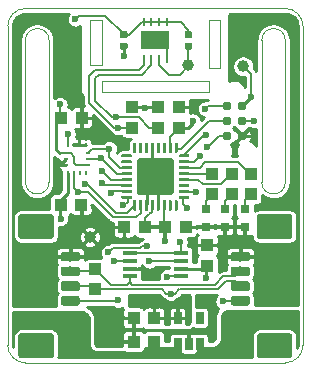
<source format=gbr>
G04 #@! TF.GenerationSoftware,KiCad,Pcbnew,5.1.2*
G04 #@! TF.CreationDate,2019-06-13T14:37:42+02:00*
G04 #@! TF.ProjectId,BodyTempUnit-e7,426f6479-5465-46d7-9055-6e69742d6537,rev?*
G04 #@! TF.SameCoordinates,Original*
G04 #@! TF.FileFunction,Copper,L1,Top*
G04 #@! TF.FilePolarity,Positive*
%FSLAX46Y46*%
G04 Gerber Fmt 4.6, Leading zero omitted, Abs format (unit mm)*
G04 Created by KiCad (PCBNEW 5.1.2) date 2019-06-13 14:37:42*
%MOMM*%
%LPD*%
G04 APERTURE LIST*
%ADD10C,0.050000*%
%ADD11C,1.000000*%
%ADD12R,0.450000X0.250000*%
%ADD13R,0.250000X0.450000*%
%ADD14C,0.150000*%
%ADD15C,0.250000*%
%ADD16C,0.500000*%
%ADD17C,3.100000*%
%ADD18C,0.590000*%
%ADD19R,0.800000X0.800000*%
%ADD20C,2.100000*%
%ADD21C,0.800000*%
%ADD22R,1.100000X1.000000*%
%ADD23R,2.387600X1.600200*%
%ADD24R,0.275600X0.799996*%
%ADD25C,0.787400*%
%ADD26R,1.080000X1.050000*%
%ADD27R,1.050000X1.080000*%
%ADD28R,0.650000X1.060000*%
%ADD29R,1.200000X0.450000*%
%ADD30C,0.600000*%
%ADD31C,0.700000*%
%ADD32C,0.250000*%
%ADD33C,0.300000*%
%ADD34C,0.200000*%
%ADD35C,0.175006*%
%ADD36C,0.254000*%
G04 APERTURE END LIST*
D10*
X88505000Y-135000033D02*
G75*
G03X90005000Y-133510000I0J1500033D01*
G01*
X64998200Y-133501400D02*
G75*
G03X66498200Y-135001400I1500000J0D01*
G01*
X82000000Y-112100000D02*
X82000000Y-111100000D01*
X73000000Y-112100000D02*
X73000000Y-111100000D01*
X72000000Y-109800000D02*
X73000000Y-109800000D01*
X82000000Y-110000000D02*
X83000000Y-110000000D01*
X83000000Y-106000000D02*
X83000000Y-110000000D01*
X82000000Y-106000000D02*
X83000000Y-106000000D01*
X82000000Y-106000000D02*
X82000000Y-110000000D01*
X72000000Y-106000000D02*
X72000000Y-109800000D01*
X73000000Y-106000000D02*
X72000000Y-106000000D01*
X73000000Y-109800000D02*
X73000000Y-106000000D01*
X82000000Y-112100000D02*
X73000000Y-112100000D01*
X66500000Y-105000000D02*
G75*
G03X65000000Y-106500000I0J-1500000D01*
G01*
X90000000Y-106500000D02*
G75*
G03X88500000Y-105000000I-1500000J0D01*
G01*
X90000000Y-106500000D02*
X90005000Y-133510000D01*
X65001100Y-106500000D02*
X64999600Y-133501400D01*
X66500000Y-105000000D02*
X88500000Y-105000000D01*
X88500000Y-107700000D02*
X88500000Y-119700000D01*
X86500000Y-119700000D02*
X86500000Y-107700000D01*
X88500000Y-119700000D02*
G75*
G02X86500000Y-119700000I-1000000J0D01*
G01*
X86500000Y-107700000D02*
G75*
G02X88500000Y-107700000I1000000J0D01*
G01*
X68500000Y-107700000D02*
X68500000Y-119700000D01*
X66500000Y-107700000D02*
G75*
G02X68500000Y-107700000I1000000J0D01*
G01*
X68500000Y-119700000D02*
G75*
G02X66500000Y-119700000I-1000000J0D01*
G01*
X66500000Y-119700000D02*
X66500000Y-107700000D01*
X73000000Y-111100000D02*
X82000000Y-111100000D01*
X88505000Y-135000000D02*
X66498200Y-135000000D01*
D11*
X71950000Y-124350000D03*
D12*
X71776100Y-117233600D03*
X71776100Y-117733600D03*
X71776100Y-118233600D03*
D13*
X71601100Y-118908600D03*
X71101100Y-118908600D03*
X70601100Y-118908600D03*
X70101100Y-118908600D03*
D12*
X69926100Y-118233600D03*
X69926100Y-117733600D03*
X69926100Y-117233600D03*
D13*
X70101100Y-116558600D03*
X70601100Y-116558600D03*
X71101100Y-116558600D03*
X71601100Y-116558600D03*
D14*
G36*
X75444726Y-120858901D02*
G01*
X75450793Y-120859801D01*
X75456743Y-120861291D01*
X75462518Y-120863358D01*
X75468062Y-120865980D01*
X75473323Y-120869133D01*
X75478250Y-120872787D01*
X75482794Y-120876906D01*
X75486913Y-120881450D01*
X75490567Y-120886377D01*
X75493720Y-120891638D01*
X75496342Y-120897182D01*
X75498409Y-120902957D01*
X75499899Y-120908907D01*
X75500799Y-120914974D01*
X75501100Y-120921100D01*
X75501100Y-121046100D01*
X75500799Y-121052226D01*
X75499899Y-121058293D01*
X75498409Y-121064243D01*
X75496342Y-121070018D01*
X75493720Y-121075562D01*
X75490567Y-121080823D01*
X75486913Y-121085750D01*
X75482794Y-121090294D01*
X75478250Y-121094413D01*
X75473323Y-121098067D01*
X75468062Y-121101220D01*
X75462518Y-121103842D01*
X75456743Y-121105909D01*
X75450793Y-121107399D01*
X75444726Y-121108299D01*
X75438600Y-121108600D01*
X74688600Y-121108600D01*
X74682474Y-121108299D01*
X74676407Y-121107399D01*
X74670457Y-121105909D01*
X74664682Y-121103842D01*
X74659138Y-121101220D01*
X74653877Y-121098067D01*
X74648950Y-121094413D01*
X74644406Y-121090294D01*
X74640287Y-121085750D01*
X74636633Y-121080823D01*
X74633480Y-121075562D01*
X74630858Y-121070018D01*
X74628791Y-121064243D01*
X74627301Y-121058293D01*
X74626401Y-121052226D01*
X74626100Y-121046100D01*
X74626100Y-120921100D01*
X74626401Y-120914974D01*
X74627301Y-120908907D01*
X74628791Y-120902957D01*
X74630858Y-120897182D01*
X74633480Y-120891638D01*
X74636633Y-120886377D01*
X74640287Y-120881450D01*
X74644406Y-120876906D01*
X74648950Y-120872787D01*
X74653877Y-120869133D01*
X74659138Y-120865980D01*
X74664682Y-120863358D01*
X74670457Y-120861291D01*
X74676407Y-120859801D01*
X74682474Y-120858901D01*
X74688600Y-120858600D01*
X75438600Y-120858600D01*
X75444726Y-120858901D01*
X75444726Y-120858901D01*
G37*
D15*
X75063600Y-120983600D03*
D14*
G36*
X75444726Y-120358901D02*
G01*
X75450793Y-120359801D01*
X75456743Y-120361291D01*
X75462518Y-120363358D01*
X75468062Y-120365980D01*
X75473323Y-120369133D01*
X75478250Y-120372787D01*
X75482794Y-120376906D01*
X75486913Y-120381450D01*
X75490567Y-120386377D01*
X75493720Y-120391638D01*
X75496342Y-120397182D01*
X75498409Y-120402957D01*
X75499899Y-120408907D01*
X75500799Y-120414974D01*
X75501100Y-120421100D01*
X75501100Y-120546100D01*
X75500799Y-120552226D01*
X75499899Y-120558293D01*
X75498409Y-120564243D01*
X75496342Y-120570018D01*
X75493720Y-120575562D01*
X75490567Y-120580823D01*
X75486913Y-120585750D01*
X75482794Y-120590294D01*
X75478250Y-120594413D01*
X75473323Y-120598067D01*
X75468062Y-120601220D01*
X75462518Y-120603842D01*
X75456743Y-120605909D01*
X75450793Y-120607399D01*
X75444726Y-120608299D01*
X75438600Y-120608600D01*
X74688600Y-120608600D01*
X74682474Y-120608299D01*
X74676407Y-120607399D01*
X74670457Y-120605909D01*
X74664682Y-120603842D01*
X74659138Y-120601220D01*
X74653877Y-120598067D01*
X74648950Y-120594413D01*
X74644406Y-120590294D01*
X74640287Y-120585750D01*
X74636633Y-120580823D01*
X74633480Y-120575562D01*
X74630858Y-120570018D01*
X74628791Y-120564243D01*
X74627301Y-120558293D01*
X74626401Y-120552226D01*
X74626100Y-120546100D01*
X74626100Y-120421100D01*
X74626401Y-120414974D01*
X74627301Y-120408907D01*
X74628791Y-120402957D01*
X74630858Y-120397182D01*
X74633480Y-120391638D01*
X74636633Y-120386377D01*
X74640287Y-120381450D01*
X74644406Y-120376906D01*
X74648950Y-120372787D01*
X74653877Y-120369133D01*
X74659138Y-120365980D01*
X74664682Y-120363358D01*
X74670457Y-120361291D01*
X74676407Y-120359801D01*
X74682474Y-120358901D01*
X74688600Y-120358600D01*
X75438600Y-120358600D01*
X75444726Y-120358901D01*
X75444726Y-120358901D01*
G37*
D15*
X75063600Y-120483600D03*
D14*
G36*
X75444726Y-119858901D02*
G01*
X75450793Y-119859801D01*
X75456743Y-119861291D01*
X75462518Y-119863358D01*
X75468062Y-119865980D01*
X75473323Y-119869133D01*
X75478250Y-119872787D01*
X75482794Y-119876906D01*
X75486913Y-119881450D01*
X75490567Y-119886377D01*
X75493720Y-119891638D01*
X75496342Y-119897182D01*
X75498409Y-119902957D01*
X75499899Y-119908907D01*
X75500799Y-119914974D01*
X75501100Y-119921100D01*
X75501100Y-120046100D01*
X75500799Y-120052226D01*
X75499899Y-120058293D01*
X75498409Y-120064243D01*
X75496342Y-120070018D01*
X75493720Y-120075562D01*
X75490567Y-120080823D01*
X75486913Y-120085750D01*
X75482794Y-120090294D01*
X75478250Y-120094413D01*
X75473323Y-120098067D01*
X75468062Y-120101220D01*
X75462518Y-120103842D01*
X75456743Y-120105909D01*
X75450793Y-120107399D01*
X75444726Y-120108299D01*
X75438600Y-120108600D01*
X74688600Y-120108600D01*
X74682474Y-120108299D01*
X74676407Y-120107399D01*
X74670457Y-120105909D01*
X74664682Y-120103842D01*
X74659138Y-120101220D01*
X74653877Y-120098067D01*
X74648950Y-120094413D01*
X74644406Y-120090294D01*
X74640287Y-120085750D01*
X74636633Y-120080823D01*
X74633480Y-120075562D01*
X74630858Y-120070018D01*
X74628791Y-120064243D01*
X74627301Y-120058293D01*
X74626401Y-120052226D01*
X74626100Y-120046100D01*
X74626100Y-119921100D01*
X74626401Y-119914974D01*
X74627301Y-119908907D01*
X74628791Y-119902957D01*
X74630858Y-119897182D01*
X74633480Y-119891638D01*
X74636633Y-119886377D01*
X74640287Y-119881450D01*
X74644406Y-119876906D01*
X74648950Y-119872787D01*
X74653877Y-119869133D01*
X74659138Y-119865980D01*
X74664682Y-119863358D01*
X74670457Y-119861291D01*
X74676407Y-119859801D01*
X74682474Y-119858901D01*
X74688600Y-119858600D01*
X75438600Y-119858600D01*
X75444726Y-119858901D01*
X75444726Y-119858901D01*
G37*
D15*
X75063600Y-119983600D03*
D14*
G36*
X75444726Y-119358901D02*
G01*
X75450793Y-119359801D01*
X75456743Y-119361291D01*
X75462518Y-119363358D01*
X75468062Y-119365980D01*
X75473323Y-119369133D01*
X75478250Y-119372787D01*
X75482794Y-119376906D01*
X75486913Y-119381450D01*
X75490567Y-119386377D01*
X75493720Y-119391638D01*
X75496342Y-119397182D01*
X75498409Y-119402957D01*
X75499899Y-119408907D01*
X75500799Y-119414974D01*
X75501100Y-119421100D01*
X75501100Y-119546100D01*
X75500799Y-119552226D01*
X75499899Y-119558293D01*
X75498409Y-119564243D01*
X75496342Y-119570018D01*
X75493720Y-119575562D01*
X75490567Y-119580823D01*
X75486913Y-119585750D01*
X75482794Y-119590294D01*
X75478250Y-119594413D01*
X75473323Y-119598067D01*
X75468062Y-119601220D01*
X75462518Y-119603842D01*
X75456743Y-119605909D01*
X75450793Y-119607399D01*
X75444726Y-119608299D01*
X75438600Y-119608600D01*
X74688600Y-119608600D01*
X74682474Y-119608299D01*
X74676407Y-119607399D01*
X74670457Y-119605909D01*
X74664682Y-119603842D01*
X74659138Y-119601220D01*
X74653877Y-119598067D01*
X74648950Y-119594413D01*
X74644406Y-119590294D01*
X74640287Y-119585750D01*
X74636633Y-119580823D01*
X74633480Y-119575562D01*
X74630858Y-119570018D01*
X74628791Y-119564243D01*
X74627301Y-119558293D01*
X74626401Y-119552226D01*
X74626100Y-119546100D01*
X74626100Y-119421100D01*
X74626401Y-119414974D01*
X74627301Y-119408907D01*
X74628791Y-119402957D01*
X74630858Y-119397182D01*
X74633480Y-119391638D01*
X74636633Y-119386377D01*
X74640287Y-119381450D01*
X74644406Y-119376906D01*
X74648950Y-119372787D01*
X74653877Y-119369133D01*
X74659138Y-119365980D01*
X74664682Y-119363358D01*
X74670457Y-119361291D01*
X74676407Y-119359801D01*
X74682474Y-119358901D01*
X74688600Y-119358600D01*
X75438600Y-119358600D01*
X75444726Y-119358901D01*
X75444726Y-119358901D01*
G37*
D15*
X75063600Y-119483600D03*
D14*
G36*
X75444726Y-118858901D02*
G01*
X75450793Y-118859801D01*
X75456743Y-118861291D01*
X75462518Y-118863358D01*
X75468062Y-118865980D01*
X75473323Y-118869133D01*
X75478250Y-118872787D01*
X75482794Y-118876906D01*
X75486913Y-118881450D01*
X75490567Y-118886377D01*
X75493720Y-118891638D01*
X75496342Y-118897182D01*
X75498409Y-118902957D01*
X75499899Y-118908907D01*
X75500799Y-118914974D01*
X75501100Y-118921100D01*
X75501100Y-119046100D01*
X75500799Y-119052226D01*
X75499899Y-119058293D01*
X75498409Y-119064243D01*
X75496342Y-119070018D01*
X75493720Y-119075562D01*
X75490567Y-119080823D01*
X75486913Y-119085750D01*
X75482794Y-119090294D01*
X75478250Y-119094413D01*
X75473323Y-119098067D01*
X75468062Y-119101220D01*
X75462518Y-119103842D01*
X75456743Y-119105909D01*
X75450793Y-119107399D01*
X75444726Y-119108299D01*
X75438600Y-119108600D01*
X74688600Y-119108600D01*
X74682474Y-119108299D01*
X74676407Y-119107399D01*
X74670457Y-119105909D01*
X74664682Y-119103842D01*
X74659138Y-119101220D01*
X74653877Y-119098067D01*
X74648950Y-119094413D01*
X74644406Y-119090294D01*
X74640287Y-119085750D01*
X74636633Y-119080823D01*
X74633480Y-119075562D01*
X74630858Y-119070018D01*
X74628791Y-119064243D01*
X74627301Y-119058293D01*
X74626401Y-119052226D01*
X74626100Y-119046100D01*
X74626100Y-118921100D01*
X74626401Y-118914974D01*
X74627301Y-118908907D01*
X74628791Y-118902957D01*
X74630858Y-118897182D01*
X74633480Y-118891638D01*
X74636633Y-118886377D01*
X74640287Y-118881450D01*
X74644406Y-118876906D01*
X74648950Y-118872787D01*
X74653877Y-118869133D01*
X74659138Y-118865980D01*
X74664682Y-118863358D01*
X74670457Y-118861291D01*
X74676407Y-118859801D01*
X74682474Y-118858901D01*
X74688600Y-118858600D01*
X75438600Y-118858600D01*
X75444726Y-118858901D01*
X75444726Y-118858901D01*
G37*
D15*
X75063600Y-118983600D03*
D14*
G36*
X75444726Y-118358901D02*
G01*
X75450793Y-118359801D01*
X75456743Y-118361291D01*
X75462518Y-118363358D01*
X75468062Y-118365980D01*
X75473323Y-118369133D01*
X75478250Y-118372787D01*
X75482794Y-118376906D01*
X75486913Y-118381450D01*
X75490567Y-118386377D01*
X75493720Y-118391638D01*
X75496342Y-118397182D01*
X75498409Y-118402957D01*
X75499899Y-118408907D01*
X75500799Y-118414974D01*
X75501100Y-118421100D01*
X75501100Y-118546100D01*
X75500799Y-118552226D01*
X75499899Y-118558293D01*
X75498409Y-118564243D01*
X75496342Y-118570018D01*
X75493720Y-118575562D01*
X75490567Y-118580823D01*
X75486913Y-118585750D01*
X75482794Y-118590294D01*
X75478250Y-118594413D01*
X75473323Y-118598067D01*
X75468062Y-118601220D01*
X75462518Y-118603842D01*
X75456743Y-118605909D01*
X75450793Y-118607399D01*
X75444726Y-118608299D01*
X75438600Y-118608600D01*
X74688600Y-118608600D01*
X74682474Y-118608299D01*
X74676407Y-118607399D01*
X74670457Y-118605909D01*
X74664682Y-118603842D01*
X74659138Y-118601220D01*
X74653877Y-118598067D01*
X74648950Y-118594413D01*
X74644406Y-118590294D01*
X74640287Y-118585750D01*
X74636633Y-118580823D01*
X74633480Y-118575562D01*
X74630858Y-118570018D01*
X74628791Y-118564243D01*
X74627301Y-118558293D01*
X74626401Y-118552226D01*
X74626100Y-118546100D01*
X74626100Y-118421100D01*
X74626401Y-118414974D01*
X74627301Y-118408907D01*
X74628791Y-118402957D01*
X74630858Y-118397182D01*
X74633480Y-118391638D01*
X74636633Y-118386377D01*
X74640287Y-118381450D01*
X74644406Y-118376906D01*
X74648950Y-118372787D01*
X74653877Y-118369133D01*
X74659138Y-118365980D01*
X74664682Y-118363358D01*
X74670457Y-118361291D01*
X74676407Y-118359801D01*
X74682474Y-118358901D01*
X74688600Y-118358600D01*
X75438600Y-118358600D01*
X75444726Y-118358901D01*
X75444726Y-118358901D01*
G37*
D15*
X75063600Y-118483600D03*
D14*
G36*
X75444726Y-117858901D02*
G01*
X75450793Y-117859801D01*
X75456743Y-117861291D01*
X75462518Y-117863358D01*
X75468062Y-117865980D01*
X75473323Y-117869133D01*
X75478250Y-117872787D01*
X75482794Y-117876906D01*
X75486913Y-117881450D01*
X75490567Y-117886377D01*
X75493720Y-117891638D01*
X75496342Y-117897182D01*
X75498409Y-117902957D01*
X75499899Y-117908907D01*
X75500799Y-117914974D01*
X75501100Y-117921100D01*
X75501100Y-118046100D01*
X75500799Y-118052226D01*
X75499899Y-118058293D01*
X75498409Y-118064243D01*
X75496342Y-118070018D01*
X75493720Y-118075562D01*
X75490567Y-118080823D01*
X75486913Y-118085750D01*
X75482794Y-118090294D01*
X75478250Y-118094413D01*
X75473323Y-118098067D01*
X75468062Y-118101220D01*
X75462518Y-118103842D01*
X75456743Y-118105909D01*
X75450793Y-118107399D01*
X75444726Y-118108299D01*
X75438600Y-118108600D01*
X74688600Y-118108600D01*
X74682474Y-118108299D01*
X74676407Y-118107399D01*
X74670457Y-118105909D01*
X74664682Y-118103842D01*
X74659138Y-118101220D01*
X74653877Y-118098067D01*
X74648950Y-118094413D01*
X74644406Y-118090294D01*
X74640287Y-118085750D01*
X74636633Y-118080823D01*
X74633480Y-118075562D01*
X74630858Y-118070018D01*
X74628791Y-118064243D01*
X74627301Y-118058293D01*
X74626401Y-118052226D01*
X74626100Y-118046100D01*
X74626100Y-117921100D01*
X74626401Y-117914974D01*
X74627301Y-117908907D01*
X74628791Y-117902957D01*
X74630858Y-117897182D01*
X74633480Y-117891638D01*
X74636633Y-117886377D01*
X74640287Y-117881450D01*
X74644406Y-117876906D01*
X74648950Y-117872787D01*
X74653877Y-117869133D01*
X74659138Y-117865980D01*
X74664682Y-117863358D01*
X74670457Y-117861291D01*
X74676407Y-117859801D01*
X74682474Y-117858901D01*
X74688600Y-117858600D01*
X75438600Y-117858600D01*
X75444726Y-117858901D01*
X75444726Y-117858901D01*
G37*
D15*
X75063600Y-117983600D03*
D14*
G36*
X75444726Y-117358901D02*
G01*
X75450793Y-117359801D01*
X75456743Y-117361291D01*
X75462518Y-117363358D01*
X75468062Y-117365980D01*
X75473323Y-117369133D01*
X75478250Y-117372787D01*
X75482794Y-117376906D01*
X75486913Y-117381450D01*
X75490567Y-117386377D01*
X75493720Y-117391638D01*
X75496342Y-117397182D01*
X75498409Y-117402957D01*
X75499899Y-117408907D01*
X75500799Y-117414974D01*
X75501100Y-117421100D01*
X75501100Y-117546100D01*
X75500799Y-117552226D01*
X75499899Y-117558293D01*
X75498409Y-117564243D01*
X75496342Y-117570018D01*
X75493720Y-117575562D01*
X75490567Y-117580823D01*
X75486913Y-117585750D01*
X75482794Y-117590294D01*
X75478250Y-117594413D01*
X75473323Y-117598067D01*
X75468062Y-117601220D01*
X75462518Y-117603842D01*
X75456743Y-117605909D01*
X75450793Y-117607399D01*
X75444726Y-117608299D01*
X75438600Y-117608600D01*
X74688600Y-117608600D01*
X74682474Y-117608299D01*
X74676407Y-117607399D01*
X74670457Y-117605909D01*
X74664682Y-117603842D01*
X74659138Y-117601220D01*
X74653877Y-117598067D01*
X74648950Y-117594413D01*
X74644406Y-117590294D01*
X74640287Y-117585750D01*
X74636633Y-117580823D01*
X74633480Y-117575562D01*
X74630858Y-117570018D01*
X74628791Y-117564243D01*
X74627301Y-117558293D01*
X74626401Y-117552226D01*
X74626100Y-117546100D01*
X74626100Y-117421100D01*
X74626401Y-117414974D01*
X74627301Y-117408907D01*
X74628791Y-117402957D01*
X74630858Y-117397182D01*
X74633480Y-117391638D01*
X74636633Y-117386377D01*
X74640287Y-117381450D01*
X74644406Y-117376906D01*
X74648950Y-117372787D01*
X74653877Y-117369133D01*
X74659138Y-117365980D01*
X74664682Y-117363358D01*
X74670457Y-117361291D01*
X74676407Y-117359801D01*
X74682474Y-117358901D01*
X74688600Y-117358600D01*
X75438600Y-117358600D01*
X75444726Y-117358901D01*
X75444726Y-117358901D01*
G37*
D15*
X75063600Y-117483600D03*
D14*
G36*
X75819726Y-116358901D02*
G01*
X75825793Y-116359801D01*
X75831743Y-116361291D01*
X75837518Y-116363358D01*
X75843062Y-116365980D01*
X75848323Y-116369133D01*
X75853250Y-116372787D01*
X75857794Y-116376906D01*
X75861913Y-116381450D01*
X75865567Y-116386377D01*
X75868720Y-116391638D01*
X75871342Y-116397182D01*
X75873409Y-116402957D01*
X75874899Y-116408907D01*
X75875799Y-116414974D01*
X75876100Y-116421100D01*
X75876100Y-117171100D01*
X75875799Y-117177226D01*
X75874899Y-117183293D01*
X75873409Y-117189243D01*
X75871342Y-117195018D01*
X75868720Y-117200562D01*
X75865567Y-117205823D01*
X75861913Y-117210750D01*
X75857794Y-117215294D01*
X75853250Y-117219413D01*
X75848323Y-117223067D01*
X75843062Y-117226220D01*
X75837518Y-117228842D01*
X75831743Y-117230909D01*
X75825793Y-117232399D01*
X75819726Y-117233299D01*
X75813600Y-117233600D01*
X75688600Y-117233600D01*
X75682474Y-117233299D01*
X75676407Y-117232399D01*
X75670457Y-117230909D01*
X75664682Y-117228842D01*
X75659138Y-117226220D01*
X75653877Y-117223067D01*
X75648950Y-117219413D01*
X75644406Y-117215294D01*
X75640287Y-117210750D01*
X75636633Y-117205823D01*
X75633480Y-117200562D01*
X75630858Y-117195018D01*
X75628791Y-117189243D01*
X75627301Y-117183293D01*
X75626401Y-117177226D01*
X75626100Y-117171100D01*
X75626100Y-116421100D01*
X75626401Y-116414974D01*
X75627301Y-116408907D01*
X75628791Y-116402957D01*
X75630858Y-116397182D01*
X75633480Y-116391638D01*
X75636633Y-116386377D01*
X75640287Y-116381450D01*
X75644406Y-116376906D01*
X75648950Y-116372787D01*
X75653877Y-116369133D01*
X75659138Y-116365980D01*
X75664682Y-116363358D01*
X75670457Y-116361291D01*
X75676407Y-116359801D01*
X75682474Y-116358901D01*
X75688600Y-116358600D01*
X75813600Y-116358600D01*
X75819726Y-116358901D01*
X75819726Y-116358901D01*
G37*
D15*
X75751100Y-116796100D03*
D14*
G36*
X76319726Y-116358901D02*
G01*
X76325793Y-116359801D01*
X76331743Y-116361291D01*
X76337518Y-116363358D01*
X76343062Y-116365980D01*
X76348323Y-116369133D01*
X76353250Y-116372787D01*
X76357794Y-116376906D01*
X76361913Y-116381450D01*
X76365567Y-116386377D01*
X76368720Y-116391638D01*
X76371342Y-116397182D01*
X76373409Y-116402957D01*
X76374899Y-116408907D01*
X76375799Y-116414974D01*
X76376100Y-116421100D01*
X76376100Y-117171100D01*
X76375799Y-117177226D01*
X76374899Y-117183293D01*
X76373409Y-117189243D01*
X76371342Y-117195018D01*
X76368720Y-117200562D01*
X76365567Y-117205823D01*
X76361913Y-117210750D01*
X76357794Y-117215294D01*
X76353250Y-117219413D01*
X76348323Y-117223067D01*
X76343062Y-117226220D01*
X76337518Y-117228842D01*
X76331743Y-117230909D01*
X76325793Y-117232399D01*
X76319726Y-117233299D01*
X76313600Y-117233600D01*
X76188600Y-117233600D01*
X76182474Y-117233299D01*
X76176407Y-117232399D01*
X76170457Y-117230909D01*
X76164682Y-117228842D01*
X76159138Y-117226220D01*
X76153877Y-117223067D01*
X76148950Y-117219413D01*
X76144406Y-117215294D01*
X76140287Y-117210750D01*
X76136633Y-117205823D01*
X76133480Y-117200562D01*
X76130858Y-117195018D01*
X76128791Y-117189243D01*
X76127301Y-117183293D01*
X76126401Y-117177226D01*
X76126100Y-117171100D01*
X76126100Y-116421100D01*
X76126401Y-116414974D01*
X76127301Y-116408907D01*
X76128791Y-116402957D01*
X76130858Y-116397182D01*
X76133480Y-116391638D01*
X76136633Y-116386377D01*
X76140287Y-116381450D01*
X76144406Y-116376906D01*
X76148950Y-116372787D01*
X76153877Y-116369133D01*
X76159138Y-116365980D01*
X76164682Y-116363358D01*
X76170457Y-116361291D01*
X76176407Y-116359801D01*
X76182474Y-116358901D01*
X76188600Y-116358600D01*
X76313600Y-116358600D01*
X76319726Y-116358901D01*
X76319726Y-116358901D01*
G37*
D15*
X76251100Y-116796100D03*
D14*
G36*
X76819726Y-116358901D02*
G01*
X76825793Y-116359801D01*
X76831743Y-116361291D01*
X76837518Y-116363358D01*
X76843062Y-116365980D01*
X76848323Y-116369133D01*
X76853250Y-116372787D01*
X76857794Y-116376906D01*
X76861913Y-116381450D01*
X76865567Y-116386377D01*
X76868720Y-116391638D01*
X76871342Y-116397182D01*
X76873409Y-116402957D01*
X76874899Y-116408907D01*
X76875799Y-116414974D01*
X76876100Y-116421100D01*
X76876100Y-117171100D01*
X76875799Y-117177226D01*
X76874899Y-117183293D01*
X76873409Y-117189243D01*
X76871342Y-117195018D01*
X76868720Y-117200562D01*
X76865567Y-117205823D01*
X76861913Y-117210750D01*
X76857794Y-117215294D01*
X76853250Y-117219413D01*
X76848323Y-117223067D01*
X76843062Y-117226220D01*
X76837518Y-117228842D01*
X76831743Y-117230909D01*
X76825793Y-117232399D01*
X76819726Y-117233299D01*
X76813600Y-117233600D01*
X76688600Y-117233600D01*
X76682474Y-117233299D01*
X76676407Y-117232399D01*
X76670457Y-117230909D01*
X76664682Y-117228842D01*
X76659138Y-117226220D01*
X76653877Y-117223067D01*
X76648950Y-117219413D01*
X76644406Y-117215294D01*
X76640287Y-117210750D01*
X76636633Y-117205823D01*
X76633480Y-117200562D01*
X76630858Y-117195018D01*
X76628791Y-117189243D01*
X76627301Y-117183293D01*
X76626401Y-117177226D01*
X76626100Y-117171100D01*
X76626100Y-116421100D01*
X76626401Y-116414974D01*
X76627301Y-116408907D01*
X76628791Y-116402957D01*
X76630858Y-116397182D01*
X76633480Y-116391638D01*
X76636633Y-116386377D01*
X76640287Y-116381450D01*
X76644406Y-116376906D01*
X76648950Y-116372787D01*
X76653877Y-116369133D01*
X76659138Y-116365980D01*
X76664682Y-116363358D01*
X76670457Y-116361291D01*
X76676407Y-116359801D01*
X76682474Y-116358901D01*
X76688600Y-116358600D01*
X76813600Y-116358600D01*
X76819726Y-116358901D01*
X76819726Y-116358901D01*
G37*
D15*
X76751100Y-116796100D03*
D14*
G36*
X77319726Y-116358901D02*
G01*
X77325793Y-116359801D01*
X77331743Y-116361291D01*
X77337518Y-116363358D01*
X77343062Y-116365980D01*
X77348323Y-116369133D01*
X77353250Y-116372787D01*
X77357794Y-116376906D01*
X77361913Y-116381450D01*
X77365567Y-116386377D01*
X77368720Y-116391638D01*
X77371342Y-116397182D01*
X77373409Y-116402957D01*
X77374899Y-116408907D01*
X77375799Y-116414974D01*
X77376100Y-116421100D01*
X77376100Y-117171100D01*
X77375799Y-117177226D01*
X77374899Y-117183293D01*
X77373409Y-117189243D01*
X77371342Y-117195018D01*
X77368720Y-117200562D01*
X77365567Y-117205823D01*
X77361913Y-117210750D01*
X77357794Y-117215294D01*
X77353250Y-117219413D01*
X77348323Y-117223067D01*
X77343062Y-117226220D01*
X77337518Y-117228842D01*
X77331743Y-117230909D01*
X77325793Y-117232399D01*
X77319726Y-117233299D01*
X77313600Y-117233600D01*
X77188600Y-117233600D01*
X77182474Y-117233299D01*
X77176407Y-117232399D01*
X77170457Y-117230909D01*
X77164682Y-117228842D01*
X77159138Y-117226220D01*
X77153877Y-117223067D01*
X77148950Y-117219413D01*
X77144406Y-117215294D01*
X77140287Y-117210750D01*
X77136633Y-117205823D01*
X77133480Y-117200562D01*
X77130858Y-117195018D01*
X77128791Y-117189243D01*
X77127301Y-117183293D01*
X77126401Y-117177226D01*
X77126100Y-117171100D01*
X77126100Y-116421100D01*
X77126401Y-116414974D01*
X77127301Y-116408907D01*
X77128791Y-116402957D01*
X77130858Y-116397182D01*
X77133480Y-116391638D01*
X77136633Y-116386377D01*
X77140287Y-116381450D01*
X77144406Y-116376906D01*
X77148950Y-116372787D01*
X77153877Y-116369133D01*
X77159138Y-116365980D01*
X77164682Y-116363358D01*
X77170457Y-116361291D01*
X77176407Y-116359801D01*
X77182474Y-116358901D01*
X77188600Y-116358600D01*
X77313600Y-116358600D01*
X77319726Y-116358901D01*
X77319726Y-116358901D01*
G37*
D15*
X77251100Y-116796100D03*
D14*
G36*
X77819726Y-116358901D02*
G01*
X77825793Y-116359801D01*
X77831743Y-116361291D01*
X77837518Y-116363358D01*
X77843062Y-116365980D01*
X77848323Y-116369133D01*
X77853250Y-116372787D01*
X77857794Y-116376906D01*
X77861913Y-116381450D01*
X77865567Y-116386377D01*
X77868720Y-116391638D01*
X77871342Y-116397182D01*
X77873409Y-116402957D01*
X77874899Y-116408907D01*
X77875799Y-116414974D01*
X77876100Y-116421100D01*
X77876100Y-117171100D01*
X77875799Y-117177226D01*
X77874899Y-117183293D01*
X77873409Y-117189243D01*
X77871342Y-117195018D01*
X77868720Y-117200562D01*
X77865567Y-117205823D01*
X77861913Y-117210750D01*
X77857794Y-117215294D01*
X77853250Y-117219413D01*
X77848323Y-117223067D01*
X77843062Y-117226220D01*
X77837518Y-117228842D01*
X77831743Y-117230909D01*
X77825793Y-117232399D01*
X77819726Y-117233299D01*
X77813600Y-117233600D01*
X77688600Y-117233600D01*
X77682474Y-117233299D01*
X77676407Y-117232399D01*
X77670457Y-117230909D01*
X77664682Y-117228842D01*
X77659138Y-117226220D01*
X77653877Y-117223067D01*
X77648950Y-117219413D01*
X77644406Y-117215294D01*
X77640287Y-117210750D01*
X77636633Y-117205823D01*
X77633480Y-117200562D01*
X77630858Y-117195018D01*
X77628791Y-117189243D01*
X77627301Y-117183293D01*
X77626401Y-117177226D01*
X77626100Y-117171100D01*
X77626100Y-116421100D01*
X77626401Y-116414974D01*
X77627301Y-116408907D01*
X77628791Y-116402957D01*
X77630858Y-116397182D01*
X77633480Y-116391638D01*
X77636633Y-116386377D01*
X77640287Y-116381450D01*
X77644406Y-116376906D01*
X77648950Y-116372787D01*
X77653877Y-116369133D01*
X77659138Y-116365980D01*
X77664682Y-116363358D01*
X77670457Y-116361291D01*
X77676407Y-116359801D01*
X77682474Y-116358901D01*
X77688600Y-116358600D01*
X77813600Y-116358600D01*
X77819726Y-116358901D01*
X77819726Y-116358901D01*
G37*
D15*
X77751100Y-116796100D03*
D14*
G36*
X78319726Y-116358901D02*
G01*
X78325793Y-116359801D01*
X78331743Y-116361291D01*
X78337518Y-116363358D01*
X78343062Y-116365980D01*
X78348323Y-116369133D01*
X78353250Y-116372787D01*
X78357794Y-116376906D01*
X78361913Y-116381450D01*
X78365567Y-116386377D01*
X78368720Y-116391638D01*
X78371342Y-116397182D01*
X78373409Y-116402957D01*
X78374899Y-116408907D01*
X78375799Y-116414974D01*
X78376100Y-116421100D01*
X78376100Y-117171100D01*
X78375799Y-117177226D01*
X78374899Y-117183293D01*
X78373409Y-117189243D01*
X78371342Y-117195018D01*
X78368720Y-117200562D01*
X78365567Y-117205823D01*
X78361913Y-117210750D01*
X78357794Y-117215294D01*
X78353250Y-117219413D01*
X78348323Y-117223067D01*
X78343062Y-117226220D01*
X78337518Y-117228842D01*
X78331743Y-117230909D01*
X78325793Y-117232399D01*
X78319726Y-117233299D01*
X78313600Y-117233600D01*
X78188600Y-117233600D01*
X78182474Y-117233299D01*
X78176407Y-117232399D01*
X78170457Y-117230909D01*
X78164682Y-117228842D01*
X78159138Y-117226220D01*
X78153877Y-117223067D01*
X78148950Y-117219413D01*
X78144406Y-117215294D01*
X78140287Y-117210750D01*
X78136633Y-117205823D01*
X78133480Y-117200562D01*
X78130858Y-117195018D01*
X78128791Y-117189243D01*
X78127301Y-117183293D01*
X78126401Y-117177226D01*
X78126100Y-117171100D01*
X78126100Y-116421100D01*
X78126401Y-116414974D01*
X78127301Y-116408907D01*
X78128791Y-116402957D01*
X78130858Y-116397182D01*
X78133480Y-116391638D01*
X78136633Y-116386377D01*
X78140287Y-116381450D01*
X78144406Y-116376906D01*
X78148950Y-116372787D01*
X78153877Y-116369133D01*
X78159138Y-116365980D01*
X78164682Y-116363358D01*
X78170457Y-116361291D01*
X78176407Y-116359801D01*
X78182474Y-116358901D01*
X78188600Y-116358600D01*
X78313600Y-116358600D01*
X78319726Y-116358901D01*
X78319726Y-116358901D01*
G37*
D15*
X78251100Y-116796100D03*
D14*
G36*
X78819726Y-116358901D02*
G01*
X78825793Y-116359801D01*
X78831743Y-116361291D01*
X78837518Y-116363358D01*
X78843062Y-116365980D01*
X78848323Y-116369133D01*
X78853250Y-116372787D01*
X78857794Y-116376906D01*
X78861913Y-116381450D01*
X78865567Y-116386377D01*
X78868720Y-116391638D01*
X78871342Y-116397182D01*
X78873409Y-116402957D01*
X78874899Y-116408907D01*
X78875799Y-116414974D01*
X78876100Y-116421100D01*
X78876100Y-117171100D01*
X78875799Y-117177226D01*
X78874899Y-117183293D01*
X78873409Y-117189243D01*
X78871342Y-117195018D01*
X78868720Y-117200562D01*
X78865567Y-117205823D01*
X78861913Y-117210750D01*
X78857794Y-117215294D01*
X78853250Y-117219413D01*
X78848323Y-117223067D01*
X78843062Y-117226220D01*
X78837518Y-117228842D01*
X78831743Y-117230909D01*
X78825793Y-117232399D01*
X78819726Y-117233299D01*
X78813600Y-117233600D01*
X78688600Y-117233600D01*
X78682474Y-117233299D01*
X78676407Y-117232399D01*
X78670457Y-117230909D01*
X78664682Y-117228842D01*
X78659138Y-117226220D01*
X78653877Y-117223067D01*
X78648950Y-117219413D01*
X78644406Y-117215294D01*
X78640287Y-117210750D01*
X78636633Y-117205823D01*
X78633480Y-117200562D01*
X78630858Y-117195018D01*
X78628791Y-117189243D01*
X78627301Y-117183293D01*
X78626401Y-117177226D01*
X78626100Y-117171100D01*
X78626100Y-116421100D01*
X78626401Y-116414974D01*
X78627301Y-116408907D01*
X78628791Y-116402957D01*
X78630858Y-116397182D01*
X78633480Y-116391638D01*
X78636633Y-116386377D01*
X78640287Y-116381450D01*
X78644406Y-116376906D01*
X78648950Y-116372787D01*
X78653877Y-116369133D01*
X78659138Y-116365980D01*
X78664682Y-116363358D01*
X78670457Y-116361291D01*
X78676407Y-116359801D01*
X78682474Y-116358901D01*
X78688600Y-116358600D01*
X78813600Y-116358600D01*
X78819726Y-116358901D01*
X78819726Y-116358901D01*
G37*
D15*
X78751100Y-116796100D03*
D14*
G36*
X79319726Y-116358901D02*
G01*
X79325793Y-116359801D01*
X79331743Y-116361291D01*
X79337518Y-116363358D01*
X79343062Y-116365980D01*
X79348323Y-116369133D01*
X79353250Y-116372787D01*
X79357794Y-116376906D01*
X79361913Y-116381450D01*
X79365567Y-116386377D01*
X79368720Y-116391638D01*
X79371342Y-116397182D01*
X79373409Y-116402957D01*
X79374899Y-116408907D01*
X79375799Y-116414974D01*
X79376100Y-116421100D01*
X79376100Y-117171100D01*
X79375799Y-117177226D01*
X79374899Y-117183293D01*
X79373409Y-117189243D01*
X79371342Y-117195018D01*
X79368720Y-117200562D01*
X79365567Y-117205823D01*
X79361913Y-117210750D01*
X79357794Y-117215294D01*
X79353250Y-117219413D01*
X79348323Y-117223067D01*
X79343062Y-117226220D01*
X79337518Y-117228842D01*
X79331743Y-117230909D01*
X79325793Y-117232399D01*
X79319726Y-117233299D01*
X79313600Y-117233600D01*
X79188600Y-117233600D01*
X79182474Y-117233299D01*
X79176407Y-117232399D01*
X79170457Y-117230909D01*
X79164682Y-117228842D01*
X79159138Y-117226220D01*
X79153877Y-117223067D01*
X79148950Y-117219413D01*
X79144406Y-117215294D01*
X79140287Y-117210750D01*
X79136633Y-117205823D01*
X79133480Y-117200562D01*
X79130858Y-117195018D01*
X79128791Y-117189243D01*
X79127301Y-117183293D01*
X79126401Y-117177226D01*
X79126100Y-117171100D01*
X79126100Y-116421100D01*
X79126401Y-116414974D01*
X79127301Y-116408907D01*
X79128791Y-116402957D01*
X79130858Y-116397182D01*
X79133480Y-116391638D01*
X79136633Y-116386377D01*
X79140287Y-116381450D01*
X79144406Y-116376906D01*
X79148950Y-116372787D01*
X79153877Y-116369133D01*
X79159138Y-116365980D01*
X79164682Y-116363358D01*
X79170457Y-116361291D01*
X79176407Y-116359801D01*
X79182474Y-116358901D01*
X79188600Y-116358600D01*
X79313600Y-116358600D01*
X79319726Y-116358901D01*
X79319726Y-116358901D01*
G37*
D15*
X79251100Y-116796100D03*
D14*
G36*
X80319726Y-117358901D02*
G01*
X80325793Y-117359801D01*
X80331743Y-117361291D01*
X80337518Y-117363358D01*
X80343062Y-117365980D01*
X80348323Y-117369133D01*
X80353250Y-117372787D01*
X80357794Y-117376906D01*
X80361913Y-117381450D01*
X80365567Y-117386377D01*
X80368720Y-117391638D01*
X80371342Y-117397182D01*
X80373409Y-117402957D01*
X80374899Y-117408907D01*
X80375799Y-117414974D01*
X80376100Y-117421100D01*
X80376100Y-117546100D01*
X80375799Y-117552226D01*
X80374899Y-117558293D01*
X80373409Y-117564243D01*
X80371342Y-117570018D01*
X80368720Y-117575562D01*
X80365567Y-117580823D01*
X80361913Y-117585750D01*
X80357794Y-117590294D01*
X80353250Y-117594413D01*
X80348323Y-117598067D01*
X80343062Y-117601220D01*
X80337518Y-117603842D01*
X80331743Y-117605909D01*
X80325793Y-117607399D01*
X80319726Y-117608299D01*
X80313600Y-117608600D01*
X79563600Y-117608600D01*
X79557474Y-117608299D01*
X79551407Y-117607399D01*
X79545457Y-117605909D01*
X79539682Y-117603842D01*
X79534138Y-117601220D01*
X79528877Y-117598067D01*
X79523950Y-117594413D01*
X79519406Y-117590294D01*
X79515287Y-117585750D01*
X79511633Y-117580823D01*
X79508480Y-117575562D01*
X79505858Y-117570018D01*
X79503791Y-117564243D01*
X79502301Y-117558293D01*
X79501401Y-117552226D01*
X79501100Y-117546100D01*
X79501100Y-117421100D01*
X79501401Y-117414974D01*
X79502301Y-117408907D01*
X79503791Y-117402957D01*
X79505858Y-117397182D01*
X79508480Y-117391638D01*
X79511633Y-117386377D01*
X79515287Y-117381450D01*
X79519406Y-117376906D01*
X79523950Y-117372787D01*
X79528877Y-117369133D01*
X79534138Y-117365980D01*
X79539682Y-117363358D01*
X79545457Y-117361291D01*
X79551407Y-117359801D01*
X79557474Y-117358901D01*
X79563600Y-117358600D01*
X80313600Y-117358600D01*
X80319726Y-117358901D01*
X80319726Y-117358901D01*
G37*
D15*
X79938600Y-117483600D03*
D14*
G36*
X80319726Y-117858901D02*
G01*
X80325793Y-117859801D01*
X80331743Y-117861291D01*
X80337518Y-117863358D01*
X80343062Y-117865980D01*
X80348323Y-117869133D01*
X80353250Y-117872787D01*
X80357794Y-117876906D01*
X80361913Y-117881450D01*
X80365567Y-117886377D01*
X80368720Y-117891638D01*
X80371342Y-117897182D01*
X80373409Y-117902957D01*
X80374899Y-117908907D01*
X80375799Y-117914974D01*
X80376100Y-117921100D01*
X80376100Y-118046100D01*
X80375799Y-118052226D01*
X80374899Y-118058293D01*
X80373409Y-118064243D01*
X80371342Y-118070018D01*
X80368720Y-118075562D01*
X80365567Y-118080823D01*
X80361913Y-118085750D01*
X80357794Y-118090294D01*
X80353250Y-118094413D01*
X80348323Y-118098067D01*
X80343062Y-118101220D01*
X80337518Y-118103842D01*
X80331743Y-118105909D01*
X80325793Y-118107399D01*
X80319726Y-118108299D01*
X80313600Y-118108600D01*
X79563600Y-118108600D01*
X79557474Y-118108299D01*
X79551407Y-118107399D01*
X79545457Y-118105909D01*
X79539682Y-118103842D01*
X79534138Y-118101220D01*
X79528877Y-118098067D01*
X79523950Y-118094413D01*
X79519406Y-118090294D01*
X79515287Y-118085750D01*
X79511633Y-118080823D01*
X79508480Y-118075562D01*
X79505858Y-118070018D01*
X79503791Y-118064243D01*
X79502301Y-118058293D01*
X79501401Y-118052226D01*
X79501100Y-118046100D01*
X79501100Y-117921100D01*
X79501401Y-117914974D01*
X79502301Y-117908907D01*
X79503791Y-117902957D01*
X79505858Y-117897182D01*
X79508480Y-117891638D01*
X79511633Y-117886377D01*
X79515287Y-117881450D01*
X79519406Y-117876906D01*
X79523950Y-117872787D01*
X79528877Y-117869133D01*
X79534138Y-117865980D01*
X79539682Y-117863358D01*
X79545457Y-117861291D01*
X79551407Y-117859801D01*
X79557474Y-117858901D01*
X79563600Y-117858600D01*
X80313600Y-117858600D01*
X80319726Y-117858901D01*
X80319726Y-117858901D01*
G37*
D15*
X79938600Y-117983600D03*
D14*
G36*
X80319726Y-118358901D02*
G01*
X80325793Y-118359801D01*
X80331743Y-118361291D01*
X80337518Y-118363358D01*
X80343062Y-118365980D01*
X80348323Y-118369133D01*
X80353250Y-118372787D01*
X80357794Y-118376906D01*
X80361913Y-118381450D01*
X80365567Y-118386377D01*
X80368720Y-118391638D01*
X80371342Y-118397182D01*
X80373409Y-118402957D01*
X80374899Y-118408907D01*
X80375799Y-118414974D01*
X80376100Y-118421100D01*
X80376100Y-118546100D01*
X80375799Y-118552226D01*
X80374899Y-118558293D01*
X80373409Y-118564243D01*
X80371342Y-118570018D01*
X80368720Y-118575562D01*
X80365567Y-118580823D01*
X80361913Y-118585750D01*
X80357794Y-118590294D01*
X80353250Y-118594413D01*
X80348323Y-118598067D01*
X80343062Y-118601220D01*
X80337518Y-118603842D01*
X80331743Y-118605909D01*
X80325793Y-118607399D01*
X80319726Y-118608299D01*
X80313600Y-118608600D01*
X79563600Y-118608600D01*
X79557474Y-118608299D01*
X79551407Y-118607399D01*
X79545457Y-118605909D01*
X79539682Y-118603842D01*
X79534138Y-118601220D01*
X79528877Y-118598067D01*
X79523950Y-118594413D01*
X79519406Y-118590294D01*
X79515287Y-118585750D01*
X79511633Y-118580823D01*
X79508480Y-118575562D01*
X79505858Y-118570018D01*
X79503791Y-118564243D01*
X79502301Y-118558293D01*
X79501401Y-118552226D01*
X79501100Y-118546100D01*
X79501100Y-118421100D01*
X79501401Y-118414974D01*
X79502301Y-118408907D01*
X79503791Y-118402957D01*
X79505858Y-118397182D01*
X79508480Y-118391638D01*
X79511633Y-118386377D01*
X79515287Y-118381450D01*
X79519406Y-118376906D01*
X79523950Y-118372787D01*
X79528877Y-118369133D01*
X79534138Y-118365980D01*
X79539682Y-118363358D01*
X79545457Y-118361291D01*
X79551407Y-118359801D01*
X79557474Y-118358901D01*
X79563600Y-118358600D01*
X80313600Y-118358600D01*
X80319726Y-118358901D01*
X80319726Y-118358901D01*
G37*
D15*
X79938600Y-118483600D03*
D14*
G36*
X80319726Y-118858901D02*
G01*
X80325793Y-118859801D01*
X80331743Y-118861291D01*
X80337518Y-118863358D01*
X80343062Y-118865980D01*
X80348323Y-118869133D01*
X80353250Y-118872787D01*
X80357794Y-118876906D01*
X80361913Y-118881450D01*
X80365567Y-118886377D01*
X80368720Y-118891638D01*
X80371342Y-118897182D01*
X80373409Y-118902957D01*
X80374899Y-118908907D01*
X80375799Y-118914974D01*
X80376100Y-118921100D01*
X80376100Y-119046100D01*
X80375799Y-119052226D01*
X80374899Y-119058293D01*
X80373409Y-119064243D01*
X80371342Y-119070018D01*
X80368720Y-119075562D01*
X80365567Y-119080823D01*
X80361913Y-119085750D01*
X80357794Y-119090294D01*
X80353250Y-119094413D01*
X80348323Y-119098067D01*
X80343062Y-119101220D01*
X80337518Y-119103842D01*
X80331743Y-119105909D01*
X80325793Y-119107399D01*
X80319726Y-119108299D01*
X80313600Y-119108600D01*
X79563600Y-119108600D01*
X79557474Y-119108299D01*
X79551407Y-119107399D01*
X79545457Y-119105909D01*
X79539682Y-119103842D01*
X79534138Y-119101220D01*
X79528877Y-119098067D01*
X79523950Y-119094413D01*
X79519406Y-119090294D01*
X79515287Y-119085750D01*
X79511633Y-119080823D01*
X79508480Y-119075562D01*
X79505858Y-119070018D01*
X79503791Y-119064243D01*
X79502301Y-119058293D01*
X79501401Y-119052226D01*
X79501100Y-119046100D01*
X79501100Y-118921100D01*
X79501401Y-118914974D01*
X79502301Y-118908907D01*
X79503791Y-118902957D01*
X79505858Y-118897182D01*
X79508480Y-118891638D01*
X79511633Y-118886377D01*
X79515287Y-118881450D01*
X79519406Y-118876906D01*
X79523950Y-118872787D01*
X79528877Y-118869133D01*
X79534138Y-118865980D01*
X79539682Y-118863358D01*
X79545457Y-118861291D01*
X79551407Y-118859801D01*
X79557474Y-118858901D01*
X79563600Y-118858600D01*
X80313600Y-118858600D01*
X80319726Y-118858901D01*
X80319726Y-118858901D01*
G37*
D15*
X79938600Y-118983600D03*
D14*
G36*
X80319726Y-119358901D02*
G01*
X80325793Y-119359801D01*
X80331743Y-119361291D01*
X80337518Y-119363358D01*
X80343062Y-119365980D01*
X80348323Y-119369133D01*
X80353250Y-119372787D01*
X80357794Y-119376906D01*
X80361913Y-119381450D01*
X80365567Y-119386377D01*
X80368720Y-119391638D01*
X80371342Y-119397182D01*
X80373409Y-119402957D01*
X80374899Y-119408907D01*
X80375799Y-119414974D01*
X80376100Y-119421100D01*
X80376100Y-119546100D01*
X80375799Y-119552226D01*
X80374899Y-119558293D01*
X80373409Y-119564243D01*
X80371342Y-119570018D01*
X80368720Y-119575562D01*
X80365567Y-119580823D01*
X80361913Y-119585750D01*
X80357794Y-119590294D01*
X80353250Y-119594413D01*
X80348323Y-119598067D01*
X80343062Y-119601220D01*
X80337518Y-119603842D01*
X80331743Y-119605909D01*
X80325793Y-119607399D01*
X80319726Y-119608299D01*
X80313600Y-119608600D01*
X79563600Y-119608600D01*
X79557474Y-119608299D01*
X79551407Y-119607399D01*
X79545457Y-119605909D01*
X79539682Y-119603842D01*
X79534138Y-119601220D01*
X79528877Y-119598067D01*
X79523950Y-119594413D01*
X79519406Y-119590294D01*
X79515287Y-119585750D01*
X79511633Y-119580823D01*
X79508480Y-119575562D01*
X79505858Y-119570018D01*
X79503791Y-119564243D01*
X79502301Y-119558293D01*
X79501401Y-119552226D01*
X79501100Y-119546100D01*
X79501100Y-119421100D01*
X79501401Y-119414974D01*
X79502301Y-119408907D01*
X79503791Y-119402957D01*
X79505858Y-119397182D01*
X79508480Y-119391638D01*
X79511633Y-119386377D01*
X79515287Y-119381450D01*
X79519406Y-119376906D01*
X79523950Y-119372787D01*
X79528877Y-119369133D01*
X79534138Y-119365980D01*
X79539682Y-119363358D01*
X79545457Y-119361291D01*
X79551407Y-119359801D01*
X79557474Y-119358901D01*
X79563600Y-119358600D01*
X80313600Y-119358600D01*
X80319726Y-119358901D01*
X80319726Y-119358901D01*
G37*
D15*
X79938600Y-119483600D03*
D14*
G36*
X80319726Y-119858901D02*
G01*
X80325793Y-119859801D01*
X80331743Y-119861291D01*
X80337518Y-119863358D01*
X80343062Y-119865980D01*
X80348323Y-119869133D01*
X80353250Y-119872787D01*
X80357794Y-119876906D01*
X80361913Y-119881450D01*
X80365567Y-119886377D01*
X80368720Y-119891638D01*
X80371342Y-119897182D01*
X80373409Y-119902957D01*
X80374899Y-119908907D01*
X80375799Y-119914974D01*
X80376100Y-119921100D01*
X80376100Y-120046100D01*
X80375799Y-120052226D01*
X80374899Y-120058293D01*
X80373409Y-120064243D01*
X80371342Y-120070018D01*
X80368720Y-120075562D01*
X80365567Y-120080823D01*
X80361913Y-120085750D01*
X80357794Y-120090294D01*
X80353250Y-120094413D01*
X80348323Y-120098067D01*
X80343062Y-120101220D01*
X80337518Y-120103842D01*
X80331743Y-120105909D01*
X80325793Y-120107399D01*
X80319726Y-120108299D01*
X80313600Y-120108600D01*
X79563600Y-120108600D01*
X79557474Y-120108299D01*
X79551407Y-120107399D01*
X79545457Y-120105909D01*
X79539682Y-120103842D01*
X79534138Y-120101220D01*
X79528877Y-120098067D01*
X79523950Y-120094413D01*
X79519406Y-120090294D01*
X79515287Y-120085750D01*
X79511633Y-120080823D01*
X79508480Y-120075562D01*
X79505858Y-120070018D01*
X79503791Y-120064243D01*
X79502301Y-120058293D01*
X79501401Y-120052226D01*
X79501100Y-120046100D01*
X79501100Y-119921100D01*
X79501401Y-119914974D01*
X79502301Y-119908907D01*
X79503791Y-119902957D01*
X79505858Y-119897182D01*
X79508480Y-119891638D01*
X79511633Y-119886377D01*
X79515287Y-119881450D01*
X79519406Y-119876906D01*
X79523950Y-119872787D01*
X79528877Y-119869133D01*
X79534138Y-119865980D01*
X79539682Y-119863358D01*
X79545457Y-119861291D01*
X79551407Y-119859801D01*
X79557474Y-119858901D01*
X79563600Y-119858600D01*
X80313600Y-119858600D01*
X80319726Y-119858901D01*
X80319726Y-119858901D01*
G37*
D15*
X79938600Y-119983600D03*
D14*
G36*
X80319726Y-120358901D02*
G01*
X80325793Y-120359801D01*
X80331743Y-120361291D01*
X80337518Y-120363358D01*
X80343062Y-120365980D01*
X80348323Y-120369133D01*
X80353250Y-120372787D01*
X80357794Y-120376906D01*
X80361913Y-120381450D01*
X80365567Y-120386377D01*
X80368720Y-120391638D01*
X80371342Y-120397182D01*
X80373409Y-120402957D01*
X80374899Y-120408907D01*
X80375799Y-120414974D01*
X80376100Y-120421100D01*
X80376100Y-120546100D01*
X80375799Y-120552226D01*
X80374899Y-120558293D01*
X80373409Y-120564243D01*
X80371342Y-120570018D01*
X80368720Y-120575562D01*
X80365567Y-120580823D01*
X80361913Y-120585750D01*
X80357794Y-120590294D01*
X80353250Y-120594413D01*
X80348323Y-120598067D01*
X80343062Y-120601220D01*
X80337518Y-120603842D01*
X80331743Y-120605909D01*
X80325793Y-120607399D01*
X80319726Y-120608299D01*
X80313600Y-120608600D01*
X79563600Y-120608600D01*
X79557474Y-120608299D01*
X79551407Y-120607399D01*
X79545457Y-120605909D01*
X79539682Y-120603842D01*
X79534138Y-120601220D01*
X79528877Y-120598067D01*
X79523950Y-120594413D01*
X79519406Y-120590294D01*
X79515287Y-120585750D01*
X79511633Y-120580823D01*
X79508480Y-120575562D01*
X79505858Y-120570018D01*
X79503791Y-120564243D01*
X79502301Y-120558293D01*
X79501401Y-120552226D01*
X79501100Y-120546100D01*
X79501100Y-120421100D01*
X79501401Y-120414974D01*
X79502301Y-120408907D01*
X79503791Y-120402957D01*
X79505858Y-120397182D01*
X79508480Y-120391638D01*
X79511633Y-120386377D01*
X79515287Y-120381450D01*
X79519406Y-120376906D01*
X79523950Y-120372787D01*
X79528877Y-120369133D01*
X79534138Y-120365980D01*
X79539682Y-120363358D01*
X79545457Y-120361291D01*
X79551407Y-120359801D01*
X79557474Y-120358901D01*
X79563600Y-120358600D01*
X80313600Y-120358600D01*
X80319726Y-120358901D01*
X80319726Y-120358901D01*
G37*
D15*
X79938600Y-120483600D03*
D14*
G36*
X80319726Y-120858901D02*
G01*
X80325793Y-120859801D01*
X80331743Y-120861291D01*
X80337518Y-120863358D01*
X80343062Y-120865980D01*
X80348323Y-120869133D01*
X80353250Y-120872787D01*
X80357794Y-120876906D01*
X80361913Y-120881450D01*
X80365567Y-120886377D01*
X80368720Y-120891638D01*
X80371342Y-120897182D01*
X80373409Y-120902957D01*
X80374899Y-120908907D01*
X80375799Y-120914974D01*
X80376100Y-120921100D01*
X80376100Y-121046100D01*
X80375799Y-121052226D01*
X80374899Y-121058293D01*
X80373409Y-121064243D01*
X80371342Y-121070018D01*
X80368720Y-121075562D01*
X80365567Y-121080823D01*
X80361913Y-121085750D01*
X80357794Y-121090294D01*
X80353250Y-121094413D01*
X80348323Y-121098067D01*
X80343062Y-121101220D01*
X80337518Y-121103842D01*
X80331743Y-121105909D01*
X80325793Y-121107399D01*
X80319726Y-121108299D01*
X80313600Y-121108600D01*
X79563600Y-121108600D01*
X79557474Y-121108299D01*
X79551407Y-121107399D01*
X79545457Y-121105909D01*
X79539682Y-121103842D01*
X79534138Y-121101220D01*
X79528877Y-121098067D01*
X79523950Y-121094413D01*
X79519406Y-121090294D01*
X79515287Y-121085750D01*
X79511633Y-121080823D01*
X79508480Y-121075562D01*
X79505858Y-121070018D01*
X79503791Y-121064243D01*
X79502301Y-121058293D01*
X79501401Y-121052226D01*
X79501100Y-121046100D01*
X79501100Y-120921100D01*
X79501401Y-120914974D01*
X79502301Y-120908907D01*
X79503791Y-120902957D01*
X79505858Y-120897182D01*
X79508480Y-120891638D01*
X79511633Y-120886377D01*
X79515287Y-120881450D01*
X79519406Y-120876906D01*
X79523950Y-120872787D01*
X79528877Y-120869133D01*
X79534138Y-120865980D01*
X79539682Y-120863358D01*
X79545457Y-120861291D01*
X79551407Y-120859801D01*
X79557474Y-120858901D01*
X79563600Y-120858600D01*
X80313600Y-120858600D01*
X80319726Y-120858901D01*
X80319726Y-120858901D01*
G37*
D15*
X79938600Y-120983600D03*
D14*
G36*
X79319726Y-121233901D02*
G01*
X79325793Y-121234801D01*
X79331743Y-121236291D01*
X79337518Y-121238358D01*
X79343062Y-121240980D01*
X79348323Y-121244133D01*
X79353250Y-121247787D01*
X79357794Y-121251906D01*
X79361913Y-121256450D01*
X79365567Y-121261377D01*
X79368720Y-121266638D01*
X79371342Y-121272182D01*
X79373409Y-121277957D01*
X79374899Y-121283907D01*
X79375799Y-121289974D01*
X79376100Y-121296100D01*
X79376100Y-122046100D01*
X79375799Y-122052226D01*
X79374899Y-122058293D01*
X79373409Y-122064243D01*
X79371342Y-122070018D01*
X79368720Y-122075562D01*
X79365567Y-122080823D01*
X79361913Y-122085750D01*
X79357794Y-122090294D01*
X79353250Y-122094413D01*
X79348323Y-122098067D01*
X79343062Y-122101220D01*
X79337518Y-122103842D01*
X79331743Y-122105909D01*
X79325793Y-122107399D01*
X79319726Y-122108299D01*
X79313600Y-122108600D01*
X79188600Y-122108600D01*
X79182474Y-122108299D01*
X79176407Y-122107399D01*
X79170457Y-122105909D01*
X79164682Y-122103842D01*
X79159138Y-122101220D01*
X79153877Y-122098067D01*
X79148950Y-122094413D01*
X79144406Y-122090294D01*
X79140287Y-122085750D01*
X79136633Y-122080823D01*
X79133480Y-122075562D01*
X79130858Y-122070018D01*
X79128791Y-122064243D01*
X79127301Y-122058293D01*
X79126401Y-122052226D01*
X79126100Y-122046100D01*
X79126100Y-121296100D01*
X79126401Y-121289974D01*
X79127301Y-121283907D01*
X79128791Y-121277957D01*
X79130858Y-121272182D01*
X79133480Y-121266638D01*
X79136633Y-121261377D01*
X79140287Y-121256450D01*
X79144406Y-121251906D01*
X79148950Y-121247787D01*
X79153877Y-121244133D01*
X79159138Y-121240980D01*
X79164682Y-121238358D01*
X79170457Y-121236291D01*
X79176407Y-121234801D01*
X79182474Y-121233901D01*
X79188600Y-121233600D01*
X79313600Y-121233600D01*
X79319726Y-121233901D01*
X79319726Y-121233901D01*
G37*
D15*
X79251100Y-121671100D03*
D14*
G36*
X78819726Y-121233901D02*
G01*
X78825793Y-121234801D01*
X78831743Y-121236291D01*
X78837518Y-121238358D01*
X78843062Y-121240980D01*
X78848323Y-121244133D01*
X78853250Y-121247787D01*
X78857794Y-121251906D01*
X78861913Y-121256450D01*
X78865567Y-121261377D01*
X78868720Y-121266638D01*
X78871342Y-121272182D01*
X78873409Y-121277957D01*
X78874899Y-121283907D01*
X78875799Y-121289974D01*
X78876100Y-121296100D01*
X78876100Y-122046100D01*
X78875799Y-122052226D01*
X78874899Y-122058293D01*
X78873409Y-122064243D01*
X78871342Y-122070018D01*
X78868720Y-122075562D01*
X78865567Y-122080823D01*
X78861913Y-122085750D01*
X78857794Y-122090294D01*
X78853250Y-122094413D01*
X78848323Y-122098067D01*
X78843062Y-122101220D01*
X78837518Y-122103842D01*
X78831743Y-122105909D01*
X78825793Y-122107399D01*
X78819726Y-122108299D01*
X78813600Y-122108600D01*
X78688600Y-122108600D01*
X78682474Y-122108299D01*
X78676407Y-122107399D01*
X78670457Y-122105909D01*
X78664682Y-122103842D01*
X78659138Y-122101220D01*
X78653877Y-122098067D01*
X78648950Y-122094413D01*
X78644406Y-122090294D01*
X78640287Y-122085750D01*
X78636633Y-122080823D01*
X78633480Y-122075562D01*
X78630858Y-122070018D01*
X78628791Y-122064243D01*
X78627301Y-122058293D01*
X78626401Y-122052226D01*
X78626100Y-122046100D01*
X78626100Y-121296100D01*
X78626401Y-121289974D01*
X78627301Y-121283907D01*
X78628791Y-121277957D01*
X78630858Y-121272182D01*
X78633480Y-121266638D01*
X78636633Y-121261377D01*
X78640287Y-121256450D01*
X78644406Y-121251906D01*
X78648950Y-121247787D01*
X78653877Y-121244133D01*
X78659138Y-121240980D01*
X78664682Y-121238358D01*
X78670457Y-121236291D01*
X78676407Y-121234801D01*
X78682474Y-121233901D01*
X78688600Y-121233600D01*
X78813600Y-121233600D01*
X78819726Y-121233901D01*
X78819726Y-121233901D01*
G37*
D15*
X78751100Y-121671100D03*
D14*
G36*
X78319726Y-121233901D02*
G01*
X78325793Y-121234801D01*
X78331743Y-121236291D01*
X78337518Y-121238358D01*
X78343062Y-121240980D01*
X78348323Y-121244133D01*
X78353250Y-121247787D01*
X78357794Y-121251906D01*
X78361913Y-121256450D01*
X78365567Y-121261377D01*
X78368720Y-121266638D01*
X78371342Y-121272182D01*
X78373409Y-121277957D01*
X78374899Y-121283907D01*
X78375799Y-121289974D01*
X78376100Y-121296100D01*
X78376100Y-122046100D01*
X78375799Y-122052226D01*
X78374899Y-122058293D01*
X78373409Y-122064243D01*
X78371342Y-122070018D01*
X78368720Y-122075562D01*
X78365567Y-122080823D01*
X78361913Y-122085750D01*
X78357794Y-122090294D01*
X78353250Y-122094413D01*
X78348323Y-122098067D01*
X78343062Y-122101220D01*
X78337518Y-122103842D01*
X78331743Y-122105909D01*
X78325793Y-122107399D01*
X78319726Y-122108299D01*
X78313600Y-122108600D01*
X78188600Y-122108600D01*
X78182474Y-122108299D01*
X78176407Y-122107399D01*
X78170457Y-122105909D01*
X78164682Y-122103842D01*
X78159138Y-122101220D01*
X78153877Y-122098067D01*
X78148950Y-122094413D01*
X78144406Y-122090294D01*
X78140287Y-122085750D01*
X78136633Y-122080823D01*
X78133480Y-122075562D01*
X78130858Y-122070018D01*
X78128791Y-122064243D01*
X78127301Y-122058293D01*
X78126401Y-122052226D01*
X78126100Y-122046100D01*
X78126100Y-121296100D01*
X78126401Y-121289974D01*
X78127301Y-121283907D01*
X78128791Y-121277957D01*
X78130858Y-121272182D01*
X78133480Y-121266638D01*
X78136633Y-121261377D01*
X78140287Y-121256450D01*
X78144406Y-121251906D01*
X78148950Y-121247787D01*
X78153877Y-121244133D01*
X78159138Y-121240980D01*
X78164682Y-121238358D01*
X78170457Y-121236291D01*
X78176407Y-121234801D01*
X78182474Y-121233901D01*
X78188600Y-121233600D01*
X78313600Y-121233600D01*
X78319726Y-121233901D01*
X78319726Y-121233901D01*
G37*
D15*
X78251100Y-121671100D03*
D14*
G36*
X77819726Y-121233901D02*
G01*
X77825793Y-121234801D01*
X77831743Y-121236291D01*
X77837518Y-121238358D01*
X77843062Y-121240980D01*
X77848323Y-121244133D01*
X77853250Y-121247787D01*
X77857794Y-121251906D01*
X77861913Y-121256450D01*
X77865567Y-121261377D01*
X77868720Y-121266638D01*
X77871342Y-121272182D01*
X77873409Y-121277957D01*
X77874899Y-121283907D01*
X77875799Y-121289974D01*
X77876100Y-121296100D01*
X77876100Y-122046100D01*
X77875799Y-122052226D01*
X77874899Y-122058293D01*
X77873409Y-122064243D01*
X77871342Y-122070018D01*
X77868720Y-122075562D01*
X77865567Y-122080823D01*
X77861913Y-122085750D01*
X77857794Y-122090294D01*
X77853250Y-122094413D01*
X77848323Y-122098067D01*
X77843062Y-122101220D01*
X77837518Y-122103842D01*
X77831743Y-122105909D01*
X77825793Y-122107399D01*
X77819726Y-122108299D01*
X77813600Y-122108600D01*
X77688600Y-122108600D01*
X77682474Y-122108299D01*
X77676407Y-122107399D01*
X77670457Y-122105909D01*
X77664682Y-122103842D01*
X77659138Y-122101220D01*
X77653877Y-122098067D01*
X77648950Y-122094413D01*
X77644406Y-122090294D01*
X77640287Y-122085750D01*
X77636633Y-122080823D01*
X77633480Y-122075562D01*
X77630858Y-122070018D01*
X77628791Y-122064243D01*
X77627301Y-122058293D01*
X77626401Y-122052226D01*
X77626100Y-122046100D01*
X77626100Y-121296100D01*
X77626401Y-121289974D01*
X77627301Y-121283907D01*
X77628791Y-121277957D01*
X77630858Y-121272182D01*
X77633480Y-121266638D01*
X77636633Y-121261377D01*
X77640287Y-121256450D01*
X77644406Y-121251906D01*
X77648950Y-121247787D01*
X77653877Y-121244133D01*
X77659138Y-121240980D01*
X77664682Y-121238358D01*
X77670457Y-121236291D01*
X77676407Y-121234801D01*
X77682474Y-121233901D01*
X77688600Y-121233600D01*
X77813600Y-121233600D01*
X77819726Y-121233901D01*
X77819726Y-121233901D01*
G37*
D15*
X77751100Y-121671100D03*
D14*
G36*
X77319726Y-121233901D02*
G01*
X77325793Y-121234801D01*
X77331743Y-121236291D01*
X77337518Y-121238358D01*
X77343062Y-121240980D01*
X77348323Y-121244133D01*
X77353250Y-121247787D01*
X77357794Y-121251906D01*
X77361913Y-121256450D01*
X77365567Y-121261377D01*
X77368720Y-121266638D01*
X77371342Y-121272182D01*
X77373409Y-121277957D01*
X77374899Y-121283907D01*
X77375799Y-121289974D01*
X77376100Y-121296100D01*
X77376100Y-122046100D01*
X77375799Y-122052226D01*
X77374899Y-122058293D01*
X77373409Y-122064243D01*
X77371342Y-122070018D01*
X77368720Y-122075562D01*
X77365567Y-122080823D01*
X77361913Y-122085750D01*
X77357794Y-122090294D01*
X77353250Y-122094413D01*
X77348323Y-122098067D01*
X77343062Y-122101220D01*
X77337518Y-122103842D01*
X77331743Y-122105909D01*
X77325793Y-122107399D01*
X77319726Y-122108299D01*
X77313600Y-122108600D01*
X77188600Y-122108600D01*
X77182474Y-122108299D01*
X77176407Y-122107399D01*
X77170457Y-122105909D01*
X77164682Y-122103842D01*
X77159138Y-122101220D01*
X77153877Y-122098067D01*
X77148950Y-122094413D01*
X77144406Y-122090294D01*
X77140287Y-122085750D01*
X77136633Y-122080823D01*
X77133480Y-122075562D01*
X77130858Y-122070018D01*
X77128791Y-122064243D01*
X77127301Y-122058293D01*
X77126401Y-122052226D01*
X77126100Y-122046100D01*
X77126100Y-121296100D01*
X77126401Y-121289974D01*
X77127301Y-121283907D01*
X77128791Y-121277957D01*
X77130858Y-121272182D01*
X77133480Y-121266638D01*
X77136633Y-121261377D01*
X77140287Y-121256450D01*
X77144406Y-121251906D01*
X77148950Y-121247787D01*
X77153877Y-121244133D01*
X77159138Y-121240980D01*
X77164682Y-121238358D01*
X77170457Y-121236291D01*
X77176407Y-121234801D01*
X77182474Y-121233901D01*
X77188600Y-121233600D01*
X77313600Y-121233600D01*
X77319726Y-121233901D01*
X77319726Y-121233901D01*
G37*
D15*
X77251100Y-121671100D03*
D14*
G36*
X76819726Y-121233901D02*
G01*
X76825793Y-121234801D01*
X76831743Y-121236291D01*
X76837518Y-121238358D01*
X76843062Y-121240980D01*
X76848323Y-121244133D01*
X76853250Y-121247787D01*
X76857794Y-121251906D01*
X76861913Y-121256450D01*
X76865567Y-121261377D01*
X76868720Y-121266638D01*
X76871342Y-121272182D01*
X76873409Y-121277957D01*
X76874899Y-121283907D01*
X76875799Y-121289974D01*
X76876100Y-121296100D01*
X76876100Y-122046100D01*
X76875799Y-122052226D01*
X76874899Y-122058293D01*
X76873409Y-122064243D01*
X76871342Y-122070018D01*
X76868720Y-122075562D01*
X76865567Y-122080823D01*
X76861913Y-122085750D01*
X76857794Y-122090294D01*
X76853250Y-122094413D01*
X76848323Y-122098067D01*
X76843062Y-122101220D01*
X76837518Y-122103842D01*
X76831743Y-122105909D01*
X76825793Y-122107399D01*
X76819726Y-122108299D01*
X76813600Y-122108600D01*
X76688600Y-122108600D01*
X76682474Y-122108299D01*
X76676407Y-122107399D01*
X76670457Y-122105909D01*
X76664682Y-122103842D01*
X76659138Y-122101220D01*
X76653877Y-122098067D01*
X76648950Y-122094413D01*
X76644406Y-122090294D01*
X76640287Y-122085750D01*
X76636633Y-122080823D01*
X76633480Y-122075562D01*
X76630858Y-122070018D01*
X76628791Y-122064243D01*
X76627301Y-122058293D01*
X76626401Y-122052226D01*
X76626100Y-122046100D01*
X76626100Y-121296100D01*
X76626401Y-121289974D01*
X76627301Y-121283907D01*
X76628791Y-121277957D01*
X76630858Y-121272182D01*
X76633480Y-121266638D01*
X76636633Y-121261377D01*
X76640287Y-121256450D01*
X76644406Y-121251906D01*
X76648950Y-121247787D01*
X76653877Y-121244133D01*
X76659138Y-121240980D01*
X76664682Y-121238358D01*
X76670457Y-121236291D01*
X76676407Y-121234801D01*
X76682474Y-121233901D01*
X76688600Y-121233600D01*
X76813600Y-121233600D01*
X76819726Y-121233901D01*
X76819726Y-121233901D01*
G37*
D15*
X76751100Y-121671100D03*
D14*
G36*
X76319726Y-121233901D02*
G01*
X76325793Y-121234801D01*
X76331743Y-121236291D01*
X76337518Y-121238358D01*
X76343062Y-121240980D01*
X76348323Y-121244133D01*
X76353250Y-121247787D01*
X76357794Y-121251906D01*
X76361913Y-121256450D01*
X76365567Y-121261377D01*
X76368720Y-121266638D01*
X76371342Y-121272182D01*
X76373409Y-121277957D01*
X76374899Y-121283907D01*
X76375799Y-121289974D01*
X76376100Y-121296100D01*
X76376100Y-122046100D01*
X76375799Y-122052226D01*
X76374899Y-122058293D01*
X76373409Y-122064243D01*
X76371342Y-122070018D01*
X76368720Y-122075562D01*
X76365567Y-122080823D01*
X76361913Y-122085750D01*
X76357794Y-122090294D01*
X76353250Y-122094413D01*
X76348323Y-122098067D01*
X76343062Y-122101220D01*
X76337518Y-122103842D01*
X76331743Y-122105909D01*
X76325793Y-122107399D01*
X76319726Y-122108299D01*
X76313600Y-122108600D01*
X76188600Y-122108600D01*
X76182474Y-122108299D01*
X76176407Y-122107399D01*
X76170457Y-122105909D01*
X76164682Y-122103842D01*
X76159138Y-122101220D01*
X76153877Y-122098067D01*
X76148950Y-122094413D01*
X76144406Y-122090294D01*
X76140287Y-122085750D01*
X76136633Y-122080823D01*
X76133480Y-122075562D01*
X76130858Y-122070018D01*
X76128791Y-122064243D01*
X76127301Y-122058293D01*
X76126401Y-122052226D01*
X76126100Y-122046100D01*
X76126100Y-121296100D01*
X76126401Y-121289974D01*
X76127301Y-121283907D01*
X76128791Y-121277957D01*
X76130858Y-121272182D01*
X76133480Y-121266638D01*
X76136633Y-121261377D01*
X76140287Y-121256450D01*
X76144406Y-121251906D01*
X76148950Y-121247787D01*
X76153877Y-121244133D01*
X76159138Y-121240980D01*
X76164682Y-121238358D01*
X76170457Y-121236291D01*
X76176407Y-121234801D01*
X76182474Y-121233901D01*
X76188600Y-121233600D01*
X76313600Y-121233600D01*
X76319726Y-121233901D01*
X76319726Y-121233901D01*
G37*
D15*
X76251100Y-121671100D03*
D14*
G36*
X75819726Y-121233901D02*
G01*
X75825793Y-121234801D01*
X75831743Y-121236291D01*
X75837518Y-121238358D01*
X75843062Y-121240980D01*
X75848323Y-121244133D01*
X75853250Y-121247787D01*
X75857794Y-121251906D01*
X75861913Y-121256450D01*
X75865567Y-121261377D01*
X75868720Y-121266638D01*
X75871342Y-121272182D01*
X75873409Y-121277957D01*
X75874899Y-121283907D01*
X75875799Y-121289974D01*
X75876100Y-121296100D01*
X75876100Y-122046100D01*
X75875799Y-122052226D01*
X75874899Y-122058293D01*
X75873409Y-122064243D01*
X75871342Y-122070018D01*
X75868720Y-122075562D01*
X75865567Y-122080823D01*
X75861913Y-122085750D01*
X75857794Y-122090294D01*
X75853250Y-122094413D01*
X75848323Y-122098067D01*
X75843062Y-122101220D01*
X75837518Y-122103842D01*
X75831743Y-122105909D01*
X75825793Y-122107399D01*
X75819726Y-122108299D01*
X75813600Y-122108600D01*
X75688600Y-122108600D01*
X75682474Y-122108299D01*
X75676407Y-122107399D01*
X75670457Y-122105909D01*
X75664682Y-122103842D01*
X75659138Y-122101220D01*
X75653877Y-122098067D01*
X75648950Y-122094413D01*
X75644406Y-122090294D01*
X75640287Y-122085750D01*
X75636633Y-122080823D01*
X75633480Y-122075562D01*
X75630858Y-122070018D01*
X75628791Y-122064243D01*
X75627301Y-122058293D01*
X75626401Y-122052226D01*
X75626100Y-122046100D01*
X75626100Y-121296100D01*
X75626401Y-121289974D01*
X75627301Y-121283907D01*
X75628791Y-121277957D01*
X75630858Y-121272182D01*
X75633480Y-121266638D01*
X75636633Y-121261377D01*
X75640287Y-121256450D01*
X75644406Y-121251906D01*
X75648950Y-121247787D01*
X75653877Y-121244133D01*
X75659138Y-121240980D01*
X75664682Y-121238358D01*
X75670457Y-121236291D01*
X75676407Y-121234801D01*
X75682474Y-121233901D01*
X75688600Y-121233600D01*
X75813600Y-121233600D01*
X75819726Y-121233901D01*
X75819726Y-121233901D01*
G37*
D15*
X75751100Y-121671100D03*
D16*
X78501100Y-118233600D03*
X78501100Y-119233600D03*
X78501100Y-120233600D03*
X77501100Y-118233600D03*
X77501100Y-119233600D03*
X77501100Y-120233600D03*
X76501100Y-118233600D03*
X76501100Y-119233600D03*
X76501100Y-120233600D03*
D14*
G36*
X78824612Y-117684809D02*
G01*
X78848987Y-117688425D01*
X78872890Y-117694412D01*
X78896092Y-117702714D01*
X78918368Y-117713250D01*
X78939504Y-117725918D01*
X78959296Y-117740597D01*
X78977555Y-117757145D01*
X78994103Y-117775404D01*
X79008782Y-117795196D01*
X79021450Y-117816332D01*
X79031986Y-117838608D01*
X79040288Y-117861810D01*
X79046275Y-117885713D01*
X79049891Y-117910088D01*
X79051100Y-117934700D01*
X79051100Y-120532500D01*
X79049891Y-120557112D01*
X79046275Y-120581487D01*
X79040288Y-120605390D01*
X79031986Y-120628592D01*
X79021450Y-120650868D01*
X79008782Y-120672004D01*
X78994103Y-120691796D01*
X78977555Y-120710055D01*
X78959296Y-120726603D01*
X78939504Y-120741282D01*
X78918368Y-120753950D01*
X78896092Y-120764486D01*
X78872890Y-120772788D01*
X78848987Y-120778775D01*
X78824612Y-120782391D01*
X78800000Y-120783600D01*
X76202200Y-120783600D01*
X76177588Y-120782391D01*
X76153213Y-120778775D01*
X76129310Y-120772788D01*
X76106108Y-120764486D01*
X76083832Y-120753950D01*
X76062696Y-120741282D01*
X76042904Y-120726603D01*
X76024645Y-120710055D01*
X76008097Y-120691796D01*
X75993418Y-120672004D01*
X75980750Y-120650868D01*
X75970214Y-120628592D01*
X75961912Y-120605390D01*
X75955925Y-120581487D01*
X75952309Y-120557112D01*
X75951100Y-120532500D01*
X75951100Y-117934700D01*
X75952309Y-117910088D01*
X75955925Y-117885713D01*
X75961912Y-117861810D01*
X75970214Y-117838608D01*
X75980750Y-117816332D01*
X75993418Y-117795196D01*
X76008097Y-117775404D01*
X76024645Y-117757145D01*
X76042904Y-117740597D01*
X76062696Y-117725918D01*
X76083832Y-117713250D01*
X76106108Y-117702714D01*
X76129310Y-117694412D01*
X76153213Y-117688425D01*
X76177588Y-117684809D01*
X76202200Y-117683600D01*
X78800000Y-117683600D01*
X78824612Y-117684809D01*
X78824612Y-117684809D01*
G37*
D17*
X77501100Y-119233600D03*
D11*
X80225000Y-109800000D03*
D14*
G36*
X80486958Y-106920710D02*
G01*
X80501276Y-106922834D01*
X80515317Y-106926351D01*
X80528946Y-106931228D01*
X80542031Y-106937417D01*
X80554447Y-106944858D01*
X80566073Y-106953481D01*
X80576798Y-106963202D01*
X80586519Y-106973927D01*
X80595142Y-106985553D01*
X80602583Y-106997969D01*
X80608772Y-107011054D01*
X80613649Y-107024683D01*
X80617166Y-107038724D01*
X80619290Y-107053042D01*
X80620000Y-107067500D01*
X80620000Y-107362500D01*
X80619290Y-107376958D01*
X80617166Y-107391276D01*
X80613649Y-107405317D01*
X80608772Y-107418946D01*
X80602583Y-107432031D01*
X80595142Y-107444447D01*
X80586519Y-107456073D01*
X80576798Y-107466798D01*
X80566073Y-107476519D01*
X80554447Y-107485142D01*
X80542031Y-107492583D01*
X80528946Y-107498772D01*
X80515317Y-107503649D01*
X80501276Y-107507166D01*
X80486958Y-107509290D01*
X80472500Y-107510000D01*
X80127500Y-107510000D01*
X80113042Y-107509290D01*
X80098724Y-107507166D01*
X80084683Y-107503649D01*
X80071054Y-107498772D01*
X80057969Y-107492583D01*
X80045553Y-107485142D01*
X80033927Y-107476519D01*
X80023202Y-107466798D01*
X80013481Y-107456073D01*
X80004858Y-107444447D01*
X79997417Y-107432031D01*
X79991228Y-107418946D01*
X79986351Y-107405317D01*
X79982834Y-107391276D01*
X79980710Y-107376958D01*
X79980000Y-107362500D01*
X79980000Y-107067500D01*
X79980710Y-107053042D01*
X79982834Y-107038724D01*
X79986351Y-107024683D01*
X79991228Y-107011054D01*
X79997417Y-106997969D01*
X80004858Y-106985553D01*
X80013481Y-106973927D01*
X80023202Y-106963202D01*
X80033927Y-106953481D01*
X80045553Y-106944858D01*
X80057969Y-106937417D01*
X80071054Y-106931228D01*
X80084683Y-106926351D01*
X80098724Y-106922834D01*
X80113042Y-106920710D01*
X80127500Y-106920000D01*
X80472500Y-106920000D01*
X80486958Y-106920710D01*
X80486958Y-106920710D01*
G37*
D18*
X80300000Y-107215000D03*
D14*
G36*
X80486958Y-107890710D02*
G01*
X80501276Y-107892834D01*
X80515317Y-107896351D01*
X80528946Y-107901228D01*
X80542031Y-107907417D01*
X80554447Y-107914858D01*
X80566073Y-107923481D01*
X80576798Y-107933202D01*
X80586519Y-107943927D01*
X80595142Y-107955553D01*
X80602583Y-107967969D01*
X80608772Y-107981054D01*
X80613649Y-107994683D01*
X80617166Y-108008724D01*
X80619290Y-108023042D01*
X80620000Y-108037500D01*
X80620000Y-108332500D01*
X80619290Y-108346958D01*
X80617166Y-108361276D01*
X80613649Y-108375317D01*
X80608772Y-108388946D01*
X80602583Y-108402031D01*
X80595142Y-108414447D01*
X80586519Y-108426073D01*
X80576798Y-108436798D01*
X80566073Y-108446519D01*
X80554447Y-108455142D01*
X80542031Y-108462583D01*
X80528946Y-108468772D01*
X80515317Y-108473649D01*
X80501276Y-108477166D01*
X80486958Y-108479290D01*
X80472500Y-108480000D01*
X80127500Y-108480000D01*
X80113042Y-108479290D01*
X80098724Y-108477166D01*
X80084683Y-108473649D01*
X80071054Y-108468772D01*
X80057969Y-108462583D01*
X80045553Y-108455142D01*
X80033927Y-108446519D01*
X80023202Y-108436798D01*
X80013481Y-108426073D01*
X80004858Y-108414447D01*
X79997417Y-108402031D01*
X79991228Y-108388946D01*
X79986351Y-108375317D01*
X79982834Y-108361276D01*
X79980710Y-108346958D01*
X79980000Y-108332500D01*
X79980000Y-108037500D01*
X79980710Y-108023042D01*
X79982834Y-108008724D01*
X79986351Y-107994683D01*
X79991228Y-107981054D01*
X79997417Y-107967969D01*
X80004858Y-107955553D01*
X80013481Y-107943927D01*
X80023202Y-107933202D01*
X80033927Y-107923481D01*
X80045553Y-107914858D01*
X80057969Y-107907417D01*
X80071054Y-107901228D01*
X80084683Y-107896351D01*
X80098724Y-107892834D01*
X80113042Y-107890710D01*
X80127500Y-107890000D01*
X80472500Y-107890000D01*
X80486958Y-107890710D01*
X80486958Y-107890710D01*
G37*
D18*
X80300000Y-108185000D03*
D14*
G36*
X75011958Y-107890710D02*
G01*
X75026276Y-107892834D01*
X75040317Y-107896351D01*
X75053946Y-107901228D01*
X75067031Y-107907417D01*
X75079447Y-107914858D01*
X75091073Y-107923481D01*
X75101798Y-107933202D01*
X75111519Y-107943927D01*
X75120142Y-107955553D01*
X75127583Y-107967969D01*
X75133772Y-107981054D01*
X75138649Y-107994683D01*
X75142166Y-108008724D01*
X75144290Y-108023042D01*
X75145000Y-108037500D01*
X75145000Y-108332500D01*
X75144290Y-108346958D01*
X75142166Y-108361276D01*
X75138649Y-108375317D01*
X75133772Y-108388946D01*
X75127583Y-108402031D01*
X75120142Y-108414447D01*
X75111519Y-108426073D01*
X75101798Y-108436798D01*
X75091073Y-108446519D01*
X75079447Y-108455142D01*
X75067031Y-108462583D01*
X75053946Y-108468772D01*
X75040317Y-108473649D01*
X75026276Y-108477166D01*
X75011958Y-108479290D01*
X74997500Y-108480000D01*
X74652500Y-108480000D01*
X74638042Y-108479290D01*
X74623724Y-108477166D01*
X74609683Y-108473649D01*
X74596054Y-108468772D01*
X74582969Y-108462583D01*
X74570553Y-108455142D01*
X74558927Y-108446519D01*
X74548202Y-108436798D01*
X74538481Y-108426073D01*
X74529858Y-108414447D01*
X74522417Y-108402031D01*
X74516228Y-108388946D01*
X74511351Y-108375317D01*
X74507834Y-108361276D01*
X74505710Y-108346958D01*
X74505000Y-108332500D01*
X74505000Y-108037500D01*
X74505710Y-108023042D01*
X74507834Y-108008724D01*
X74511351Y-107994683D01*
X74516228Y-107981054D01*
X74522417Y-107967969D01*
X74529858Y-107955553D01*
X74538481Y-107943927D01*
X74548202Y-107933202D01*
X74558927Y-107923481D01*
X74570553Y-107914858D01*
X74582969Y-107907417D01*
X74596054Y-107901228D01*
X74609683Y-107896351D01*
X74623724Y-107892834D01*
X74638042Y-107890710D01*
X74652500Y-107890000D01*
X74997500Y-107890000D01*
X75011958Y-107890710D01*
X75011958Y-107890710D01*
G37*
D18*
X74825000Y-108185000D03*
D14*
G36*
X75011958Y-106920710D02*
G01*
X75026276Y-106922834D01*
X75040317Y-106926351D01*
X75053946Y-106931228D01*
X75067031Y-106937417D01*
X75079447Y-106944858D01*
X75091073Y-106953481D01*
X75101798Y-106963202D01*
X75111519Y-106973927D01*
X75120142Y-106985553D01*
X75127583Y-106997969D01*
X75133772Y-107011054D01*
X75138649Y-107024683D01*
X75142166Y-107038724D01*
X75144290Y-107053042D01*
X75145000Y-107067500D01*
X75145000Y-107362500D01*
X75144290Y-107376958D01*
X75142166Y-107391276D01*
X75138649Y-107405317D01*
X75133772Y-107418946D01*
X75127583Y-107432031D01*
X75120142Y-107444447D01*
X75111519Y-107456073D01*
X75101798Y-107466798D01*
X75091073Y-107476519D01*
X75079447Y-107485142D01*
X75067031Y-107492583D01*
X75053946Y-107498772D01*
X75040317Y-107503649D01*
X75026276Y-107507166D01*
X75011958Y-107509290D01*
X74997500Y-107510000D01*
X74652500Y-107510000D01*
X74638042Y-107509290D01*
X74623724Y-107507166D01*
X74609683Y-107503649D01*
X74596054Y-107498772D01*
X74582969Y-107492583D01*
X74570553Y-107485142D01*
X74558927Y-107476519D01*
X74548202Y-107466798D01*
X74538481Y-107456073D01*
X74529858Y-107444447D01*
X74522417Y-107432031D01*
X74516228Y-107418946D01*
X74511351Y-107405317D01*
X74507834Y-107391276D01*
X74505710Y-107376958D01*
X74505000Y-107362500D01*
X74505000Y-107067500D01*
X74505710Y-107053042D01*
X74507834Y-107038724D01*
X74511351Y-107024683D01*
X74516228Y-107011054D01*
X74522417Y-106997969D01*
X74529858Y-106985553D01*
X74538481Y-106973927D01*
X74548202Y-106963202D01*
X74558927Y-106953481D01*
X74570553Y-106944858D01*
X74582969Y-106937417D01*
X74596054Y-106931228D01*
X74609683Y-106926351D01*
X74623724Y-106922834D01*
X74638042Y-106920710D01*
X74652500Y-106920000D01*
X74997500Y-106920000D01*
X75011958Y-106920710D01*
X75011958Y-106920710D01*
G37*
D18*
X74825000Y-107215000D03*
D11*
X84925000Y-109900000D03*
X71050000Y-132300000D03*
D19*
X81764500Y-121965000D03*
X81764500Y-123465000D03*
D14*
G36*
X88874504Y-122401204D02*
G01*
X88898773Y-122404804D01*
X88922571Y-122410765D01*
X88945671Y-122419030D01*
X88967849Y-122429520D01*
X88988893Y-122442133D01*
X89008598Y-122456747D01*
X89026777Y-122473223D01*
X89043253Y-122491402D01*
X89057867Y-122511107D01*
X89070480Y-122532151D01*
X89080970Y-122554329D01*
X89089235Y-122577429D01*
X89095196Y-122601227D01*
X89098796Y-122625496D01*
X89100000Y-122650000D01*
X89100000Y-124250000D01*
X89098796Y-124274504D01*
X89095196Y-124298773D01*
X89089235Y-124322571D01*
X89080970Y-124345671D01*
X89070480Y-124367849D01*
X89057867Y-124388893D01*
X89043253Y-124408598D01*
X89026777Y-124426777D01*
X89008598Y-124443253D01*
X88988893Y-124457867D01*
X88967849Y-124470480D01*
X88945671Y-124480970D01*
X88922571Y-124489235D01*
X88898773Y-124495196D01*
X88874504Y-124498796D01*
X88850000Y-124500000D01*
X86350000Y-124500000D01*
X86325496Y-124498796D01*
X86301227Y-124495196D01*
X86277429Y-124489235D01*
X86254329Y-124480970D01*
X86232151Y-124470480D01*
X86211107Y-124457867D01*
X86191402Y-124443253D01*
X86173223Y-124426777D01*
X86156747Y-124408598D01*
X86142133Y-124388893D01*
X86129520Y-124367849D01*
X86119030Y-124345671D01*
X86110765Y-124322571D01*
X86104804Y-124298773D01*
X86101204Y-124274504D01*
X86100000Y-124250000D01*
X86100000Y-122650000D01*
X86101204Y-122625496D01*
X86104804Y-122601227D01*
X86110765Y-122577429D01*
X86119030Y-122554329D01*
X86129520Y-122532151D01*
X86142133Y-122511107D01*
X86156747Y-122491402D01*
X86173223Y-122473223D01*
X86191402Y-122456747D01*
X86211107Y-122442133D01*
X86232151Y-122429520D01*
X86254329Y-122419030D01*
X86277429Y-122410765D01*
X86301227Y-122404804D01*
X86325496Y-122401204D01*
X86350000Y-122400000D01*
X88850000Y-122400000D01*
X88874504Y-122401204D01*
X88874504Y-122401204D01*
G37*
D20*
X87600000Y-123450000D03*
D14*
G36*
X88874504Y-132501204D02*
G01*
X88898773Y-132504804D01*
X88922571Y-132510765D01*
X88945671Y-132519030D01*
X88967849Y-132529520D01*
X88988893Y-132542133D01*
X89008598Y-132556747D01*
X89026777Y-132573223D01*
X89043253Y-132591402D01*
X89057867Y-132611107D01*
X89070480Y-132632151D01*
X89080970Y-132654329D01*
X89089235Y-132677429D01*
X89095196Y-132701227D01*
X89098796Y-132725496D01*
X89100000Y-132750000D01*
X89100000Y-134350000D01*
X89098796Y-134374504D01*
X89095196Y-134398773D01*
X89089235Y-134422571D01*
X89080970Y-134445671D01*
X89070480Y-134467849D01*
X89057867Y-134488893D01*
X89043253Y-134508598D01*
X89026777Y-134526777D01*
X89008598Y-134543253D01*
X88988893Y-134557867D01*
X88967849Y-134570480D01*
X88945671Y-134580970D01*
X88922571Y-134589235D01*
X88898773Y-134595196D01*
X88874504Y-134598796D01*
X88850000Y-134600000D01*
X86350000Y-134600000D01*
X86325496Y-134598796D01*
X86301227Y-134595196D01*
X86277429Y-134589235D01*
X86254329Y-134580970D01*
X86232151Y-134570480D01*
X86211107Y-134557867D01*
X86191402Y-134543253D01*
X86173223Y-134526777D01*
X86156747Y-134508598D01*
X86142133Y-134488893D01*
X86129520Y-134467849D01*
X86119030Y-134445671D01*
X86110765Y-134422571D01*
X86104804Y-134398773D01*
X86101204Y-134374504D01*
X86100000Y-134350000D01*
X86100000Y-132750000D01*
X86101204Y-132725496D01*
X86104804Y-132701227D01*
X86110765Y-132677429D01*
X86119030Y-132654329D01*
X86129520Y-132632151D01*
X86142133Y-132611107D01*
X86156747Y-132591402D01*
X86173223Y-132573223D01*
X86191402Y-132556747D01*
X86211107Y-132542133D01*
X86232151Y-132529520D01*
X86254329Y-132519030D01*
X86277429Y-132510765D01*
X86301227Y-132504804D01*
X86325496Y-132501204D01*
X86350000Y-132500000D01*
X88850000Y-132500000D01*
X88874504Y-132501204D01*
X88874504Y-132501204D01*
G37*
D20*
X87600000Y-133550000D03*
D14*
G36*
X85319603Y-125600963D02*
G01*
X85339018Y-125603843D01*
X85358057Y-125608612D01*
X85376537Y-125615224D01*
X85394279Y-125623616D01*
X85411114Y-125633706D01*
X85426879Y-125645398D01*
X85441421Y-125658579D01*
X85454602Y-125673121D01*
X85466294Y-125688886D01*
X85476384Y-125705721D01*
X85484776Y-125723463D01*
X85491388Y-125741943D01*
X85496157Y-125760982D01*
X85499037Y-125780397D01*
X85500000Y-125800000D01*
X85500000Y-126200000D01*
X85499037Y-126219603D01*
X85496157Y-126239018D01*
X85491388Y-126258057D01*
X85484776Y-126276537D01*
X85476384Y-126294279D01*
X85466294Y-126311114D01*
X85454602Y-126326879D01*
X85441421Y-126341421D01*
X85426879Y-126354602D01*
X85411114Y-126366294D01*
X85394279Y-126376384D01*
X85376537Y-126384776D01*
X85358057Y-126391388D01*
X85339018Y-126396157D01*
X85319603Y-126399037D01*
X85300000Y-126400000D01*
X84100000Y-126400000D01*
X84080397Y-126399037D01*
X84060982Y-126396157D01*
X84041943Y-126391388D01*
X84023463Y-126384776D01*
X84005721Y-126376384D01*
X83988886Y-126366294D01*
X83973121Y-126354602D01*
X83958579Y-126341421D01*
X83945398Y-126326879D01*
X83933706Y-126311114D01*
X83923616Y-126294279D01*
X83915224Y-126276537D01*
X83908612Y-126258057D01*
X83903843Y-126239018D01*
X83900963Y-126219603D01*
X83900000Y-126200000D01*
X83900000Y-125800000D01*
X83900963Y-125780397D01*
X83903843Y-125760982D01*
X83908612Y-125741943D01*
X83915224Y-125723463D01*
X83923616Y-125705721D01*
X83933706Y-125688886D01*
X83945398Y-125673121D01*
X83958579Y-125658579D01*
X83973121Y-125645398D01*
X83988886Y-125633706D01*
X84005721Y-125623616D01*
X84023463Y-125615224D01*
X84041943Y-125608612D01*
X84060982Y-125603843D01*
X84080397Y-125600963D01*
X84100000Y-125600000D01*
X85300000Y-125600000D01*
X85319603Y-125600963D01*
X85319603Y-125600963D01*
G37*
D21*
X84700000Y-126000000D03*
D14*
G36*
X85319603Y-126850963D02*
G01*
X85339018Y-126853843D01*
X85358057Y-126858612D01*
X85376537Y-126865224D01*
X85394279Y-126873616D01*
X85411114Y-126883706D01*
X85426879Y-126895398D01*
X85441421Y-126908579D01*
X85454602Y-126923121D01*
X85466294Y-126938886D01*
X85476384Y-126955721D01*
X85484776Y-126973463D01*
X85491388Y-126991943D01*
X85496157Y-127010982D01*
X85499037Y-127030397D01*
X85500000Y-127050000D01*
X85500000Y-127450000D01*
X85499037Y-127469603D01*
X85496157Y-127489018D01*
X85491388Y-127508057D01*
X85484776Y-127526537D01*
X85476384Y-127544279D01*
X85466294Y-127561114D01*
X85454602Y-127576879D01*
X85441421Y-127591421D01*
X85426879Y-127604602D01*
X85411114Y-127616294D01*
X85394279Y-127626384D01*
X85376537Y-127634776D01*
X85358057Y-127641388D01*
X85339018Y-127646157D01*
X85319603Y-127649037D01*
X85300000Y-127650000D01*
X84100000Y-127650000D01*
X84080397Y-127649037D01*
X84060982Y-127646157D01*
X84041943Y-127641388D01*
X84023463Y-127634776D01*
X84005721Y-127626384D01*
X83988886Y-127616294D01*
X83973121Y-127604602D01*
X83958579Y-127591421D01*
X83945398Y-127576879D01*
X83933706Y-127561114D01*
X83923616Y-127544279D01*
X83915224Y-127526537D01*
X83908612Y-127508057D01*
X83903843Y-127489018D01*
X83900963Y-127469603D01*
X83900000Y-127450000D01*
X83900000Y-127050000D01*
X83900963Y-127030397D01*
X83903843Y-127010982D01*
X83908612Y-126991943D01*
X83915224Y-126973463D01*
X83923616Y-126955721D01*
X83933706Y-126938886D01*
X83945398Y-126923121D01*
X83958579Y-126908579D01*
X83973121Y-126895398D01*
X83988886Y-126883706D01*
X84005721Y-126873616D01*
X84023463Y-126865224D01*
X84041943Y-126858612D01*
X84060982Y-126853843D01*
X84080397Y-126850963D01*
X84100000Y-126850000D01*
X85300000Y-126850000D01*
X85319603Y-126850963D01*
X85319603Y-126850963D01*
G37*
D21*
X84700000Y-127250000D03*
D14*
G36*
X85319603Y-128100963D02*
G01*
X85339018Y-128103843D01*
X85358057Y-128108612D01*
X85376537Y-128115224D01*
X85394279Y-128123616D01*
X85411114Y-128133706D01*
X85426879Y-128145398D01*
X85441421Y-128158579D01*
X85454602Y-128173121D01*
X85466294Y-128188886D01*
X85476384Y-128205721D01*
X85484776Y-128223463D01*
X85491388Y-128241943D01*
X85496157Y-128260982D01*
X85499037Y-128280397D01*
X85500000Y-128300000D01*
X85500000Y-128700000D01*
X85499037Y-128719603D01*
X85496157Y-128739018D01*
X85491388Y-128758057D01*
X85484776Y-128776537D01*
X85476384Y-128794279D01*
X85466294Y-128811114D01*
X85454602Y-128826879D01*
X85441421Y-128841421D01*
X85426879Y-128854602D01*
X85411114Y-128866294D01*
X85394279Y-128876384D01*
X85376537Y-128884776D01*
X85358057Y-128891388D01*
X85339018Y-128896157D01*
X85319603Y-128899037D01*
X85300000Y-128900000D01*
X84100000Y-128900000D01*
X84080397Y-128899037D01*
X84060982Y-128896157D01*
X84041943Y-128891388D01*
X84023463Y-128884776D01*
X84005721Y-128876384D01*
X83988886Y-128866294D01*
X83973121Y-128854602D01*
X83958579Y-128841421D01*
X83945398Y-128826879D01*
X83933706Y-128811114D01*
X83923616Y-128794279D01*
X83915224Y-128776537D01*
X83908612Y-128758057D01*
X83903843Y-128739018D01*
X83900963Y-128719603D01*
X83900000Y-128700000D01*
X83900000Y-128300000D01*
X83900963Y-128280397D01*
X83903843Y-128260982D01*
X83908612Y-128241943D01*
X83915224Y-128223463D01*
X83923616Y-128205721D01*
X83933706Y-128188886D01*
X83945398Y-128173121D01*
X83958579Y-128158579D01*
X83973121Y-128145398D01*
X83988886Y-128133706D01*
X84005721Y-128123616D01*
X84023463Y-128115224D01*
X84041943Y-128108612D01*
X84060982Y-128103843D01*
X84080397Y-128100963D01*
X84100000Y-128100000D01*
X85300000Y-128100000D01*
X85319603Y-128100963D01*
X85319603Y-128100963D01*
G37*
D21*
X84700000Y-128500000D03*
D14*
G36*
X85319603Y-129350963D02*
G01*
X85339018Y-129353843D01*
X85358057Y-129358612D01*
X85376537Y-129365224D01*
X85394279Y-129373616D01*
X85411114Y-129383706D01*
X85426879Y-129395398D01*
X85441421Y-129408579D01*
X85454602Y-129423121D01*
X85466294Y-129438886D01*
X85476384Y-129455721D01*
X85484776Y-129473463D01*
X85491388Y-129491943D01*
X85496157Y-129510982D01*
X85499037Y-129530397D01*
X85500000Y-129550000D01*
X85500000Y-129950000D01*
X85499037Y-129969603D01*
X85496157Y-129989018D01*
X85491388Y-130008057D01*
X85484776Y-130026537D01*
X85476384Y-130044279D01*
X85466294Y-130061114D01*
X85454602Y-130076879D01*
X85441421Y-130091421D01*
X85426879Y-130104602D01*
X85411114Y-130116294D01*
X85394279Y-130126384D01*
X85376537Y-130134776D01*
X85358057Y-130141388D01*
X85339018Y-130146157D01*
X85319603Y-130149037D01*
X85300000Y-130150000D01*
X84100000Y-130150000D01*
X84080397Y-130149037D01*
X84060982Y-130146157D01*
X84041943Y-130141388D01*
X84023463Y-130134776D01*
X84005721Y-130126384D01*
X83988886Y-130116294D01*
X83973121Y-130104602D01*
X83958579Y-130091421D01*
X83945398Y-130076879D01*
X83933706Y-130061114D01*
X83923616Y-130044279D01*
X83915224Y-130026537D01*
X83908612Y-130008057D01*
X83903843Y-129989018D01*
X83900963Y-129969603D01*
X83900000Y-129950000D01*
X83900000Y-129550000D01*
X83900963Y-129530397D01*
X83903843Y-129510982D01*
X83908612Y-129491943D01*
X83915224Y-129473463D01*
X83923616Y-129455721D01*
X83933706Y-129438886D01*
X83945398Y-129423121D01*
X83958579Y-129408579D01*
X83973121Y-129395398D01*
X83988886Y-129383706D01*
X84005721Y-129373616D01*
X84023463Y-129365224D01*
X84041943Y-129358612D01*
X84060982Y-129353843D01*
X84080397Y-129350963D01*
X84100000Y-129350000D01*
X85300000Y-129350000D01*
X85319603Y-129350963D01*
X85319603Y-129350963D01*
G37*
D21*
X84700000Y-129750000D03*
D14*
G36*
X85319603Y-130600963D02*
G01*
X85339018Y-130603843D01*
X85358057Y-130608612D01*
X85376537Y-130615224D01*
X85394279Y-130623616D01*
X85411114Y-130633706D01*
X85426879Y-130645398D01*
X85441421Y-130658579D01*
X85454602Y-130673121D01*
X85466294Y-130688886D01*
X85476384Y-130705721D01*
X85484776Y-130723463D01*
X85491388Y-130741943D01*
X85496157Y-130760982D01*
X85499037Y-130780397D01*
X85500000Y-130800000D01*
X85500000Y-131200000D01*
X85499037Y-131219603D01*
X85496157Y-131239018D01*
X85491388Y-131258057D01*
X85484776Y-131276537D01*
X85476384Y-131294279D01*
X85466294Y-131311114D01*
X85454602Y-131326879D01*
X85441421Y-131341421D01*
X85426879Y-131354602D01*
X85411114Y-131366294D01*
X85394279Y-131376384D01*
X85376537Y-131384776D01*
X85358057Y-131391388D01*
X85339018Y-131396157D01*
X85319603Y-131399037D01*
X85300000Y-131400000D01*
X84100000Y-131400000D01*
X84080397Y-131399037D01*
X84060982Y-131396157D01*
X84041943Y-131391388D01*
X84023463Y-131384776D01*
X84005721Y-131376384D01*
X83988886Y-131366294D01*
X83973121Y-131354602D01*
X83958579Y-131341421D01*
X83945398Y-131326879D01*
X83933706Y-131311114D01*
X83923616Y-131294279D01*
X83915224Y-131276537D01*
X83908612Y-131258057D01*
X83903843Y-131239018D01*
X83900963Y-131219603D01*
X83900000Y-131200000D01*
X83900000Y-130800000D01*
X83900963Y-130780397D01*
X83903843Y-130760982D01*
X83908612Y-130741943D01*
X83915224Y-130723463D01*
X83923616Y-130705721D01*
X83933706Y-130688886D01*
X83945398Y-130673121D01*
X83958579Y-130658579D01*
X83973121Y-130645398D01*
X83988886Y-130633706D01*
X84005721Y-130623616D01*
X84023463Y-130615224D01*
X84041943Y-130608612D01*
X84060982Y-130603843D01*
X84080397Y-130600963D01*
X84100000Y-130600000D01*
X85300000Y-130600000D01*
X85319603Y-130600963D01*
X85319603Y-130600963D01*
G37*
D21*
X84700000Y-131000000D03*
D14*
G36*
X68674504Y-132501204D02*
G01*
X68698773Y-132504804D01*
X68722571Y-132510765D01*
X68745671Y-132519030D01*
X68767849Y-132529520D01*
X68788893Y-132542133D01*
X68808598Y-132556747D01*
X68826777Y-132573223D01*
X68843253Y-132591402D01*
X68857867Y-132611107D01*
X68870480Y-132632151D01*
X68880970Y-132654329D01*
X68889235Y-132677429D01*
X68895196Y-132701227D01*
X68898796Y-132725496D01*
X68900000Y-132750000D01*
X68900000Y-134350000D01*
X68898796Y-134374504D01*
X68895196Y-134398773D01*
X68889235Y-134422571D01*
X68880970Y-134445671D01*
X68870480Y-134467849D01*
X68857867Y-134488893D01*
X68843253Y-134508598D01*
X68826777Y-134526777D01*
X68808598Y-134543253D01*
X68788893Y-134557867D01*
X68767849Y-134570480D01*
X68745671Y-134580970D01*
X68722571Y-134589235D01*
X68698773Y-134595196D01*
X68674504Y-134598796D01*
X68650000Y-134600000D01*
X66150000Y-134600000D01*
X66125496Y-134598796D01*
X66101227Y-134595196D01*
X66077429Y-134589235D01*
X66054329Y-134580970D01*
X66032151Y-134570480D01*
X66011107Y-134557867D01*
X65991402Y-134543253D01*
X65973223Y-134526777D01*
X65956747Y-134508598D01*
X65942133Y-134488893D01*
X65929520Y-134467849D01*
X65919030Y-134445671D01*
X65910765Y-134422571D01*
X65904804Y-134398773D01*
X65901204Y-134374504D01*
X65900000Y-134350000D01*
X65900000Y-132750000D01*
X65901204Y-132725496D01*
X65904804Y-132701227D01*
X65910765Y-132677429D01*
X65919030Y-132654329D01*
X65929520Y-132632151D01*
X65942133Y-132611107D01*
X65956747Y-132591402D01*
X65973223Y-132573223D01*
X65991402Y-132556747D01*
X66011107Y-132542133D01*
X66032151Y-132529520D01*
X66054329Y-132519030D01*
X66077429Y-132510765D01*
X66101227Y-132504804D01*
X66125496Y-132501204D01*
X66150000Y-132500000D01*
X68650000Y-132500000D01*
X68674504Y-132501204D01*
X68674504Y-132501204D01*
G37*
D20*
X67400000Y-133550000D03*
D14*
G36*
X68674504Y-122401204D02*
G01*
X68698773Y-122404804D01*
X68722571Y-122410765D01*
X68745671Y-122419030D01*
X68767849Y-122429520D01*
X68788893Y-122442133D01*
X68808598Y-122456747D01*
X68826777Y-122473223D01*
X68843253Y-122491402D01*
X68857867Y-122511107D01*
X68870480Y-122532151D01*
X68880970Y-122554329D01*
X68889235Y-122577429D01*
X68895196Y-122601227D01*
X68898796Y-122625496D01*
X68900000Y-122650000D01*
X68900000Y-124250000D01*
X68898796Y-124274504D01*
X68895196Y-124298773D01*
X68889235Y-124322571D01*
X68880970Y-124345671D01*
X68870480Y-124367849D01*
X68857867Y-124388893D01*
X68843253Y-124408598D01*
X68826777Y-124426777D01*
X68808598Y-124443253D01*
X68788893Y-124457867D01*
X68767849Y-124470480D01*
X68745671Y-124480970D01*
X68722571Y-124489235D01*
X68698773Y-124495196D01*
X68674504Y-124498796D01*
X68650000Y-124500000D01*
X66150000Y-124500000D01*
X66125496Y-124498796D01*
X66101227Y-124495196D01*
X66077429Y-124489235D01*
X66054329Y-124480970D01*
X66032151Y-124470480D01*
X66011107Y-124457867D01*
X65991402Y-124443253D01*
X65973223Y-124426777D01*
X65956747Y-124408598D01*
X65942133Y-124388893D01*
X65929520Y-124367849D01*
X65919030Y-124345671D01*
X65910765Y-124322571D01*
X65904804Y-124298773D01*
X65901204Y-124274504D01*
X65900000Y-124250000D01*
X65900000Y-122650000D01*
X65901204Y-122625496D01*
X65904804Y-122601227D01*
X65910765Y-122577429D01*
X65919030Y-122554329D01*
X65929520Y-122532151D01*
X65942133Y-122511107D01*
X65956747Y-122491402D01*
X65973223Y-122473223D01*
X65991402Y-122456747D01*
X66011107Y-122442133D01*
X66032151Y-122429520D01*
X66054329Y-122419030D01*
X66077429Y-122410765D01*
X66101227Y-122404804D01*
X66125496Y-122401204D01*
X66150000Y-122400000D01*
X68650000Y-122400000D01*
X68674504Y-122401204D01*
X68674504Y-122401204D01*
G37*
D20*
X67400000Y-123450000D03*
D14*
G36*
X70919603Y-130600963D02*
G01*
X70939018Y-130603843D01*
X70958057Y-130608612D01*
X70976537Y-130615224D01*
X70994279Y-130623616D01*
X71011114Y-130633706D01*
X71026879Y-130645398D01*
X71041421Y-130658579D01*
X71054602Y-130673121D01*
X71066294Y-130688886D01*
X71076384Y-130705721D01*
X71084776Y-130723463D01*
X71091388Y-130741943D01*
X71096157Y-130760982D01*
X71099037Y-130780397D01*
X71100000Y-130800000D01*
X71100000Y-131200000D01*
X71099037Y-131219603D01*
X71096157Y-131239018D01*
X71091388Y-131258057D01*
X71084776Y-131276537D01*
X71076384Y-131294279D01*
X71066294Y-131311114D01*
X71054602Y-131326879D01*
X71041421Y-131341421D01*
X71026879Y-131354602D01*
X71011114Y-131366294D01*
X70994279Y-131376384D01*
X70976537Y-131384776D01*
X70958057Y-131391388D01*
X70939018Y-131396157D01*
X70919603Y-131399037D01*
X70900000Y-131400000D01*
X69700000Y-131400000D01*
X69680397Y-131399037D01*
X69660982Y-131396157D01*
X69641943Y-131391388D01*
X69623463Y-131384776D01*
X69605721Y-131376384D01*
X69588886Y-131366294D01*
X69573121Y-131354602D01*
X69558579Y-131341421D01*
X69545398Y-131326879D01*
X69533706Y-131311114D01*
X69523616Y-131294279D01*
X69515224Y-131276537D01*
X69508612Y-131258057D01*
X69503843Y-131239018D01*
X69500963Y-131219603D01*
X69500000Y-131200000D01*
X69500000Y-130800000D01*
X69500963Y-130780397D01*
X69503843Y-130760982D01*
X69508612Y-130741943D01*
X69515224Y-130723463D01*
X69523616Y-130705721D01*
X69533706Y-130688886D01*
X69545398Y-130673121D01*
X69558579Y-130658579D01*
X69573121Y-130645398D01*
X69588886Y-130633706D01*
X69605721Y-130623616D01*
X69623463Y-130615224D01*
X69641943Y-130608612D01*
X69660982Y-130603843D01*
X69680397Y-130600963D01*
X69700000Y-130600000D01*
X70900000Y-130600000D01*
X70919603Y-130600963D01*
X70919603Y-130600963D01*
G37*
D21*
X70300000Y-131000000D03*
D14*
G36*
X70919603Y-129350963D02*
G01*
X70939018Y-129353843D01*
X70958057Y-129358612D01*
X70976537Y-129365224D01*
X70994279Y-129373616D01*
X71011114Y-129383706D01*
X71026879Y-129395398D01*
X71041421Y-129408579D01*
X71054602Y-129423121D01*
X71066294Y-129438886D01*
X71076384Y-129455721D01*
X71084776Y-129473463D01*
X71091388Y-129491943D01*
X71096157Y-129510982D01*
X71099037Y-129530397D01*
X71100000Y-129550000D01*
X71100000Y-129950000D01*
X71099037Y-129969603D01*
X71096157Y-129989018D01*
X71091388Y-130008057D01*
X71084776Y-130026537D01*
X71076384Y-130044279D01*
X71066294Y-130061114D01*
X71054602Y-130076879D01*
X71041421Y-130091421D01*
X71026879Y-130104602D01*
X71011114Y-130116294D01*
X70994279Y-130126384D01*
X70976537Y-130134776D01*
X70958057Y-130141388D01*
X70939018Y-130146157D01*
X70919603Y-130149037D01*
X70900000Y-130150000D01*
X69700000Y-130150000D01*
X69680397Y-130149037D01*
X69660982Y-130146157D01*
X69641943Y-130141388D01*
X69623463Y-130134776D01*
X69605721Y-130126384D01*
X69588886Y-130116294D01*
X69573121Y-130104602D01*
X69558579Y-130091421D01*
X69545398Y-130076879D01*
X69533706Y-130061114D01*
X69523616Y-130044279D01*
X69515224Y-130026537D01*
X69508612Y-130008057D01*
X69503843Y-129989018D01*
X69500963Y-129969603D01*
X69500000Y-129950000D01*
X69500000Y-129550000D01*
X69500963Y-129530397D01*
X69503843Y-129510982D01*
X69508612Y-129491943D01*
X69515224Y-129473463D01*
X69523616Y-129455721D01*
X69533706Y-129438886D01*
X69545398Y-129423121D01*
X69558579Y-129408579D01*
X69573121Y-129395398D01*
X69588886Y-129383706D01*
X69605721Y-129373616D01*
X69623463Y-129365224D01*
X69641943Y-129358612D01*
X69660982Y-129353843D01*
X69680397Y-129350963D01*
X69700000Y-129350000D01*
X70900000Y-129350000D01*
X70919603Y-129350963D01*
X70919603Y-129350963D01*
G37*
D21*
X70300000Y-129750000D03*
D14*
G36*
X70919603Y-128100963D02*
G01*
X70939018Y-128103843D01*
X70958057Y-128108612D01*
X70976537Y-128115224D01*
X70994279Y-128123616D01*
X71011114Y-128133706D01*
X71026879Y-128145398D01*
X71041421Y-128158579D01*
X71054602Y-128173121D01*
X71066294Y-128188886D01*
X71076384Y-128205721D01*
X71084776Y-128223463D01*
X71091388Y-128241943D01*
X71096157Y-128260982D01*
X71099037Y-128280397D01*
X71100000Y-128300000D01*
X71100000Y-128700000D01*
X71099037Y-128719603D01*
X71096157Y-128739018D01*
X71091388Y-128758057D01*
X71084776Y-128776537D01*
X71076384Y-128794279D01*
X71066294Y-128811114D01*
X71054602Y-128826879D01*
X71041421Y-128841421D01*
X71026879Y-128854602D01*
X71011114Y-128866294D01*
X70994279Y-128876384D01*
X70976537Y-128884776D01*
X70958057Y-128891388D01*
X70939018Y-128896157D01*
X70919603Y-128899037D01*
X70900000Y-128900000D01*
X69700000Y-128900000D01*
X69680397Y-128899037D01*
X69660982Y-128896157D01*
X69641943Y-128891388D01*
X69623463Y-128884776D01*
X69605721Y-128876384D01*
X69588886Y-128866294D01*
X69573121Y-128854602D01*
X69558579Y-128841421D01*
X69545398Y-128826879D01*
X69533706Y-128811114D01*
X69523616Y-128794279D01*
X69515224Y-128776537D01*
X69508612Y-128758057D01*
X69503843Y-128739018D01*
X69500963Y-128719603D01*
X69500000Y-128700000D01*
X69500000Y-128300000D01*
X69500963Y-128280397D01*
X69503843Y-128260982D01*
X69508612Y-128241943D01*
X69515224Y-128223463D01*
X69523616Y-128205721D01*
X69533706Y-128188886D01*
X69545398Y-128173121D01*
X69558579Y-128158579D01*
X69573121Y-128145398D01*
X69588886Y-128133706D01*
X69605721Y-128123616D01*
X69623463Y-128115224D01*
X69641943Y-128108612D01*
X69660982Y-128103843D01*
X69680397Y-128100963D01*
X69700000Y-128100000D01*
X70900000Y-128100000D01*
X70919603Y-128100963D01*
X70919603Y-128100963D01*
G37*
D21*
X70300000Y-128500000D03*
D14*
G36*
X70919603Y-126850963D02*
G01*
X70939018Y-126853843D01*
X70958057Y-126858612D01*
X70976537Y-126865224D01*
X70994279Y-126873616D01*
X71011114Y-126883706D01*
X71026879Y-126895398D01*
X71041421Y-126908579D01*
X71054602Y-126923121D01*
X71066294Y-126938886D01*
X71076384Y-126955721D01*
X71084776Y-126973463D01*
X71091388Y-126991943D01*
X71096157Y-127010982D01*
X71099037Y-127030397D01*
X71100000Y-127050000D01*
X71100000Y-127450000D01*
X71099037Y-127469603D01*
X71096157Y-127489018D01*
X71091388Y-127508057D01*
X71084776Y-127526537D01*
X71076384Y-127544279D01*
X71066294Y-127561114D01*
X71054602Y-127576879D01*
X71041421Y-127591421D01*
X71026879Y-127604602D01*
X71011114Y-127616294D01*
X70994279Y-127626384D01*
X70976537Y-127634776D01*
X70958057Y-127641388D01*
X70939018Y-127646157D01*
X70919603Y-127649037D01*
X70900000Y-127650000D01*
X69700000Y-127650000D01*
X69680397Y-127649037D01*
X69660982Y-127646157D01*
X69641943Y-127641388D01*
X69623463Y-127634776D01*
X69605721Y-127626384D01*
X69588886Y-127616294D01*
X69573121Y-127604602D01*
X69558579Y-127591421D01*
X69545398Y-127576879D01*
X69533706Y-127561114D01*
X69523616Y-127544279D01*
X69515224Y-127526537D01*
X69508612Y-127508057D01*
X69503843Y-127489018D01*
X69500963Y-127469603D01*
X69500000Y-127450000D01*
X69500000Y-127050000D01*
X69500963Y-127030397D01*
X69503843Y-127010982D01*
X69508612Y-126991943D01*
X69515224Y-126973463D01*
X69523616Y-126955721D01*
X69533706Y-126938886D01*
X69545398Y-126923121D01*
X69558579Y-126908579D01*
X69573121Y-126895398D01*
X69588886Y-126883706D01*
X69605721Y-126873616D01*
X69623463Y-126865224D01*
X69641943Y-126858612D01*
X69660982Y-126853843D01*
X69680397Y-126850963D01*
X69700000Y-126850000D01*
X70900000Y-126850000D01*
X70919603Y-126850963D01*
X70919603Y-126850963D01*
G37*
D21*
X70300000Y-127250000D03*
D14*
G36*
X70919603Y-125600963D02*
G01*
X70939018Y-125603843D01*
X70958057Y-125608612D01*
X70976537Y-125615224D01*
X70994279Y-125623616D01*
X71011114Y-125633706D01*
X71026879Y-125645398D01*
X71041421Y-125658579D01*
X71054602Y-125673121D01*
X71066294Y-125688886D01*
X71076384Y-125705721D01*
X71084776Y-125723463D01*
X71091388Y-125741943D01*
X71096157Y-125760982D01*
X71099037Y-125780397D01*
X71100000Y-125800000D01*
X71100000Y-126200000D01*
X71099037Y-126219603D01*
X71096157Y-126239018D01*
X71091388Y-126258057D01*
X71084776Y-126276537D01*
X71076384Y-126294279D01*
X71066294Y-126311114D01*
X71054602Y-126326879D01*
X71041421Y-126341421D01*
X71026879Y-126354602D01*
X71011114Y-126366294D01*
X70994279Y-126376384D01*
X70976537Y-126384776D01*
X70958057Y-126391388D01*
X70939018Y-126396157D01*
X70919603Y-126399037D01*
X70900000Y-126400000D01*
X69700000Y-126400000D01*
X69680397Y-126399037D01*
X69660982Y-126396157D01*
X69641943Y-126391388D01*
X69623463Y-126384776D01*
X69605721Y-126376384D01*
X69588886Y-126366294D01*
X69573121Y-126354602D01*
X69558579Y-126341421D01*
X69545398Y-126326879D01*
X69533706Y-126311114D01*
X69523616Y-126294279D01*
X69515224Y-126276537D01*
X69508612Y-126258057D01*
X69503843Y-126239018D01*
X69500963Y-126219603D01*
X69500000Y-126200000D01*
X69500000Y-125800000D01*
X69500963Y-125780397D01*
X69503843Y-125760982D01*
X69508612Y-125741943D01*
X69515224Y-125723463D01*
X69523616Y-125705721D01*
X69533706Y-125688886D01*
X69545398Y-125673121D01*
X69558579Y-125658579D01*
X69573121Y-125645398D01*
X69588886Y-125633706D01*
X69605721Y-125623616D01*
X69623463Y-125615224D01*
X69641943Y-125608612D01*
X69660982Y-125603843D01*
X69680397Y-125600963D01*
X69700000Y-125600000D01*
X70900000Y-125600000D01*
X70919603Y-125600963D01*
X70919603Y-125600963D01*
G37*
D21*
X70300000Y-126000000D03*
D22*
X75501100Y-113383600D03*
X75501100Y-115083600D03*
D23*
X77500000Y-107700000D03*
D24*
X76509400Y-106150600D03*
X77169800Y-106150600D03*
X77830200Y-106150600D03*
X78490600Y-106150600D03*
X78490600Y-109249400D03*
X77830200Y-109249400D03*
X77169800Y-109249400D03*
X76509400Y-109249400D03*
D25*
X84835000Y-115770000D03*
X83565000Y-115770000D03*
X84835000Y-114500000D03*
X83565000Y-114500000D03*
X84835000Y-113230000D03*
X83565000Y-113230000D03*
D19*
X83364000Y-121965000D03*
X83364000Y-123465000D03*
D26*
X81900000Y-125025000D03*
X81900000Y-126775000D03*
D27*
X75650000Y-133200000D03*
X77400000Y-133200000D03*
D28*
X79375000Y-131200000D03*
X81275000Y-131200000D03*
X81275000Y-133400000D03*
X80325000Y-133400000D03*
X79375000Y-133400000D03*
D29*
X75325000Y-127675000D03*
X75325000Y-127025000D03*
X75325000Y-126375000D03*
X75325000Y-125725000D03*
X79675000Y-125725000D03*
X79675000Y-126375000D03*
X79675000Y-127025000D03*
X79675000Y-127675000D03*
D27*
X75650000Y-131200000D03*
X77400000Y-131200000D03*
D26*
X79501100Y-113358600D03*
X79501100Y-115108600D03*
D27*
X74845000Y-123510000D03*
X76595000Y-123510000D03*
D22*
X72400000Y-127050000D03*
X72400000Y-128750000D03*
X77735300Y-113383600D03*
X77735300Y-115083600D03*
D27*
X71225000Y-121625000D03*
X69475000Y-121625000D03*
X71250000Y-114258600D03*
X69500000Y-114258600D03*
X80075000Y-123500000D03*
X78325000Y-123500000D03*
D22*
X82315000Y-120710000D03*
X82315000Y-119010000D03*
D19*
X85065000Y-121965000D03*
X85065000Y-123465000D03*
D22*
X85566000Y-120710000D03*
X85566000Y-119010000D03*
X83964000Y-120710000D03*
X83964000Y-119010000D03*
D30*
X76600000Y-113400000D03*
X69425000Y-113125000D03*
X78300000Y-124725000D03*
X80675000Y-114524998D03*
D31*
X75625000Y-129800000D03*
X76625000Y-129800000D03*
X77625000Y-129800000D03*
D30*
X70725000Y-105900000D03*
X81825000Y-127800000D03*
X85600006Y-112500006D03*
X69500000Y-122800000D03*
X76625000Y-127300000D03*
X77500000Y-107700000D03*
X76700000Y-107300000D03*
X78300000Y-107300000D03*
X76700000Y-108100000D03*
X78300000Y-108100000D03*
X71125000Y-115425000D03*
X80641413Y-113358587D03*
X74525000Y-131200000D03*
X74525000Y-132200000D03*
X74525000Y-133200000D03*
X80325000Y-132400000D03*
X68525000Y-126000000D03*
X67725000Y-126000000D03*
X66925000Y-126000000D03*
X86225000Y-126000000D03*
X87025000Y-126000000D03*
X87825000Y-126000000D03*
X70825000Y-110400000D03*
X80615000Y-124850000D03*
X73555000Y-123510000D03*
X85825000Y-115600000D03*
X74825000Y-109000000D03*
X83315000Y-125030000D03*
X71225000Y-122900000D03*
X69250000Y-119875000D03*
X74200010Y-114200000D03*
X72924995Y-117675001D03*
X74300000Y-115100000D03*
X73600032Y-116874998D03*
X74345000Y-129710000D03*
X74799988Y-121675000D03*
X80950000Y-120550000D03*
X83225000Y-129800000D03*
X73975002Y-126375000D03*
X73725000Y-120650000D03*
X80200000Y-121900000D03*
X79600000Y-124799984D03*
X77000000Y-126400000D03*
X76790622Y-125109626D03*
X73505000Y-125659999D03*
X72950000Y-119800000D03*
X70925000Y-120550000D03*
X71574993Y-119849997D03*
X70100000Y-115650000D03*
X81905583Y-116760363D03*
X72975000Y-118750000D03*
X81725012Y-113500000D03*
X81824998Y-115700000D03*
X85824996Y-114500000D03*
X81250014Y-117500000D03*
X78500000Y-127700000D03*
X78800001Y-129150000D03*
D32*
X75501100Y-113383600D02*
X77735300Y-113383600D01*
X77735300Y-113383600D02*
X77776100Y-113383600D01*
X75501500Y-113383200D02*
X75501100Y-113383600D01*
D33*
X69476000Y-114233700D02*
X69451100Y-114258600D01*
X69451100Y-114258600D02*
X69451100Y-114273600D01*
D34*
X69451100Y-114258600D02*
X69451100Y-113151100D01*
X69451100Y-113151100D02*
X69425000Y-113125000D01*
D33*
X78325000Y-123500000D02*
X78325000Y-124290000D01*
X78325000Y-124290000D02*
X78325000Y-124700000D01*
D32*
X78325000Y-124700000D02*
X78300000Y-124725000D01*
X76605000Y-123500000D02*
X76595000Y-123510000D01*
D33*
X78325000Y-123500000D02*
X76605000Y-123500000D01*
D34*
X78251100Y-123426100D02*
X78325000Y-123500000D01*
X78251100Y-121583600D02*
X78251100Y-123426100D01*
X79486100Y-115108600D02*
X79501100Y-115108600D01*
X78751100Y-115843600D02*
X79486100Y-115108600D01*
X78751100Y-116883600D02*
X78751100Y-115843600D01*
D32*
X80675000Y-114724700D02*
X80675000Y-114524998D01*
X79501100Y-115108600D02*
X80291100Y-115108600D01*
X80291100Y-115108600D02*
X80675000Y-114724700D01*
X69451100Y-122573904D02*
X69450000Y-122575004D01*
X69451100Y-121258600D02*
X69451100Y-122573904D01*
X81650000Y-127025000D02*
X79675000Y-127025000D01*
X81900000Y-126775000D02*
X81650000Y-127025000D01*
D14*
X79630600Y-106150600D02*
X78778400Y-106150600D01*
X80300000Y-106820000D02*
X79630600Y-106150600D01*
X78778400Y-106150600D02*
X78490600Y-106150600D01*
X80300000Y-107215000D02*
X80300000Y-106820000D01*
X78490600Y-106150600D02*
X77830200Y-106150600D01*
X77830200Y-106150600D02*
X77169800Y-106150600D01*
D32*
X81825000Y-127800000D02*
X81825000Y-126850000D01*
X81825000Y-126850000D02*
X81900000Y-126775000D01*
X85564994Y-112500006D02*
X85600006Y-112500006D01*
X84835000Y-113230000D02*
X85564994Y-112500006D01*
D14*
X76509400Y-106150600D02*
X77169800Y-106150600D01*
X76341900Y-106150600D02*
X76509400Y-106150600D01*
X74825000Y-107215000D02*
X75277500Y-107215000D01*
X75277500Y-107215000D02*
X76341900Y-106150600D01*
D34*
X85600006Y-110575006D02*
X84925000Y-109900000D01*
X85600006Y-112500006D02*
X85600006Y-110575006D01*
D14*
X71025000Y-105600000D02*
X70725000Y-105900000D01*
X73225000Y-105600000D02*
X71025000Y-105600000D01*
X74825000Y-107215000D02*
X74825000Y-107200000D01*
X74825000Y-107200000D02*
X73225000Y-105600000D01*
D32*
X70101100Y-120608600D02*
X69451100Y-121258600D01*
X70101100Y-118908600D02*
X70101100Y-120608600D01*
D34*
X70801100Y-118233600D02*
X71776100Y-118233600D01*
X69401100Y-117258600D02*
X69901100Y-117258600D01*
X70650000Y-118082500D02*
X70801100Y-118233600D01*
X69901100Y-117258600D02*
X69926100Y-117233600D01*
X69926100Y-117233600D02*
X70316102Y-117233600D01*
X70316102Y-117233600D02*
X70650000Y-117567498D01*
X70650000Y-117567498D02*
X70650000Y-118082500D01*
X76595000Y-122770000D02*
X76595000Y-123510000D01*
X77251100Y-122113900D02*
X77176110Y-122188890D01*
X77251100Y-121583600D02*
X77251100Y-122113900D01*
X77176110Y-122196258D02*
X76963758Y-122408610D01*
X77176110Y-122188890D02*
X77176110Y-122196258D01*
X76963758Y-122408610D02*
X76956390Y-122408610D01*
X76956390Y-122408610D02*
X76595000Y-122770000D01*
D32*
X69401100Y-117251100D02*
X69401100Y-117258600D01*
X69100000Y-116950000D02*
X69401100Y-117251100D01*
X69451100Y-114273600D02*
X69100000Y-114624700D01*
X69100000Y-114624700D02*
X69100000Y-116950000D01*
D33*
X79624700Y-113235000D02*
X79501100Y-113358600D01*
D32*
X71076100Y-116583600D02*
X71076100Y-115573900D01*
D34*
X71201100Y-115348900D02*
X71125000Y-115425000D01*
X71201100Y-114258600D02*
X71201100Y-115348900D01*
D32*
X79501100Y-113358600D02*
X80641400Y-113358600D01*
X80641400Y-113358600D02*
X80641413Y-113358587D01*
X76350000Y-127025000D02*
X76625000Y-127300000D01*
X75325000Y-127025000D02*
X76350000Y-127025000D01*
X85655000Y-115770000D02*
X85825000Y-115600000D01*
X84835000Y-115770000D02*
X85655000Y-115770000D01*
D34*
X78125000Y-107700000D02*
X77500000Y-107700000D01*
X78490600Y-109249400D02*
X78490600Y-108065600D01*
X78490600Y-108065600D02*
X78125000Y-107700000D01*
D32*
X76751100Y-120126100D02*
X76725000Y-120100000D01*
X77751100Y-119483600D02*
X77501100Y-119233600D01*
X77751100Y-121583600D02*
X77751100Y-119483600D01*
X77251100Y-118983600D02*
X77501100Y-119233600D01*
X77251100Y-116883600D02*
X77251100Y-118983600D01*
X74825000Y-108185000D02*
X74825000Y-109000000D01*
D33*
X70626100Y-116583600D02*
X71076100Y-116583600D01*
X70601100Y-116558600D02*
X70626100Y-116583600D01*
X71250000Y-122825000D02*
X71175000Y-122900000D01*
X71250000Y-121775000D02*
X71250000Y-122825000D01*
D32*
X76751100Y-121583600D02*
X76751100Y-120126100D01*
X74845000Y-123510000D02*
X73555000Y-123510000D01*
X69926100Y-117733600D02*
X69684700Y-117975000D01*
X69684700Y-117975000D02*
X69025048Y-117975000D01*
X69283648Y-118233600D02*
X69025048Y-117975000D01*
X69926100Y-118233600D02*
X69283648Y-118233600D01*
D14*
X77830200Y-109799398D02*
X77830200Y-109249400D01*
X78630802Y-110600000D02*
X77830200Y-109799398D01*
X79600000Y-110600000D02*
X78630802Y-110600000D01*
X80305000Y-109895000D02*
X79600000Y-110600000D01*
X80300000Y-108185000D02*
X80305000Y-108190000D01*
X80305000Y-108190000D02*
X80305000Y-109895000D01*
X77501100Y-115083600D02*
X77451100Y-115083600D01*
X73800000Y-114200000D02*
X74200010Y-114200000D01*
X77169800Y-109799398D02*
X76369198Y-110600000D01*
X77169800Y-109249400D02*
X77169800Y-109799398D01*
X76369198Y-110600000D02*
X72700000Y-110600000D01*
X72700000Y-110600000D02*
X72400000Y-110900000D01*
X72400000Y-110900000D02*
X72400000Y-112800000D01*
X72400000Y-112800000D02*
X73800000Y-114200000D01*
X74624274Y-114200000D02*
X74200010Y-114200000D01*
X76101700Y-114200000D02*
X74624274Y-114200000D01*
X77735300Y-115083600D02*
X76985300Y-115083600D01*
X76985300Y-115083600D02*
X76101700Y-114200000D01*
X72866396Y-117733600D02*
X72924995Y-117675001D01*
X71776100Y-117733600D02*
X72866396Y-117733600D01*
X74233594Y-118983600D02*
X72924995Y-117675001D01*
X75151100Y-118983600D02*
X74233594Y-118983600D01*
X75501100Y-115083600D02*
X74215300Y-115083600D01*
X74000000Y-115100000D02*
X74300000Y-115100000D01*
X76509400Y-109799398D02*
X76108798Y-110200000D01*
X76108798Y-110200000D02*
X72400000Y-110200000D01*
X72400000Y-110200000D02*
X71900000Y-110700000D01*
X71900000Y-110700000D02*
X71900000Y-113000000D01*
X71900000Y-113000000D02*
X74000000Y-115100000D01*
X76509400Y-109249400D02*
X76509400Y-109799398D01*
X73600032Y-117600032D02*
X73600032Y-116874998D01*
X71776100Y-117233600D02*
X72134702Y-116874998D01*
X72134702Y-116874998D02*
X73600032Y-116874998D01*
X75151100Y-118483600D02*
X74483600Y-118483600D01*
X74483600Y-118483600D02*
X73600032Y-117600032D01*
X74305000Y-129750000D02*
X74345000Y-129710000D01*
X70300000Y-129750000D02*
X74305000Y-129750000D01*
X75151100Y-120983600D02*
X75151100Y-121348900D01*
X74825000Y-121675000D02*
X74799988Y-121675000D01*
X75151100Y-121348900D02*
X74825000Y-121675000D01*
D34*
X80301100Y-120483600D02*
X80317500Y-120500000D01*
X79851100Y-120483600D02*
X80301100Y-120483600D01*
X80317500Y-120500000D02*
X80900000Y-120500000D01*
X80900000Y-120500000D02*
X80950000Y-120550000D01*
X84700000Y-129750000D02*
X83275000Y-129750000D01*
X83275000Y-129750000D02*
X83225000Y-129800000D01*
D14*
X75325000Y-126375000D02*
X73975002Y-126375000D01*
X75151100Y-120483600D02*
X73891400Y-120483600D01*
X73891400Y-120483600D02*
X73725000Y-120650000D01*
X79851100Y-120983600D02*
X79851100Y-121551100D01*
X79900001Y-121600001D02*
X80200000Y-121900000D01*
X79851100Y-121551100D02*
X79900001Y-121600001D01*
X79675000Y-125725000D02*
X79675000Y-124874984D01*
X79675000Y-124874984D02*
X79600000Y-124799984D01*
X78925000Y-125725000D02*
X75325000Y-125725000D01*
X79675000Y-125725000D02*
X78925000Y-125725000D01*
X79650000Y-126400000D02*
X79675000Y-126375000D01*
X77000000Y-126400000D02*
X79650000Y-126400000D01*
X76366358Y-125109626D02*
X76205983Y-125270001D01*
X73894998Y-125270001D02*
X73804999Y-125360000D01*
X73804999Y-125360000D02*
X73505000Y-125659999D01*
X76205983Y-125270001D02*
X73894998Y-125270001D01*
X76790622Y-125109626D02*
X76366358Y-125109626D01*
X75151100Y-119983600D02*
X73133600Y-119983600D01*
X73133600Y-119983600D02*
X72950000Y-119800000D01*
X70600000Y-118900000D02*
X70600000Y-120225000D01*
X70600000Y-120225000D02*
X70925000Y-120550000D01*
X71800000Y-120550000D02*
X70925000Y-120550000D01*
X73925000Y-122675000D02*
X71800000Y-120550000D01*
X75900000Y-122675000D02*
X73925000Y-122675000D01*
X76251100Y-121583600D02*
X76251100Y-122323900D01*
X76251100Y-122323900D02*
X75900000Y-122675000D01*
X70100000Y-116297800D02*
X70100000Y-115650000D01*
X70101100Y-116298900D02*
X70100000Y-116297800D01*
X70101100Y-116558600D02*
X70101100Y-116298900D01*
X74200000Y-122300000D02*
X71749997Y-119849997D01*
X75751100Y-121671100D02*
X75122200Y-122300000D01*
X71749997Y-119849997D02*
X71574993Y-119849997D01*
X75122200Y-122300000D02*
X74200000Y-122300000D01*
X85245000Y-119416400D02*
X85245000Y-119466400D01*
X80301100Y-118483600D02*
X79851100Y-118483600D01*
X81241400Y-118483600D02*
X80301100Y-118483600D01*
X81725000Y-118000000D02*
X81241400Y-118483600D01*
X85566000Y-119010000D02*
X85516000Y-119010000D01*
X84506000Y-118000000D02*
X81725000Y-118000000D01*
X85516000Y-119010000D02*
X84506000Y-118000000D01*
X82288600Y-118983600D02*
X82315000Y-119010000D01*
X80451100Y-118983600D02*
X82288600Y-118983600D01*
X80451100Y-118983600D02*
X79851100Y-118983600D01*
X81764500Y-121260500D02*
X82315000Y-120710000D01*
X81764500Y-121965000D02*
X81764500Y-121260500D01*
X85065000Y-121211000D02*
X85566000Y-120710000D01*
X85065000Y-121965000D02*
X85065000Y-121211000D01*
X83364000Y-121310000D02*
X83964000Y-120710000D01*
X83364000Y-121965000D02*
X83364000Y-121310000D01*
X82205582Y-116460364D02*
X81905583Y-116760363D01*
X82895946Y-115770000D02*
X82205582Y-116460364D01*
X83565000Y-115770000D02*
X82895946Y-115770000D01*
X75151100Y-119483600D02*
X73708600Y-119483600D01*
X73708600Y-119483600D02*
X72975000Y-118750000D01*
X83008225Y-114500000D02*
X83565000Y-114500000D01*
X82025000Y-114500000D02*
X83008225Y-114500000D01*
X79251100Y-116883600D02*
X79641400Y-116883600D01*
X79641400Y-116883600D02*
X82025000Y-114500000D01*
X83565000Y-113230000D02*
X81995012Y-113230000D01*
X81995012Y-113230000D02*
X81725012Y-113500000D01*
X81634700Y-115700000D02*
X81824998Y-115700000D01*
X79851100Y-117483600D02*
X81634700Y-115700000D01*
X84835000Y-114500000D02*
X85824996Y-114500000D01*
X80950015Y-117799999D02*
X81250014Y-117500000D01*
X79851100Y-117983600D02*
X80766414Y-117983600D01*
X80766414Y-117983600D02*
X80950015Y-117799999D01*
D35*
X72200000Y-127250000D02*
X72400000Y-127050000D01*
X70300000Y-127250000D02*
X72200000Y-127250000D01*
X75139103Y-128400000D02*
X75339103Y-128200000D01*
X72400000Y-127050000D02*
X73750000Y-128400000D01*
X73750000Y-128400000D02*
X75139103Y-128400000D01*
X75339103Y-127689103D02*
X75339103Y-128200000D01*
X75325000Y-127675000D02*
X75339103Y-127689103D01*
X84264103Y-127685897D02*
X84700000Y-127250000D01*
X83239103Y-127685897D02*
X84264103Y-127685897D01*
X82525000Y-128400000D02*
X83239103Y-127685897D01*
X75339103Y-128200000D02*
X75539103Y-128400000D01*
X75539103Y-128400000D02*
X82525000Y-128400000D01*
X72150000Y-128500000D02*
X72400000Y-128750000D01*
X70300000Y-128500000D02*
X72150000Y-128500000D01*
X78625000Y-127675000D02*
X78600000Y-127700000D01*
X78600000Y-127700000D02*
X78500000Y-127700000D01*
X78525000Y-127675000D02*
X78500000Y-127700000D01*
X79675000Y-127675000D02*
X78525000Y-127675000D01*
X78425738Y-129150000D02*
X79170022Y-129150000D01*
X78055738Y-128780000D02*
X78425738Y-129150000D01*
X79170022Y-129150000D02*
X79540022Y-128780000D01*
X72430000Y-128780000D02*
X78055738Y-128780000D01*
X72400000Y-128750000D02*
X72430000Y-128780000D01*
X84264103Y-128064103D02*
X84700000Y-128500000D01*
X83480897Y-128064103D02*
X84264103Y-128064103D01*
X79545000Y-128780000D02*
X82765000Y-128780000D01*
X82765000Y-128780000D02*
X83480897Y-128064103D01*
D34*
X77400000Y-133940000D02*
X77325000Y-134015000D01*
X77400000Y-133200000D02*
X77400000Y-133940000D01*
X79375000Y-133400000D02*
X79375000Y-133950000D01*
X81275000Y-134130000D02*
X81345000Y-134200000D01*
X81275000Y-133400000D02*
X81275000Y-134130000D01*
D14*
X83024000Y-119900000D02*
X81500000Y-119900000D01*
X83964000Y-119010000D02*
X83914000Y-119010000D01*
X83914000Y-119010000D02*
X83024000Y-119900000D01*
X81083600Y-119483600D02*
X81500000Y-119900000D01*
X79851100Y-119483600D02*
X81083600Y-119483600D01*
D36*
G36*
X89552997Y-133486413D02*
G01*
X89529570Y-133709979D01*
X89529066Y-133711608D01*
X89529066Y-132750000D01*
X89516018Y-132617521D01*
X89477375Y-132490133D01*
X89414623Y-132372731D01*
X89330172Y-132269828D01*
X89227269Y-132185377D01*
X89109867Y-132122625D01*
X88982479Y-132083982D01*
X88850000Y-132070934D01*
X86350000Y-132070934D01*
X86217521Y-132083982D01*
X86090133Y-132122625D01*
X85972731Y-132185377D01*
X85869828Y-132269828D01*
X85785377Y-132372731D01*
X85722625Y-132490133D01*
X85683982Y-132617521D01*
X85670934Y-132750000D01*
X85670934Y-134350000D01*
X85683982Y-134482479D01*
X85703858Y-134548000D01*
X69296142Y-134548000D01*
X69316018Y-134482479D01*
X69329066Y-134350000D01*
X69329066Y-132750000D01*
X69316018Y-132617521D01*
X69277375Y-132490133D01*
X69214623Y-132372731D01*
X69130172Y-132269828D01*
X69027269Y-132185377D01*
X68909867Y-132122625D01*
X68782479Y-132083982D01*
X68650000Y-132070934D01*
X66150000Y-132070934D01*
X66017521Y-132083982D01*
X65890133Y-132122625D01*
X65772731Y-132185377D01*
X65669828Y-132269828D01*
X65585377Y-132372731D01*
X65522625Y-132490133D01*
X65483982Y-132617521D01*
X65470934Y-132750000D01*
X65470934Y-133685106D01*
X65451599Y-133501145D01*
X65451753Y-130727000D01*
X71374737Y-130727000D01*
X71669480Y-130849086D01*
X71750914Y-130930520D01*
X71873000Y-131225263D01*
X71873000Y-133500000D01*
X71875440Y-133524776D01*
X71882667Y-133548601D01*
X72024088Y-133890022D01*
X72035824Y-133911978D01*
X72051618Y-133931224D01*
X72068776Y-133948382D01*
X72088022Y-133964176D01*
X72109978Y-133975912D01*
X72451399Y-134117333D01*
X72475224Y-134124560D01*
X72500000Y-134127000D01*
X74943208Y-134127000D01*
X74960804Y-134136405D01*
X75041293Y-134160822D01*
X75125000Y-134169066D01*
X76175000Y-134169066D01*
X76258707Y-134160822D01*
X76339196Y-134136405D01*
X76413376Y-134096755D01*
X76478395Y-134043395D01*
X76531755Y-133978376D01*
X76571405Y-133904196D01*
X76595822Y-133823707D01*
X76604066Y-133740000D01*
X76604066Y-133727000D01*
X79570934Y-133727000D01*
X79570934Y-133930000D01*
X79579178Y-134013707D01*
X79603595Y-134094196D01*
X79643245Y-134168376D01*
X79696605Y-134233395D01*
X79761624Y-134286755D01*
X79835804Y-134326405D01*
X79916293Y-134350822D01*
X80000000Y-134359066D01*
X80650000Y-134359066D01*
X80733707Y-134350822D01*
X80814196Y-134326405D01*
X80888376Y-134286755D01*
X80953395Y-134233395D01*
X81006755Y-134168376D01*
X81046405Y-134094196D01*
X81070822Y-134013707D01*
X81079066Y-133930000D01*
X81079066Y-133727000D01*
X82400000Y-133727000D01*
X82424776Y-133724560D01*
X82448601Y-133717333D01*
X82790022Y-133575912D01*
X82811978Y-133564176D01*
X82831224Y-133548382D01*
X82948382Y-133431224D01*
X82964176Y-133411978D01*
X82975912Y-133390022D01*
X83117333Y-133048601D01*
X83124560Y-133024776D01*
X83127000Y-133000000D01*
X83127000Y-131025263D01*
X83243648Y-130743648D01*
X83525263Y-130627000D01*
X89552468Y-130627000D01*
X89552997Y-133486413D01*
X89552997Y-133486413D01*
G37*
X89552997Y-133486413D02*
X89529570Y-133709979D01*
X89529066Y-133711608D01*
X89529066Y-132750000D01*
X89516018Y-132617521D01*
X89477375Y-132490133D01*
X89414623Y-132372731D01*
X89330172Y-132269828D01*
X89227269Y-132185377D01*
X89109867Y-132122625D01*
X88982479Y-132083982D01*
X88850000Y-132070934D01*
X86350000Y-132070934D01*
X86217521Y-132083982D01*
X86090133Y-132122625D01*
X85972731Y-132185377D01*
X85869828Y-132269828D01*
X85785377Y-132372731D01*
X85722625Y-132490133D01*
X85683982Y-132617521D01*
X85670934Y-132750000D01*
X85670934Y-134350000D01*
X85683982Y-134482479D01*
X85703858Y-134548000D01*
X69296142Y-134548000D01*
X69316018Y-134482479D01*
X69329066Y-134350000D01*
X69329066Y-132750000D01*
X69316018Y-132617521D01*
X69277375Y-132490133D01*
X69214623Y-132372731D01*
X69130172Y-132269828D01*
X69027269Y-132185377D01*
X68909867Y-132122625D01*
X68782479Y-132083982D01*
X68650000Y-132070934D01*
X66150000Y-132070934D01*
X66017521Y-132083982D01*
X65890133Y-132122625D01*
X65772731Y-132185377D01*
X65669828Y-132269828D01*
X65585377Y-132372731D01*
X65522625Y-132490133D01*
X65483982Y-132617521D01*
X65470934Y-132750000D01*
X65470934Y-133685106D01*
X65451599Y-133501145D01*
X65451753Y-130727000D01*
X71374737Y-130727000D01*
X71669480Y-130849086D01*
X71750914Y-130930520D01*
X71873000Y-131225263D01*
X71873000Y-133500000D01*
X71875440Y-133524776D01*
X71882667Y-133548601D01*
X72024088Y-133890022D01*
X72035824Y-133911978D01*
X72051618Y-133931224D01*
X72068776Y-133948382D01*
X72088022Y-133964176D01*
X72109978Y-133975912D01*
X72451399Y-134117333D01*
X72475224Y-134124560D01*
X72500000Y-134127000D01*
X74943208Y-134127000D01*
X74960804Y-134136405D01*
X75041293Y-134160822D01*
X75125000Y-134169066D01*
X76175000Y-134169066D01*
X76258707Y-134160822D01*
X76339196Y-134136405D01*
X76413376Y-134096755D01*
X76478395Y-134043395D01*
X76531755Y-133978376D01*
X76571405Y-133904196D01*
X76595822Y-133823707D01*
X76604066Y-133740000D01*
X76604066Y-133727000D01*
X79570934Y-133727000D01*
X79570934Y-133930000D01*
X79579178Y-134013707D01*
X79603595Y-134094196D01*
X79643245Y-134168376D01*
X79696605Y-134233395D01*
X79761624Y-134286755D01*
X79835804Y-134326405D01*
X79916293Y-134350822D01*
X80000000Y-134359066D01*
X80650000Y-134359066D01*
X80733707Y-134350822D01*
X80814196Y-134326405D01*
X80888376Y-134286755D01*
X80953395Y-134233395D01*
X81006755Y-134168376D01*
X81046405Y-134094196D01*
X81070822Y-134013707D01*
X81079066Y-133930000D01*
X81079066Y-133727000D01*
X82400000Y-133727000D01*
X82424776Y-133724560D01*
X82448601Y-133717333D01*
X82790022Y-133575912D01*
X82811978Y-133564176D01*
X82831224Y-133548382D01*
X82948382Y-133431224D01*
X82964176Y-133411978D01*
X82975912Y-133390022D01*
X83117333Y-133048601D01*
X83124560Y-133024776D01*
X83127000Y-133000000D01*
X83127000Y-131025263D01*
X83243648Y-130743648D01*
X83525263Y-130627000D01*
X89552468Y-130627000D01*
X89552997Y-133486413D01*
G36*
X82660302Y-129336564D02*
G01*
X82580741Y-129455636D01*
X82525938Y-129587942D01*
X82498000Y-129728397D01*
X82498000Y-129871603D01*
X82525938Y-130012058D01*
X82580741Y-130144364D01*
X82660302Y-130263436D01*
X82761564Y-130364698D01*
X82807621Y-130395472D01*
X82786383Y-130421351D01*
X82746924Y-130495173D01*
X82605503Y-130836594D01*
X82581205Y-130916696D01*
X82573000Y-131000000D01*
X82573000Y-132915063D01*
X82497452Y-133097452D01*
X82315063Y-133173000D01*
X82029066Y-133173000D01*
X82029066Y-132870000D01*
X82020822Y-132786293D01*
X81996405Y-132705804D01*
X81956755Y-132631624D01*
X81903395Y-132566605D01*
X81838376Y-132513245D01*
X81764196Y-132473595D01*
X81683707Y-132449178D01*
X81600000Y-132440934D01*
X80950000Y-132440934D01*
X80866293Y-132449178D01*
X80800000Y-132469289D01*
X80733707Y-132449178D01*
X80650000Y-132440934D01*
X80454750Y-132443000D01*
X80348000Y-132549750D01*
X80348000Y-133173000D01*
X80302000Y-133173000D01*
X80302000Y-132549750D01*
X80195250Y-132443000D01*
X80000000Y-132440934D01*
X79916293Y-132449178D01*
X79850000Y-132469289D01*
X79783707Y-132449178D01*
X79700000Y-132440934D01*
X79050000Y-132440934D01*
X78966293Y-132449178D01*
X78885804Y-132473595D01*
X78811624Y-132513245D01*
X78746605Y-132566605D01*
X78693245Y-132631624D01*
X78653595Y-132705804D01*
X78629178Y-132786293D01*
X78620934Y-132870000D01*
X78620934Y-133173000D01*
X78354066Y-133173000D01*
X78354066Y-132660000D01*
X78345822Y-132576293D01*
X78321405Y-132495804D01*
X78281755Y-132421624D01*
X78228395Y-132356605D01*
X78163376Y-132303245D01*
X78089196Y-132263595D01*
X78008707Y-132239178D01*
X77925000Y-132230934D01*
X76875000Y-132230934D01*
X76791293Y-132239178D01*
X76710804Y-132263595D01*
X76636624Y-132303245D01*
X76571605Y-132356605D01*
X76525000Y-132413393D01*
X76478395Y-132356605D01*
X76413376Y-132303245D01*
X76339196Y-132263595D01*
X76258707Y-132239178D01*
X76175000Y-132230934D01*
X75779750Y-132233000D01*
X75673000Y-132339750D01*
X75673000Y-133177000D01*
X75693000Y-133177000D01*
X75693000Y-133223000D01*
X75673000Y-133223000D01*
X75673000Y-133243000D01*
X75627000Y-133243000D01*
X75627000Y-133223000D01*
X74804750Y-133223000D01*
X74698000Y-133329750D01*
X74696775Y-133573000D01*
X72584937Y-133573000D01*
X72473259Y-133526741D01*
X72427000Y-133415063D01*
X72427000Y-132660000D01*
X74695934Y-132660000D01*
X74698000Y-133070250D01*
X74804750Y-133177000D01*
X75627000Y-133177000D01*
X75627000Y-132339750D01*
X75520250Y-132233000D01*
X75125000Y-132230934D01*
X75041293Y-132239178D01*
X74960804Y-132263595D01*
X74886624Y-132303245D01*
X74821605Y-132356605D01*
X74768245Y-132421624D01*
X74728595Y-132495804D01*
X74704178Y-132576293D01*
X74695934Y-132660000D01*
X72427000Y-132660000D01*
X72427000Y-131740000D01*
X74695934Y-131740000D01*
X74704178Y-131823707D01*
X74728595Y-131904196D01*
X74768245Y-131978376D01*
X74821605Y-132043395D01*
X74886624Y-132096755D01*
X74960804Y-132136405D01*
X75041293Y-132160822D01*
X75125000Y-132169066D01*
X75520250Y-132167000D01*
X75627000Y-132060250D01*
X75627000Y-131223000D01*
X74804750Y-131223000D01*
X74698000Y-131329750D01*
X74695934Y-131740000D01*
X72427000Y-131740000D01*
X72427000Y-131200000D01*
X72418795Y-131116697D01*
X72394497Y-131036594D01*
X72253076Y-130695173D01*
X72213617Y-130621351D01*
X72160514Y-130556644D01*
X72043356Y-130439486D01*
X71978649Y-130386383D01*
X71904827Y-130346924D01*
X71675660Y-130252000D01*
X73858866Y-130252000D01*
X73881564Y-130274698D01*
X74000636Y-130354259D01*
X74132942Y-130409062D01*
X74273397Y-130437000D01*
X74416603Y-130437000D01*
X74557058Y-130409062D01*
X74689364Y-130354259D01*
X74702481Y-130345495D01*
X74706205Y-130383304D01*
X74730503Y-130463406D01*
X74738208Y-130477820D01*
X74728595Y-130495804D01*
X74704178Y-130576293D01*
X74695934Y-130660000D01*
X74698000Y-131070250D01*
X74804750Y-131177000D01*
X75627000Y-131177000D01*
X75627000Y-131157000D01*
X75673000Y-131157000D01*
X75673000Y-131177000D01*
X75693000Y-131177000D01*
X75693000Y-131223000D01*
X75673000Y-131223000D01*
X75673000Y-132060250D01*
X75779750Y-132167000D01*
X76175000Y-132169066D01*
X76258707Y-132160822D01*
X76339196Y-132136405D01*
X76413376Y-132096755D01*
X76415853Y-132094723D01*
X76423065Y-132101935D01*
X76487772Y-132155038D01*
X76561594Y-132194497D01*
X76641696Y-132218795D01*
X76725000Y-132227000D01*
X80325000Y-132227000D01*
X80408304Y-132218795D01*
X80488406Y-132194497D01*
X80562228Y-132155038D01*
X80626935Y-132101935D01*
X80673447Y-132055423D01*
X80711624Y-132086755D01*
X80785804Y-132126405D01*
X80866293Y-132150822D01*
X80950000Y-132159066D01*
X81600000Y-132159066D01*
X81683707Y-132150822D01*
X81764196Y-132126405D01*
X81838376Y-132086755D01*
X81903395Y-132033395D01*
X81956755Y-131968376D01*
X81996405Y-131894196D01*
X82020822Y-131813707D01*
X82029066Y-131730000D01*
X82029066Y-130670000D01*
X82020822Y-130586293D01*
X81996405Y-130505804D01*
X81956755Y-130431624D01*
X81903395Y-130366605D01*
X81838376Y-130313245D01*
X81764196Y-130273595D01*
X81683707Y-130249178D01*
X81600000Y-130240934D01*
X80952000Y-130240934D01*
X80952000Y-129300000D01*
X80951459Y-129294503D01*
X82702363Y-129294503D01*
X82660302Y-129336564D01*
X82660302Y-129336564D01*
G37*
X82660302Y-129336564D02*
X82580741Y-129455636D01*
X82525938Y-129587942D01*
X82498000Y-129728397D01*
X82498000Y-129871603D01*
X82525938Y-130012058D01*
X82580741Y-130144364D01*
X82660302Y-130263436D01*
X82761564Y-130364698D01*
X82807621Y-130395472D01*
X82786383Y-130421351D01*
X82746924Y-130495173D01*
X82605503Y-130836594D01*
X82581205Y-130916696D01*
X82573000Y-131000000D01*
X82573000Y-132915063D01*
X82497452Y-133097452D01*
X82315063Y-133173000D01*
X82029066Y-133173000D01*
X82029066Y-132870000D01*
X82020822Y-132786293D01*
X81996405Y-132705804D01*
X81956755Y-132631624D01*
X81903395Y-132566605D01*
X81838376Y-132513245D01*
X81764196Y-132473595D01*
X81683707Y-132449178D01*
X81600000Y-132440934D01*
X80950000Y-132440934D01*
X80866293Y-132449178D01*
X80800000Y-132469289D01*
X80733707Y-132449178D01*
X80650000Y-132440934D01*
X80454750Y-132443000D01*
X80348000Y-132549750D01*
X80348000Y-133173000D01*
X80302000Y-133173000D01*
X80302000Y-132549750D01*
X80195250Y-132443000D01*
X80000000Y-132440934D01*
X79916293Y-132449178D01*
X79850000Y-132469289D01*
X79783707Y-132449178D01*
X79700000Y-132440934D01*
X79050000Y-132440934D01*
X78966293Y-132449178D01*
X78885804Y-132473595D01*
X78811624Y-132513245D01*
X78746605Y-132566605D01*
X78693245Y-132631624D01*
X78653595Y-132705804D01*
X78629178Y-132786293D01*
X78620934Y-132870000D01*
X78620934Y-133173000D01*
X78354066Y-133173000D01*
X78354066Y-132660000D01*
X78345822Y-132576293D01*
X78321405Y-132495804D01*
X78281755Y-132421624D01*
X78228395Y-132356605D01*
X78163376Y-132303245D01*
X78089196Y-132263595D01*
X78008707Y-132239178D01*
X77925000Y-132230934D01*
X76875000Y-132230934D01*
X76791293Y-132239178D01*
X76710804Y-132263595D01*
X76636624Y-132303245D01*
X76571605Y-132356605D01*
X76525000Y-132413393D01*
X76478395Y-132356605D01*
X76413376Y-132303245D01*
X76339196Y-132263595D01*
X76258707Y-132239178D01*
X76175000Y-132230934D01*
X75779750Y-132233000D01*
X75673000Y-132339750D01*
X75673000Y-133177000D01*
X75693000Y-133177000D01*
X75693000Y-133223000D01*
X75673000Y-133223000D01*
X75673000Y-133243000D01*
X75627000Y-133243000D01*
X75627000Y-133223000D01*
X74804750Y-133223000D01*
X74698000Y-133329750D01*
X74696775Y-133573000D01*
X72584937Y-133573000D01*
X72473259Y-133526741D01*
X72427000Y-133415063D01*
X72427000Y-132660000D01*
X74695934Y-132660000D01*
X74698000Y-133070250D01*
X74804750Y-133177000D01*
X75627000Y-133177000D01*
X75627000Y-132339750D01*
X75520250Y-132233000D01*
X75125000Y-132230934D01*
X75041293Y-132239178D01*
X74960804Y-132263595D01*
X74886624Y-132303245D01*
X74821605Y-132356605D01*
X74768245Y-132421624D01*
X74728595Y-132495804D01*
X74704178Y-132576293D01*
X74695934Y-132660000D01*
X72427000Y-132660000D01*
X72427000Y-131740000D01*
X74695934Y-131740000D01*
X74704178Y-131823707D01*
X74728595Y-131904196D01*
X74768245Y-131978376D01*
X74821605Y-132043395D01*
X74886624Y-132096755D01*
X74960804Y-132136405D01*
X75041293Y-132160822D01*
X75125000Y-132169066D01*
X75520250Y-132167000D01*
X75627000Y-132060250D01*
X75627000Y-131223000D01*
X74804750Y-131223000D01*
X74698000Y-131329750D01*
X74695934Y-131740000D01*
X72427000Y-131740000D01*
X72427000Y-131200000D01*
X72418795Y-131116697D01*
X72394497Y-131036594D01*
X72253076Y-130695173D01*
X72213617Y-130621351D01*
X72160514Y-130556644D01*
X72043356Y-130439486D01*
X71978649Y-130386383D01*
X71904827Y-130346924D01*
X71675660Y-130252000D01*
X73858866Y-130252000D01*
X73881564Y-130274698D01*
X74000636Y-130354259D01*
X74132942Y-130409062D01*
X74273397Y-130437000D01*
X74416603Y-130437000D01*
X74557058Y-130409062D01*
X74689364Y-130354259D01*
X74702481Y-130345495D01*
X74706205Y-130383304D01*
X74730503Y-130463406D01*
X74738208Y-130477820D01*
X74728595Y-130495804D01*
X74704178Y-130576293D01*
X74695934Y-130660000D01*
X74698000Y-131070250D01*
X74804750Y-131177000D01*
X75627000Y-131177000D01*
X75627000Y-131157000D01*
X75673000Y-131157000D01*
X75673000Y-131177000D01*
X75693000Y-131177000D01*
X75693000Y-131223000D01*
X75673000Y-131223000D01*
X75673000Y-132060250D01*
X75779750Y-132167000D01*
X76175000Y-132169066D01*
X76258707Y-132160822D01*
X76339196Y-132136405D01*
X76413376Y-132096755D01*
X76415853Y-132094723D01*
X76423065Y-132101935D01*
X76487772Y-132155038D01*
X76561594Y-132194497D01*
X76641696Y-132218795D01*
X76725000Y-132227000D01*
X80325000Y-132227000D01*
X80408304Y-132218795D01*
X80488406Y-132194497D01*
X80562228Y-132155038D01*
X80626935Y-132101935D01*
X80673447Y-132055423D01*
X80711624Y-132086755D01*
X80785804Y-132126405D01*
X80866293Y-132150822D01*
X80950000Y-132159066D01*
X81600000Y-132159066D01*
X81683707Y-132150822D01*
X81764196Y-132126405D01*
X81838376Y-132086755D01*
X81903395Y-132033395D01*
X81956755Y-131968376D01*
X81996405Y-131894196D01*
X82020822Y-131813707D01*
X82029066Y-131730000D01*
X82029066Y-130670000D01*
X82020822Y-130586293D01*
X81996405Y-130505804D01*
X81956755Y-130431624D01*
X81903395Y-130366605D01*
X81838376Y-130313245D01*
X81764196Y-130273595D01*
X81683707Y-130249178D01*
X81600000Y-130240934D01*
X80952000Y-130240934D01*
X80952000Y-129300000D01*
X80951459Y-129294503D01*
X82702363Y-129294503D01*
X82660302Y-129336564D01*
G36*
X70080741Y-105555636D02*
G01*
X70025938Y-105687942D01*
X69998000Y-105828397D01*
X69998000Y-105971603D01*
X70025938Y-106112058D01*
X70080741Y-106244364D01*
X70160302Y-106363436D01*
X70261564Y-106464698D01*
X70380636Y-106544259D01*
X70512942Y-106599062D01*
X70653397Y-106627000D01*
X70796603Y-106627000D01*
X70937058Y-106599062D01*
X71069364Y-106544259D01*
X71098000Y-106525125D01*
X71098000Y-112100000D01*
X71100440Y-112124776D01*
X71107667Y-112148601D01*
X71119403Y-112170557D01*
X71135197Y-112189803D01*
X71398001Y-112452607D01*
X71398001Y-112975347D01*
X71395573Y-113000000D01*
X71405265Y-113098409D01*
X71433970Y-113193036D01*
X71480584Y-113280245D01*
X71489432Y-113291027D01*
X71379750Y-113291600D01*
X71273000Y-113398350D01*
X71273000Y-114235600D01*
X72095250Y-114235600D01*
X72202000Y-114128850D01*
X72202586Y-114012520D01*
X73627603Y-115437538D01*
X73643316Y-115456684D01*
X73689054Y-115494221D01*
X73735302Y-115563436D01*
X73836564Y-115664698D01*
X73955636Y-115744259D01*
X74087942Y-115799062D01*
X74228397Y-115827000D01*
X74371603Y-115827000D01*
X74512058Y-115799062D01*
X74569401Y-115775310D01*
X74594345Y-115821976D01*
X74647705Y-115886995D01*
X74712724Y-115940355D01*
X74786904Y-115980005D01*
X74867393Y-116004422D01*
X74951100Y-116012666D01*
X75415150Y-116012666D01*
X75341010Y-116073510D01*
X75279878Y-116148001D01*
X75234452Y-116232986D01*
X75206479Y-116325200D01*
X75197034Y-116421100D01*
X75197034Y-116929534D01*
X74688600Y-116929534D01*
X74592700Y-116938979D01*
X74500486Y-116966952D01*
X74415501Y-117012378D01*
X74341010Y-117073510D01*
X74279878Y-117148001D01*
X74253094Y-117198110D01*
X74299094Y-117087056D01*
X74327032Y-116946601D01*
X74327032Y-116803395D01*
X74299094Y-116662940D01*
X74244291Y-116530634D01*
X74164730Y-116411562D01*
X74063468Y-116310300D01*
X73944396Y-116230739D01*
X73812090Y-116175936D01*
X73671635Y-116147998D01*
X73528429Y-116147998D01*
X73387974Y-116175936D01*
X73255668Y-116230739D01*
X73136596Y-116310300D01*
X73073898Y-116372998D01*
X72159345Y-116372998D01*
X72154322Y-116372503D01*
X72155166Y-116333600D01*
X72146922Y-116249893D01*
X72122505Y-116169404D01*
X72082855Y-116095224D01*
X72029495Y-116030205D01*
X71964476Y-115976845D01*
X71890296Y-115937195D01*
X71809807Y-115912778D01*
X71726100Y-115904534D01*
X71707850Y-115906600D01*
X71601100Y-116013350D01*
X71494350Y-115906600D01*
X71476100Y-115904534D01*
X71392393Y-115912778D01*
X71351100Y-115925305D01*
X71309807Y-115912778D01*
X71226100Y-115904534D01*
X71207850Y-115906600D01*
X71101100Y-116013350D01*
X70994350Y-115906600D01*
X70976100Y-115904534D01*
X70892393Y-115912778D01*
X70851100Y-115925305D01*
X70809807Y-115912778D01*
X70779298Y-115909773D01*
X70799062Y-115862058D01*
X70827000Y-115721603D01*
X70827000Y-115578397D01*
X70799062Y-115437942D01*
X70744259Y-115305636D01*
X70689848Y-115224204D01*
X70725000Y-115227666D01*
X71120250Y-115225600D01*
X71227000Y-115118850D01*
X71227000Y-114281600D01*
X71273000Y-114281600D01*
X71273000Y-115118850D01*
X71379750Y-115225600D01*
X71775000Y-115227666D01*
X71858707Y-115219422D01*
X71939196Y-115195005D01*
X72013376Y-115155355D01*
X72078395Y-115101995D01*
X72131755Y-115036976D01*
X72171405Y-114962796D01*
X72195822Y-114882307D01*
X72204066Y-114798600D01*
X72202000Y-114388350D01*
X72095250Y-114281600D01*
X71273000Y-114281600D01*
X71227000Y-114281600D01*
X71207000Y-114281600D01*
X71207000Y-114235600D01*
X71227000Y-114235600D01*
X71227000Y-113398350D01*
X71120250Y-113291600D01*
X70725000Y-113289534D01*
X70641293Y-113297778D01*
X70560804Y-113322195D01*
X70486624Y-113361845D01*
X70421605Y-113415205D01*
X70375000Y-113471993D01*
X70328395Y-113415205D01*
X70263376Y-113361845D01*
X70189196Y-113322195D01*
X70130557Y-113304406D01*
X70152000Y-113196603D01*
X70152000Y-113053397D01*
X70124062Y-112912942D01*
X70069259Y-112780636D01*
X69989698Y-112661564D01*
X69888436Y-112560302D01*
X69769364Y-112480741D01*
X69637058Y-112425938D01*
X69496603Y-112398000D01*
X69353397Y-112398000D01*
X69212942Y-112425938D01*
X69080636Y-112480741D01*
X68961564Y-112560302D01*
X68952000Y-112569866D01*
X68952000Y-107677795D01*
X68949746Y-107654910D01*
X68949746Y-107641930D01*
X68949086Y-107635654D01*
X68927331Y-107441704D01*
X68918818Y-107401656D01*
X68910856Y-107361444D01*
X68908990Y-107355415D01*
X68849977Y-107169385D01*
X68833836Y-107131726D01*
X68818227Y-107093857D01*
X68815226Y-107088305D01*
X68721203Y-106917280D01*
X68698082Y-106883513D01*
X68675389Y-106849356D01*
X68671366Y-106844494D01*
X68671365Y-106844492D01*
X68671361Y-106844488D01*
X68545916Y-106694988D01*
X68516630Y-106666308D01*
X68487778Y-106637254D01*
X68482893Y-106633270D01*
X68482889Y-106633266D01*
X68482885Y-106633263D01*
X68330787Y-106510975D01*
X68296517Y-106488549D01*
X68262546Y-106465635D01*
X68256980Y-106462676D01*
X68256972Y-106462671D01*
X68256964Y-106462668D01*
X68084018Y-106372253D01*
X68046017Y-106356899D01*
X68008265Y-106341030D01*
X68002236Y-106339210D01*
X68002227Y-106339206D01*
X68002218Y-106339204D01*
X67814998Y-106284103D01*
X67774786Y-106276432D01*
X67734629Y-106268189D01*
X67728348Y-106267573D01*
X67533986Y-106249884D01*
X67493019Y-106250170D01*
X67452052Y-106249884D01*
X67445771Y-106250500D01*
X67251674Y-106270901D01*
X67211530Y-106279141D01*
X67171304Y-106286815D01*
X67165264Y-106288638D01*
X67165258Y-106288640D01*
X66978824Y-106346351D01*
X66941018Y-106362243D01*
X66903075Y-106377573D01*
X66897511Y-106380531D01*
X66897502Y-106380535D01*
X66897495Y-106380540D01*
X66725826Y-106473360D01*
X66691862Y-106496268D01*
X66657581Y-106518702D01*
X66652690Y-106522691D01*
X66502313Y-106647095D01*
X66473448Y-106676161D01*
X66444177Y-106704826D01*
X66440159Y-106709683D01*
X66440153Y-106709689D01*
X66440149Y-106709696D01*
X66316804Y-106860931D01*
X66294150Y-106895028D01*
X66270988Y-106928855D01*
X66267991Y-106934399D01*
X66267986Y-106934407D01*
X66267983Y-106934415D01*
X66176361Y-107106729D01*
X66160739Y-107144631D01*
X66144612Y-107182259D01*
X66142749Y-107188278D01*
X66142745Y-107188288D01*
X66142743Y-107188298D01*
X66086337Y-107375124D01*
X66078380Y-107415307D01*
X66069862Y-107455382D01*
X66069202Y-107461659D01*
X66050157Y-107655892D01*
X66050157Y-107655905D01*
X66048001Y-107677795D01*
X66048000Y-119722204D01*
X66050254Y-119745089D01*
X66050254Y-119758069D01*
X66050914Y-119764346D01*
X66072669Y-119958296D01*
X66081182Y-119998344D01*
X66089144Y-120038556D01*
X66091010Y-120044585D01*
X66150023Y-120230615D01*
X66166181Y-120268314D01*
X66181773Y-120306143D01*
X66184771Y-120311687D01*
X66184775Y-120311697D01*
X66184781Y-120311705D01*
X66278797Y-120482720D01*
X66301936Y-120516514D01*
X66324612Y-120550644D01*
X66328632Y-120555503D01*
X66328635Y-120555508D01*
X66328639Y-120555512D01*
X66454084Y-120705012D01*
X66483370Y-120733692D01*
X66512222Y-120762746D01*
X66517101Y-120766724D01*
X66517111Y-120766734D01*
X66517122Y-120766741D01*
X66669213Y-120889025D01*
X66703492Y-120911457D01*
X66737453Y-120934364D01*
X66743020Y-120937324D01*
X66743028Y-120937329D01*
X66743036Y-120937332D01*
X66915981Y-121027747D01*
X66953982Y-121043101D01*
X66991734Y-121058970D01*
X66997764Y-121060790D01*
X66997773Y-121060794D01*
X66997782Y-121060796D01*
X67185002Y-121115897D01*
X67225206Y-121123566D01*
X67265370Y-121131811D01*
X67271652Y-121132427D01*
X67466013Y-121150116D01*
X67506981Y-121149830D01*
X67547948Y-121150116D01*
X67554229Y-121149500D01*
X67748326Y-121129099D01*
X67788470Y-121120859D01*
X67828696Y-121113185D01*
X67834736Y-121111362D01*
X67834742Y-121111360D01*
X68021176Y-121053649D01*
X68058982Y-121037757D01*
X68096925Y-121022427D01*
X68102493Y-121019467D01*
X68102498Y-121019465D01*
X68102502Y-121019462D01*
X68274174Y-120926640D01*
X68308138Y-120903732D01*
X68342419Y-120881298D01*
X68347300Y-120877317D01*
X68347308Y-120877311D01*
X68347315Y-120877304D01*
X68497687Y-120752906D01*
X68526554Y-120723836D01*
X68555823Y-120695174D01*
X68559846Y-120690311D01*
X68683196Y-120539069D01*
X68705862Y-120504954D01*
X68729012Y-120471144D01*
X68732014Y-120465593D01*
X68823639Y-120293270D01*
X68839260Y-120255370D01*
X68855388Y-120217741D01*
X68857251Y-120211722D01*
X68857255Y-120211712D01*
X68857257Y-120211702D01*
X68913664Y-120024876D01*
X68921626Y-119984663D01*
X68930138Y-119944618D01*
X68930798Y-119938342D01*
X68949843Y-119744108D01*
X68949843Y-119744105D01*
X68952000Y-119722205D01*
X68952000Y-117582645D01*
X68957280Y-117587925D01*
X69008889Y-117650811D01*
X69092942Y-117719791D01*
X69188838Y-117771048D01*
X69292890Y-117802612D01*
X69310139Y-117804311D01*
X69274100Y-117840350D01*
X69272034Y-117858600D01*
X69280278Y-117942307D01*
X69292805Y-117983600D01*
X69280278Y-118024893D01*
X69272034Y-118108600D01*
X69274100Y-118126850D01*
X69380850Y-118233600D01*
X69274100Y-118340350D01*
X69272034Y-118358600D01*
X69280278Y-118442307D01*
X69304695Y-118522796D01*
X69344345Y-118596976D01*
X69397705Y-118661995D01*
X69462724Y-118715355D01*
X69536904Y-118755005D01*
X69547034Y-118758078D01*
X69547034Y-119133600D01*
X69549100Y-119154579D01*
X69549101Y-120379954D01*
X69273121Y-120655934D01*
X68950000Y-120655934D01*
X68866293Y-120664178D01*
X68785804Y-120688595D01*
X68711624Y-120728245D01*
X68646605Y-120781605D01*
X68593245Y-120846624D01*
X68553595Y-120920804D01*
X68529178Y-121001293D01*
X68520934Y-121085000D01*
X68520934Y-121970934D01*
X66150000Y-121970934D01*
X66017521Y-121983982D01*
X65890133Y-122022625D01*
X65772731Y-122085377D01*
X65669828Y-122169828D01*
X65585377Y-122272731D01*
X65522625Y-122390133D01*
X65483982Y-122517521D01*
X65470934Y-122650000D01*
X65470934Y-124250000D01*
X65483982Y-124382479D01*
X65522625Y-124509867D01*
X65585377Y-124627269D01*
X65669828Y-124730172D01*
X65772731Y-124814623D01*
X65890133Y-124877375D01*
X66017521Y-124916018D01*
X66150000Y-124929066D01*
X68650000Y-124929066D01*
X68782479Y-124916018D01*
X68909867Y-124877375D01*
X69027269Y-124814623D01*
X69130172Y-124730172D01*
X69214623Y-124627269D01*
X69277375Y-124509867D01*
X69316018Y-124382479D01*
X69320554Y-124336423D01*
X71018614Y-124336423D01*
X71033862Y-124518388D01*
X71084316Y-124693883D01*
X71168038Y-124856162D01*
X71183124Y-124878738D01*
X71350788Y-124916685D01*
X71917473Y-124350000D01*
X71982527Y-124350000D01*
X72549212Y-124916685D01*
X72716876Y-124878738D01*
X72805293Y-124718969D01*
X72860841Y-124545020D01*
X72881386Y-124363577D01*
X72866138Y-124181612D01*
X72828301Y-124050000D01*
X73890934Y-124050000D01*
X73899178Y-124133707D01*
X73923595Y-124214196D01*
X73963245Y-124288376D01*
X74016605Y-124353395D01*
X74081624Y-124406755D01*
X74155804Y-124446405D01*
X74236293Y-124470822D01*
X74320000Y-124479066D01*
X74715250Y-124477000D01*
X74822000Y-124370250D01*
X74822000Y-123533000D01*
X73999750Y-123533000D01*
X73893000Y-123639750D01*
X73890934Y-124050000D01*
X72828301Y-124050000D01*
X72815684Y-124006117D01*
X72731962Y-123843838D01*
X72716876Y-123821262D01*
X72549212Y-123783315D01*
X71982527Y-124350000D01*
X71917473Y-124350000D01*
X71350788Y-123783315D01*
X71183124Y-123821262D01*
X71094707Y-123981031D01*
X71039159Y-124154980D01*
X71018614Y-124336423D01*
X69320554Y-124336423D01*
X69329066Y-124250000D01*
X69329066Y-123750788D01*
X71383315Y-123750788D01*
X71950000Y-124317473D01*
X72516685Y-123750788D01*
X72478738Y-123583124D01*
X72318969Y-123494707D01*
X72145020Y-123439159D01*
X71963577Y-123418614D01*
X71781612Y-123433862D01*
X71606117Y-123484316D01*
X71443838Y-123568038D01*
X71421262Y-123583124D01*
X71383315Y-123750788D01*
X69329066Y-123750788D01*
X69329066Y-123507242D01*
X69428397Y-123527000D01*
X69571603Y-123527000D01*
X69712058Y-123499062D01*
X69844364Y-123444259D01*
X69963436Y-123364698D01*
X70064698Y-123263436D01*
X70144259Y-123144364D01*
X70199062Y-123012058D01*
X70227000Y-122871603D01*
X70227000Y-122728397D01*
X70199062Y-122587942D01*
X70183742Y-122550957D01*
X70238376Y-122521755D01*
X70303395Y-122468395D01*
X70350000Y-122411607D01*
X70396605Y-122468395D01*
X70461624Y-122521755D01*
X70535804Y-122561405D01*
X70616293Y-122585822D01*
X70700000Y-122594066D01*
X71095250Y-122592000D01*
X71202000Y-122485250D01*
X71202000Y-121648000D01*
X71182000Y-121648000D01*
X71182000Y-121602000D01*
X71202000Y-121602000D01*
X71202000Y-121582000D01*
X71248000Y-121582000D01*
X71248000Y-121602000D01*
X71268000Y-121602000D01*
X71268000Y-121648000D01*
X71248000Y-121648000D01*
X71248000Y-122485250D01*
X71354750Y-122592000D01*
X71750000Y-122594066D01*
X71833707Y-122585822D01*
X71914196Y-122561405D01*
X71988376Y-122521755D01*
X72053395Y-122468395D01*
X72106755Y-122403376D01*
X72146405Y-122329196D01*
X72170822Y-122248707D01*
X72179066Y-122165000D01*
X72177000Y-121754750D01*
X72070252Y-121648002D01*
X72177000Y-121648002D01*
X72177000Y-121636934D01*
X73552607Y-123012543D01*
X73568316Y-123031684D01*
X73587456Y-123047392D01*
X73587464Y-123047400D01*
X73634928Y-123086352D01*
X73644755Y-123094417D01*
X73731964Y-123141031D01*
X73826591Y-123169736D01*
X73891972Y-123176175D01*
X73893000Y-123380250D01*
X73999750Y-123487000D01*
X74822000Y-123487000D01*
X74822000Y-123467000D01*
X74868000Y-123467000D01*
X74868000Y-123487000D01*
X74888000Y-123487000D01*
X74888000Y-123533000D01*
X74868000Y-123533000D01*
X74868000Y-124370250D01*
X74974750Y-124477000D01*
X75370000Y-124479066D01*
X75453707Y-124470822D01*
X75534196Y-124446405D01*
X75608376Y-124406755D01*
X75673395Y-124353395D01*
X75720000Y-124296607D01*
X75766605Y-124353395D01*
X75831624Y-124406755D01*
X75905804Y-124446405D01*
X75986293Y-124470822D01*
X76070000Y-124479066D01*
X76425756Y-124479066D01*
X76327186Y-124544928D01*
X76252554Y-124619560D01*
X76227141Y-124627269D01*
X76173322Y-124643595D01*
X76086113Y-124690209D01*
X76009674Y-124752942D01*
X75997315Y-124768001D01*
X73919641Y-124768001D01*
X73894998Y-124765574D01*
X73870355Y-124768001D01*
X73870345Y-124768001D01*
X73796589Y-124775265D01*
X73701962Y-124803970D01*
X73614753Y-124850584D01*
X73582109Y-124877375D01*
X73557463Y-124897601D01*
X73557460Y-124897604D01*
X73538314Y-124913317D01*
X73522600Y-124932465D01*
X73522065Y-124932999D01*
X73433397Y-124932999D01*
X73292942Y-124960937D01*
X73160636Y-125015740D01*
X73041564Y-125095301D01*
X72940302Y-125196563D01*
X72860741Y-125315635D01*
X72805938Y-125447941D01*
X72778000Y-125588396D01*
X72778000Y-125731602D01*
X72805938Y-125872057D01*
X72860741Y-126004363D01*
X72938631Y-126120934D01*
X71850000Y-126120934D01*
X71766293Y-126129178D01*
X71685804Y-126153595D01*
X71611624Y-126193245D01*
X71546605Y-126246605D01*
X71528066Y-126269195D01*
X71527000Y-126129750D01*
X71420250Y-126023000D01*
X70323000Y-126023000D01*
X70323000Y-126043000D01*
X70277000Y-126043000D01*
X70277000Y-126023000D01*
X69179750Y-126023000D01*
X69073000Y-126129750D01*
X69070934Y-126400000D01*
X69079178Y-126483707D01*
X69103595Y-126564196D01*
X69143245Y-126638376D01*
X69185594Y-126689978D01*
X69176951Y-126700510D01*
X69118819Y-126809267D01*
X69083021Y-126927275D01*
X69070934Y-127050000D01*
X69070934Y-127450000D01*
X69083021Y-127572725D01*
X69118819Y-127690733D01*
X69176951Y-127799490D01*
X69238920Y-127875000D01*
X69176951Y-127950510D01*
X69118819Y-128059267D01*
X69083021Y-128177275D01*
X69070934Y-128300000D01*
X69070934Y-128700000D01*
X69083021Y-128822725D01*
X69118819Y-128940733D01*
X69176951Y-129049490D01*
X69238920Y-129125000D01*
X69176951Y-129200510D01*
X69118819Y-129309267D01*
X69083021Y-129427275D01*
X69070934Y-129550000D01*
X69070934Y-129950000D01*
X69083021Y-130072725D01*
X69113440Y-130173000D01*
X65451784Y-130173000D01*
X65452038Y-125600000D01*
X69070934Y-125600000D01*
X69073000Y-125870250D01*
X69179750Y-125977000D01*
X70277000Y-125977000D01*
X70277000Y-125279750D01*
X70323000Y-125279750D01*
X70323000Y-125977000D01*
X71420250Y-125977000D01*
X71527000Y-125870250D01*
X71529066Y-125600000D01*
X71520822Y-125516293D01*
X71496405Y-125435804D01*
X71456755Y-125361624D01*
X71403395Y-125296605D01*
X71338376Y-125243245D01*
X71264196Y-125203595D01*
X71183707Y-125179178D01*
X71100000Y-125170934D01*
X70429750Y-125173000D01*
X70323000Y-125279750D01*
X70277000Y-125279750D01*
X70170250Y-125173000D01*
X69500000Y-125170934D01*
X69416293Y-125179178D01*
X69335804Y-125203595D01*
X69261624Y-125243245D01*
X69196605Y-125296605D01*
X69143245Y-125361624D01*
X69103595Y-125435804D01*
X69079178Y-125516293D01*
X69070934Y-125600000D01*
X65452038Y-125600000D01*
X65452074Y-124949212D01*
X71383315Y-124949212D01*
X71421262Y-125116876D01*
X71581031Y-125205293D01*
X71754980Y-125260841D01*
X71936423Y-125281386D01*
X72118388Y-125266138D01*
X72293883Y-125215684D01*
X72456162Y-125131962D01*
X72478738Y-125116876D01*
X72516685Y-124949212D01*
X71950000Y-124382527D01*
X71383315Y-124949212D01*
X65452074Y-124949212D01*
X65453099Y-106510898D01*
X65474085Y-106296861D01*
X65533080Y-106101463D01*
X65628903Y-105921247D01*
X65757908Y-105763070D01*
X65915178Y-105632966D01*
X66094725Y-105535885D01*
X66289706Y-105475528D01*
X66513568Y-105452000D01*
X70149988Y-105452000D01*
X70080741Y-105555636D01*
X70080741Y-105555636D01*
G37*
X70080741Y-105555636D02*
X70025938Y-105687942D01*
X69998000Y-105828397D01*
X69998000Y-105971603D01*
X70025938Y-106112058D01*
X70080741Y-106244364D01*
X70160302Y-106363436D01*
X70261564Y-106464698D01*
X70380636Y-106544259D01*
X70512942Y-106599062D01*
X70653397Y-106627000D01*
X70796603Y-106627000D01*
X70937058Y-106599062D01*
X71069364Y-106544259D01*
X71098000Y-106525125D01*
X71098000Y-112100000D01*
X71100440Y-112124776D01*
X71107667Y-112148601D01*
X71119403Y-112170557D01*
X71135197Y-112189803D01*
X71398001Y-112452607D01*
X71398001Y-112975347D01*
X71395573Y-113000000D01*
X71405265Y-113098409D01*
X71433970Y-113193036D01*
X71480584Y-113280245D01*
X71489432Y-113291027D01*
X71379750Y-113291600D01*
X71273000Y-113398350D01*
X71273000Y-114235600D01*
X72095250Y-114235600D01*
X72202000Y-114128850D01*
X72202586Y-114012520D01*
X73627603Y-115437538D01*
X73643316Y-115456684D01*
X73689054Y-115494221D01*
X73735302Y-115563436D01*
X73836564Y-115664698D01*
X73955636Y-115744259D01*
X74087942Y-115799062D01*
X74228397Y-115827000D01*
X74371603Y-115827000D01*
X74512058Y-115799062D01*
X74569401Y-115775310D01*
X74594345Y-115821976D01*
X74647705Y-115886995D01*
X74712724Y-115940355D01*
X74786904Y-115980005D01*
X74867393Y-116004422D01*
X74951100Y-116012666D01*
X75415150Y-116012666D01*
X75341010Y-116073510D01*
X75279878Y-116148001D01*
X75234452Y-116232986D01*
X75206479Y-116325200D01*
X75197034Y-116421100D01*
X75197034Y-116929534D01*
X74688600Y-116929534D01*
X74592700Y-116938979D01*
X74500486Y-116966952D01*
X74415501Y-117012378D01*
X74341010Y-117073510D01*
X74279878Y-117148001D01*
X74253094Y-117198110D01*
X74299094Y-117087056D01*
X74327032Y-116946601D01*
X74327032Y-116803395D01*
X74299094Y-116662940D01*
X74244291Y-116530634D01*
X74164730Y-116411562D01*
X74063468Y-116310300D01*
X73944396Y-116230739D01*
X73812090Y-116175936D01*
X73671635Y-116147998D01*
X73528429Y-116147998D01*
X73387974Y-116175936D01*
X73255668Y-116230739D01*
X73136596Y-116310300D01*
X73073898Y-116372998D01*
X72159345Y-116372998D01*
X72154322Y-116372503D01*
X72155166Y-116333600D01*
X72146922Y-116249893D01*
X72122505Y-116169404D01*
X72082855Y-116095224D01*
X72029495Y-116030205D01*
X71964476Y-115976845D01*
X71890296Y-115937195D01*
X71809807Y-115912778D01*
X71726100Y-115904534D01*
X71707850Y-115906600D01*
X71601100Y-116013350D01*
X71494350Y-115906600D01*
X71476100Y-115904534D01*
X71392393Y-115912778D01*
X71351100Y-115925305D01*
X71309807Y-115912778D01*
X71226100Y-115904534D01*
X71207850Y-115906600D01*
X71101100Y-116013350D01*
X70994350Y-115906600D01*
X70976100Y-115904534D01*
X70892393Y-115912778D01*
X70851100Y-115925305D01*
X70809807Y-115912778D01*
X70779298Y-115909773D01*
X70799062Y-115862058D01*
X70827000Y-115721603D01*
X70827000Y-115578397D01*
X70799062Y-115437942D01*
X70744259Y-115305636D01*
X70689848Y-115224204D01*
X70725000Y-115227666D01*
X71120250Y-115225600D01*
X71227000Y-115118850D01*
X71227000Y-114281600D01*
X71273000Y-114281600D01*
X71273000Y-115118850D01*
X71379750Y-115225600D01*
X71775000Y-115227666D01*
X71858707Y-115219422D01*
X71939196Y-115195005D01*
X72013376Y-115155355D01*
X72078395Y-115101995D01*
X72131755Y-115036976D01*
X72171405Y-114962796D01*
X72195822Y-114882307D01*
X72204066Y-114798600D01*
X72202000Y-114388350D01*
X72095250Y-114281600D01*
X71273000Y-114281600D01*
X71227000Y-114281600D01*
X71207000Y-114281600D01*
X71207000Y-114235600D01*
X71227000Y-114235600D01*
X71227000Y-113398350D01*
X71120250Y-113291600D01*
X70725000Y-113289534D01*
X70641293Y-113297778D01*
X70560804Y-113322195D01*
X70486624Y-113361845D01*
X70421605Y-113415205D01*
X70375000Y-113471993D01*
X70328395Y-113415205D01*
X70263376Y-113361845D01*
X70189196Y-113322195D01*
X70130557Y-113304406D01*
X70152000Y-113196603D01*
X70152000Y-113053397D01*
X70124062Y-112912942D01*
X70069259Y-112780636D01*
X69989698Y-112661564D01*
X69888436Y-112560302D01*
X69769364Y-112480741D01*
X69637058Y-112425938D01*
X69496603Y-112398000D01*
X69353397Y-112398000D01*
X69212942Y-112425938D01*
X69080636Y-112480741D01*
X68961564Y-112560302D01*
X68952000Y-112569866D01*
X68952000Y-107677795D01*
X68949746Y-107654910D01*
X68949746Y-107641930D01*
X68949086Y-107635654D01*
X68927331Y-107441704D01*
X68918818Y-107401656D01*
X68910856Y-107361444D01*
X68908990Y-107355415D01*
X68849977Y-107169385D01*
X68833836Y-107131726D01*
X68818227Y-107093857D01*
X68815226Y-107088305D01*
X68721203Y-106917280D01*
X68698082Y-106883513D01*
X68675389Y-106849356D01*
X68671366Y-106844494D01*
X68671365Y-106844492D01*
X68671361Y-106844488D01*
X68545916Y-106694988D01*
X68516630Y-106666308D01*
X68487778Y-106637254D01*
X68482893Y-106633270D01*
X68482889Y-106633266D01*
X68482885Y-106633263D01*
X68330787Y-106510975D01*
X68296517Y-106488549D01*
X68262546Y-106465635D01*
X68256980Y-106462676D01*
X68256972Y-106462671D01*
X68256964Y-106462668D01*
X68084018Y-106372253D01*
X68046017Y-106356899D01*
X68008265Y-106341030D01*
X68002236Y-106339210D01*
X68002227Y-106339206D01*
X68002218Y-106339204D01*
X67814998Y-106284103D01*
X67774786Y-106276432D01*
X67734629Y-106268189D01*
X67728348Y-106267573D01*
X67533986Y-106249884D01*
X67493019Y-106250170D01*
X67452052Y-106249884D01*
X67445771Y-106250500D01*
X67251674Y-106270901D01*
X67211530Y-106279141D01*
X67171304Y-106286815D01*
X67165264Y-106288638D01*
X67165258Y-106288640D01*
X66978824Y-106346351D01*
X66941018Y-106362243D01*
X66903075Y-106377573D01*
X66897511Y-106380531D01*
X66897502Y-106380535D01*
X66897495Y-106380540D01*
X66725826Y-106473360D01*
X66691862Y-106496268D01*
X66657581Y-106518702D01*
X66652690Y-106522691D01*
X66502313Y-106647095D01*
X66473448Y-106676161D01*
X66444177Y-106704826D01*
X66440159Y-106709683D01*
X66440153Y-106709689D01*
X66440149Y-106709696D01*
X66316804Y-106860931D01*
X66294150Y-106895028D01*
X66270988Y-106928855D01*
X66267991Y-106934399D01*
X66267986Y-106934407D01*
X66267983Y-106934415D01*
X66176361Y-107106729D01*
X66160739Y-107144631D01*
X66144612Y-107182259D01*
X66142749Y-107188278D01*
X66142745Y-107188288D01*
X66142743Y-107188298D01*
X66086337Y-107375124D01*
X66078380Y-107415307D01*
X66069862Y-107455382D01*
X66069202Y-107461659D01*
X66050157Y-107655892D01*
X66050157Y-107655905D01*
X66048001Y-107677795D01*
X66048000Y-119722204D01*
X66050254Y-119745089D01*
X66050254Y-119758069D01*
X66050914Y-119764346D01*
X66072669Y-119958296D01*
X66081182Y-119998344D01*
X66089144Y-120038556D01*
X66091010Y-120044585D01*
X66150023Y-120230615D01*
X66166181Y-120268314D01*
X66181773Y-120306143D01*
X66184771Y-120311687D01*
X66184775Y-120311697D01*
X66184781Y-120311705D01*
X66278797Y-120482720D01*
X66301936Y-120516514D01*
X66324612Y-120550644D01*
X66328632Y-120555503D01*
X66328635Y-120555508D01*
X66328639Y-120555512D01*
X66454084Y-120705012D01*
X66483370Y-120733692D01*
X66512222Y-120762746D01*
X66517101Y-120766724D01*
X66517111Y-120766734D01*
X66517122Y-120766741D01*
X66669213Y-120889025D01*
X66703492Y-120911457D01*
X66737453Y-120934364D01*
X66743020Y-120937324D01*
X66743028Y-120937329D01*
X66743036Y-120937332D01*
X66915981Y-121027747D01*
X66953982Y-121043101D01*
X66991734Y-121058970D01*
X66997764Y-121060790D01*
X66997773Y-121060794D01*
X66997782Y-121060796D01*
X67185002Y-121115897D01*
X67225206Y-121123566D01*
X67265370Y-121131811D01*
X67271652Y-121132427D01*
X67466013Y-121150116D01*
X67506981Y-121149830D01*
X67547948Y-121150116D01*
X67554229Y-121149500D01*
X67748326Y-121129099D01*
X67788470Y-121120859D01*
X67828696Y-121113185D01*
X67834736Y-121111362D01*
X67834742Y-121111360D01*
X68021176Y-121053649D01*
X68058982Y-121037757D01*
X68096925Y-121022427D01*
X68102493Y-121019467D01*
X68102498Y-121019465D01*
X68102502Y-121019462D01*
X68274174Y-120926640D01*
X68308138Y-120903732D01*
X68342419Y-120881298D01*
X68347300Y-120877317D01*
X68347308Y-120877311D01*
X68347315Y-120877304D01*
X68497687Y-120752906D01*
X68526554Y-120723836D01*
X68555823Y-120695174D01*
X68559846Y-120690311D01*
X68683196Y-120539069D01*
X68705862Y-120504954D01*
X68729012Y-120471144D01*
X68732014Y-120465593D01*
X68823639Y-120293270D01*
X68839260Y-120255370D01*
X68855388Y-120217741D01*
X68857251Y-120211722D01*
X68857255Y-120211712D01*
X68857257Y-120211702D01*
X68913664Y-120024876D01*
X68921626Y-119984663D01*
X68930138Y-119944618D01*
X68930798Y-119938342D01*
X68949843Y-119744108D01*
X68949843Y-119744105D01*
X68952000Y-119722205D01*
X68952000Y-117582645D01*
X68957280Y-117587925D01*
X69008889Y-117650811D01*
X69092942Y-117719791D01*
X69188838Y-117771048D01*
X69292890Y-117802612D01*
X69310139Y-117804311D01*
X69274100Y-117840350D01*
X69272034Y-117858600D01*
X69280278Y-117942307D01*
X69292805Y-117983600D01*
X69280278Y-118024893D01*
X69272034Y-118108600D01*
X69274100Y-118126850D01*
X69380850Y-118233600D01*
X69274100Y-118340350D01*
X69272034Y-118358600D01*
X69280278Y-118442307D01*
X69304695Y-118522796D01*
X69344345Y-118596976D01*
X69397705Y-118661995D01*
X69462724Y-118715355D01*
X69536904Y-118755005D01*
X69547034Y-118758078D01*
X69547034Y-119133600D01*
X69549100Y-119154579D01*
X69549101Y-120379954D01*
X69273121Y-120655934D01*
X68950000Y-120655934D01*
X68866293Y-120664178D01*
X68785804Y-120688595D01*
X68711624Y-120728245D01*
X68646605Y-120781605D01*
X68593245Y-120846624D01*
X68553595Y-120920804D01*
X68529178Y-121001293D01*
X68520934Y-121085000D01*
X68520934Y-121970934D01*
X66150000Y-121970934D01*
X66017521Y-121983982D01*
X65890133Y-122022625D01*
X65772731Y-122085377D01*
X65669828Y-122169828D01*
X65585377Y-122272731D01*
X65522625Y-122390133D01*
X65483982Y-122517521D01*
X65470934Y-122650000D01*
X65470934Y-124250000D01*
X65483982Y-124382479D01*
X65522625Y-124509867D01*
X65585377Y-124627269D01*
X65669828Y-124730172D01*
X65772731Y-124814623D01*
X65890133Y-124877375D01*
X66017521Y-124916018D01*
X66150000Y-124929066D01*
X68650000Y-124929066D01*
X68782479Y-124916018D01*
X68909867Y-124877375D01*
X69027269Y-124814623D01*
X69130172Y-124730172D01*
X69214623Y-124627269D01*
X69277375Y-124509867D01*
X69316018Y-124382479D01*
X69320554Y-124336423D01*
X71018614Y-124336423D01*
X71033862Y-124518388D01*
X71084316Y-124693883D01*
X71168038Y-124856162D01*
X71183124Y-124878738D01*
X71350788Y-124916685D01*
X71917473Y-124350000D01*
X71982527Y-124350000D01*
X72549212Y-124916685D01*
X72716876Y-124878738D01*
X72805293Y-124718969D01*
X72860841Y-124545020D01*
X72881386Y-124363577D01*
X72866138Y-124181612D01*
X72828301Y-124050000D01*
X73890934Y-124050000D01*
X73899178Y-124133707D01*
X73923595Y-124214196D01*
X73963245Y-124288376D01*
X74016605Y-124353395D01*
X74081624Y-124406755D01*
X74155804Y-124446405D01*
X74236293Y-124470822D01*
X74320000Y-124479066D01*
X74715250Y-124477000D01*
X74822000Y-124370250D01*
X74822000Y-123533000D01*
X73999750Y-123533000D01*
X73893000Y-123639750D01*
X73890934Y-124050000D01*
X72828301Y-124050000D01*
X72815684Y-124006117D01*
X72731962Y-123843838D01*
X72716876Y-123821262D01*
X72549212Y-123783315D01*
X71982527Y-124350000D01*
X71917473Y-124350000D01*
X71350788Y-123783315D01*
X71183124Y-123821262D01*
X71094707Y-123981031D01*
X71039159Y-124154980D01*
X71018614Y-124336423D01*
X69320554Y-124336423D01*
X69329066Y-124250000D01*
X69329066Y-123750788D01*
X71383315Y-123750788D01*
X71950000Y-124317473D01*
X72516685Y-123750788D01*
X72478738Y-123583124D01*
X72318969Y-123494707D01*
X72145020Y-123439159D01*
X71963577Y-123418614D01*
X71781612Y-123433862D01*
X71606117Y-123484316D01*
X71443838Y-123568038D01*
X71421262Y-123583124D01*
X71383315Y-123750788D01*
X69329066Y-123750788D01*
X69329066Y-123507242D01*
X69428397Y-123527000D01*
X69571603Y-123527000D01*
X69712058Y-123499062D01*
X69844364Y-123444259D01*
X69963436Y-123364698D01*
X70064698Y-123263436D01*
X70144259Y-123144364D01*
X70199062Y-123012058D01*
X70227000Y-122871603D01*
X70227000Y-122728397D01*
X70199062Y-122587942D01*
X70183742Y-122550957D01*
X70238376Y-122521755D01*
X70303395Y-122468395D01*
X70350000Y-122411607D01*
X70396605Y-122468395D01*
X70461624Y-122521755D01*
X70535804Y-122561405D01*
X70616293Y-122585822D01*
X70700000Y-122594066D01*
X71095250Y-122592000D01*
X71202000Y-122485250D01*
X71202000Y-121648000D01*
X71182000Y-121648000D01*
X71182000Y-121602000D01*
X71202000Y-121602000D01*
X71202000Y-121582000D01*
X71248000Y-121582000D01*
X71248000Y-121602000D01*
X71268000Y-121602000D01*
X71268000Y-121648000D01*
X71248000Y-121648000D01*
X71248000Y-122485250D01*
X71354750Y-122592000D01*
X71750000Y-122594066D01*
X71833707Y-122585822D01*
X71914196Y-122561405D01*
X71988376Y-122521755D01*
X72053395Y-122468395D01*
X72106755Y-122403376D01*
X72146405Y-122329196D01*
X72170822Y-122248707D01*
X72179066Y-122165000D01*
X72177000Y-121754750D01*
X72070252Y-121648002D01*
X72177000Y-121648002D01*
X72177000Y-121636934D01*
X73552607Y-123012543D01*
X73568316Y-123031684D01*
X73587456Y-123047392D01*
X73587464Y-123047400D01*
X73634928Y-123086352D01*
X73644755Y-123094417D01*
X73731964Y-123141031D01*
X73826591Y-123169736D01*
X73891972Y-123176175D01*
X73893000Y-123380250D01*
X73999750Y-123487000D01*
X74822000Y-123487000D01*
X74822000Y-123467000D01*
X74868000Y-123467000D01*
X74868000Y-123487000D01*
X74888000Y-123487000D01*
X74888000Y-123533000D01*
X74868000Y-123533000D01*
X74868000Y-124370250D01*
X74974750Y-124477000D01*
X75370000Y-124479066D01*
X75453707Y-124470822D01*
X75534196Y-124446405D01*
X75608376Y-124406755D01*
X75673395Y-124353395D01*
X75720000Y-124296607D01*
X75766605Y-124353395D01*
X75831624Y-124406755D01*
X75905804Y-124446405D01*
X75986293Y-124470822D01*
X76070000Y-124479066D01*
X76425756Y-124479066D01*
X76327186Y-124544928D01*
X76252554Y-124619560D01*
X76227141Y-124627269D01*
X76173322Y-124643595D01*
X76086113Y-124690209D01*
X76009674Y-124752942D01*
X75997315Y-124768001D01*
X73919641Y-124768001D01*
X73894998Y-124765574D01*
X73870355Y-124768001D01*
X73870345Y-124768001D01*
X73796589Y-124775265D01*
X73701962Y-124803970D01*
X73614753Y-124850584D01*
X73582109Y-124877375D01*
X73557463Y-124897601D01*
X73557460Y-124897604D01*
X73538314Y-124913317D01*
X73522600Y-124932465D01*
X73522065Y-124932999D01*
X73433397Y-124932999D01*
X73292942Y-124960937D01*
X73160636Y-125015740D01*
X73041564Y-125095301D01*
X72940302Y-125196563D01*
X72860741Y-125315635D01*
X72805938Y-125447941D01*
X72778000Y-125588396D01*
X72778000Y-125731602D01*
X72805938Y-125872057D01*
X72860741Y-126004363D01*
X72938631Y-126120934D01*
X71850000Y-126120934D01*
X71766293Y-126129178D01*
X71685804Y-126153595D01*
X71611624Y-126193245D01*
X71546605Y-126246605D01*
X71528066Y-126269195D01*
X71527000Y-126129750D01*
X71420250Y-126023000D01*
X70323000Y-126023000D01*
X70323000Y-126043000D01*
X70277000Y-126043000D01*
X70277000Y-126023000D01*
X69179750Y-126023000D01*
X69073000Y-126129750D01*
X69070934Y-126400000D01*
X69079178Y-126483707D01*
X69103595Y-126564196D01*
X69143245Y-126638376D01*
X69185594Y-126689978D01*
X69176951Y-126700510D01*
X69118819Y-126809267D01*
X69083021Y-126927275D01*
X69070934Y-127050000D01*
X69070934Y-127450000D01*
X69083021Y-127572725D01*
X69118819Y-127690733D01*
X69176951Y-127799490D01*
X69238920Y-127875000D01*
X69176951Y-127950510D01*
X69118819Y-128059267D01*
X69083021Y-128177275D01*
X69070934Y-128300000D01*
X69070934Y-128700000D01*
X69083021Y-128822725D01*
X69118819Y-128940733D01*
X69176951Y-129049490D01*
X69238920Y-129125000D01*
X69176951Y-129200510D01*
X69118819Y-129309267D01*
X69083021Y-129427275D01*
X69070934Y-129550000D01*
X69070934Y-129950000D01*
X69083021Y-130072725D01*
X69113440Y-130173000D01*
X65451784Y-130173000D01*
X65452038Y-125600000D01*
X69070934Y-125600000D01*
X69073000Y-125870250D01*
X69179750Y-125977000D01*
X70277000Y-125977000D01*
X70277000Y-125279750D01*
X70323000Y-125279750D01*
X70323000Y-125977000D01*
X71420250Y-125977000D01*
X71527000Y-125870250D01*
X71529066Y-125600000D01*
X71520822Y-125516293D01*
X71496405Y-125435804D01*
X71456755Y-125361624D01*
X71403395Y-125296605D01*
X71338376Y-125243245D01*
X71264196Y-125203595D01*
X71183707Y-125179178D01*
X71100000Y-125170934D01*
X70429750Y-125173000D01*
X70323000Y-125279750D01*
X70277000Y-125279750D01*
X70170250Y-125173000D01*
X69500000Y-125170934D01*
X69416293Y-125179178D01*
X69335804Y-125203595D01*
X69261624Y-125243245D01*
X69196605Y-125296605D01*
X69143245Y-125361624D01*
X69103595Y-125435804D01*
X69079178Y-125516293D01*
X69070934Y-125600000D01*
X65452038Y-125600000D01*
X65452074Y-124949212D01*
X71383315Y-124949212D01*
X71421262Y-125116876D01*
X71581031Y-125205293D01*
X71754980Y-125260841D01*
X71936423Y-125281386D01*
X72118388Y-125266138D01*
X72293883Y-125215684D01*
X72456162Y-125131962D01*
X72478738Y-125116876D01*
X72516685Y-124949212D01*
X71950000Y-124382527D01*
X71383315Y-124949212D01*
X65452074Y-124949212D01*
X65453099Y-106510898D01*
X65474085Y-106296861D01*
X65533080Y-106101463D01*
X65628903Y-105921247D01*
X65757908Y-105763070D01*
X65915178Y-105632966D01*
X66094725Y-105535885D01*
X66289706Y-105475528D01*
X66513568Y-105452000D01*
X70149988Y-105452000D01*
X70080741Y-105555636D01*
G36*
X88703139Y-105474085D02*
G01*
X88898537Y-105533080D01*
X89078753Y-105628903D01*
X89236930Y-105757908D01*
X89367034Y-105915178D01*
X89464115Y-106094725D01*
X89524472Y-106289706D01*
X89548003Y-106513593D01*
X89552365Y-130073000D01*
X85916896Y-130073000D01*
X85916979Y-130072725D01*
X85929066Y-129950000D01*
X85929066Y-129550000D01*
X85916979Y-129427275D01*
X85881181Y-129309267D01*
X85823049Y-129200510D01*
X85761080Y-129125000D01*
X85823049Y-129049490D01*
X85881181Y-128940733D01*
X85916979Y-128822725D01*
X85929066Y-128700000D01*
X85929066Y-128300000D01*
X85916979Y-128177275D01*
X85881181Y-128059267D01*
X85823049Y-127950510D01*
X85761080Y-127875000D01*
X85823049Y-127799490D01*
X85881181Y-127690733D01*
X85916979Y-127572725D01*
X85929066Y-127450000D01*
X85929066Y-127050000D01*
X85916979Y-126927275D01*
X85881181Y-126809267D01*
X85823049Y-126700510D01*
X85814406Y-126689978D01*
X85856755Y-126638376D01*
X85896405Y-126564196D01*
X85920822Y-126483707D01*
X85929066Y-126400000D01*
X85927000Y-126129750D01*
X85820250Y-126023000D01*
X84723000Y-126023000D01*
X84723000Y-126043000D01*
X84677000Y-126043000D01*
X84677000Y-126023000D01*
X83579750Y-126023000D01*
X83473000Y-126129750D01*
X83470934Y-126400000D01*
X83479178Y-126483707D01*
X83503595Y-126564196D01*
X83543245Y-126638376D01*
X83585594Y-126689978D01*
X83576951Y-126700510D01*
X83518819Y-126809267D01*
X83483021Y-126927275D01*
X83470934Y-127050000D01*
X83470934Y-127171394D01*
X83264371Y-127171394D01*
X83239102Y-127168905D01*
X83213834Y-127171394D01*
X83213832Y-127171394D01*
X83138243Y-127178839D01*
X83041259Y-127208259D01*
X82951878Y-127256034D01*
X82873534Y-127320328D01*
X82866182Y-127329287D01*
X82869066Y-127300000D01*
X82869066Y-126250000D01*
X82860822Y-126166293D01*
X82836405Y-126085804D01*
X82796755Y-126011624D01*
X82743395Y-125946605D01*
X82686607Y-125900000D01*
X82743395Y-125853395D01*
X82796755Y-125788376D01*
X82836405Y-125714196D01*
X82860822Y-125633707D01*
X82864141Y-125600000D01*
X83470934Y-125600000D01*
X83473000Y-125870250D01*
X83579750Y-125977000D01*
X84677000Y-125977000D01*
X84677000Y-125279750D01*
X84723000Y-125279750D01*
X84723000Y-125977000D01*
X85820250Y-125977000D01*
X85927000Y-125870250D01*
X85929066Y-125600000D01*
X85920822Y-125516293D01*
X85896405Y-125435804D01*
X85856755Y-125361624D01*
X85803395Y-125296605D01*
X85738376Y-125243245D01*
X85664196Y-125203595D01*
X85583707Y-125179178D01*
X85500000Y-125170934D01*
X84829750Y-125173000D01*
X84723000Y-125279750D01*
X84677000Y-125279750D01*
X84570250Y-125173000D01*
X83900000Y-125170934D01*
X83816293Y-125179178D01*
X83735804Y-125203595D01*
X83661624Y-125243245D01*
X83596605Y-125296605D01*
X83543245Y-125361624D01*
X83503595Y-125435804D01*
X83479178Y-125516293D01*
X83470934Y-125600000D01*
X82864141Y-125600000D01*
X82869066Y-125550000D01*
X82867000Y-125154750D01*
X82760250Y-125048000D01*
X81923000Y-125048000D01*
X81923000Y-125068000D01*
X81877000Y-125068000D01*
X81877000Y-125048000D01*
X81039750Y-125048000D01*
X80933000Y-125154750D01*
X80930934Y-125550000D01*
X80939178Y-125633707D01*
X80963595Y-125714196D01*
X81003245Y-125788376D01*
X81056605Y-125853395D01*
X81113393Y-125900000D01*
X81056605Y-125946605D01*
X81003245Y-126011624D01*
X80963595Y-126085804D01*
X80939178Y-126166293D01*
X80930934Y-126250000D01*
X80930934Y-126473000D01*
X80704066Y-126473000D01*
X80704066Y-126150000D01*
X80695822Y-126066293D01*
X80690879Y-126050000D01*
X80695822Y-126033707D01*
X80704066Y-125950000D01*
X80704066Y-125500000D01*
X80695822Y-125416293D01*
X80671405Y-125335804D01*
X80631755Y-125261624D01*
X80578395Y-125196605D01*
X80513376Y-125143245D01*
X80439196Y-125103595D01*
X80358707Y-125079178D01*
X80275000Y-125070934D01*
X80274668Y-125070934D01*
X80299062Y-125012042D01*
X80327000Y-124871587D01*
X80327000Y-124728381D01*
X80299062Y-124587926D01*
X80249069Y-124467232D01*
X80600000Y-124469066D01*
X80683707Y-124460822D01*
X80764196Y-124436405D01*
X80838376Y-124396755D01*
X80903395Y-124343395D01*
X80956755Y-124278376D01*
X80996405Y-124204196D01*
X81020822Y-124123707D01*
X81021209Y-124119781D01*
X81061105Y-124168395D01*
X81076042Y-124180653D01*
X81056605Y-124196605D01*
X81003245Y-124261624D01*
X80963595Y-124335804D01*
X80939178Y-124416293D01*
X80930934Y-124500000D01*
X80933000Y-124895250D01*
X81039750Y-125002000D01*
X81877000Y-125002000D01*
X81877000Y-124982000D01*
X81923000Y-124982000D01*
X81923000Y-125002000D01*
X82760250Y-125002000D01*
X82867000Y-124895250D01*
X82869066Y-124500000D01*
X82860822Y-124416293D01*
X82836405Y-124335804D01*
X82796755Y-124261624D01*
X82794052Y-124258331D01*
X82799804Y-124261405D01*
X82880293Y-124285822D01*
X82964000Y-124294066D01*
X83234250Y-124292000D01*
X83341000Y-124185250D01*
X83341000Y-123488000D01*
X83387000Y-123488000D01*
X83387000Y-124185250D01*
X83493750Y-124292000D01*
X83764000Y-124294066D01*
X83847707Y-124285822D01*
X83928196Y-124261405D01*
X84002376Y-124221755D01*
X84067395Y-124168395D01*
X84120755Y-124103376D01*
X84160405Y-124029196D01*
X84184822Y-123948707D01*
X84193066Y-123865000D01*
X84235934Y-123865000D01*
X84244178Y-123948707D01*
X84268595Y-124029196D01*
X84308245Y-124103376D01*
X84361605Y-124168395D01*
X84426624Y-124221755D01*
X84500804Y-124261405D01*
X84581293Y-124285822D01*
X84665000Y-124294066D01*
X84935250Y-124292000D01*
X85042000Y-124185250D01*
X85042000Y-123488000D01*
X84344750Y-123488000D01*
X84238000Y-123594750D01*
X84235934Y-123865000D01*
X84193066Y-123865000D01*
X84191000Y-123594750D01*
X84084250Y-123488000D01*
X83387000Y-123488000D01*
X83341000Y-123488000D01*
X82643750Y-123488000D01*
X82564250Y-123567500D01*
X82484750Y-123488000D01*
X81787500Y-123488000D01*
X81787500Y-123508000D01*
X81741500Y-123508000D01*
X81741500Y-123488000D01*
X81044250Y-123488000D01*
X80964750Y-123567500D01*
X80920250Y-123523000D01*
X80098000Y-123523000D01*
X80098000Y-123543000D01*
X80052000Y-123543000D01*
X80052000Y-123523000D01*
X80032000Y-123523000D01*
X80032000Y-123477000D01*
X80052000Y-123477000D01*
X80052000Y-123457000D01*
X80098000Y-123457000D01*
X80098000Y-123477000D01*
X80920250Y-123477000D01*
X80999750Y-123397500D01*
X81044250Y-123442000D01*
X81741500Y-123442000D01*
X81741500Y-123422000D01*
X81787500Y-123422000D01*
X81787500Y-123442000D01*
X82484750Y-123442000D01*
X82564250Y-123362500D01*
X82643750Y-123442000D01*
X83341000Y-123442000D01*
X83341000Y-123422000D01*
X83387000Y-123422000D01*
X83387000Y-123442000D01*
X84084250Y-123442000D01*
X84191000Y-123335250D01*
X84193066Y-123065000D01*
X84184822Y-122981293D01*
X84160405Y-122900804D01*
X84120755Y-122826624D01*
X84067395Y-122761605D01*
X84010607Y-122715000D01*
X84067395Y-122668395D01*
X84120755Y-122603376D01*
X84160405Y-122529196D01*
X84184822Y-122448707D01*
X84193066Y-122365000D01*
X84193066Y-121639066D01*
X84235934Y-121639066D01*
X84235934Y-122365000D01*
X84244178Y-122448707D01*
X84268595Y-122529196D01*
X84308245Y-122603376D01*
X84361605Y-122668395D01*
X84418393Y-122715000D01*
X84361605Y-122761605D01*
X84308245Y-122826624D01*
X84268595Y-122900804D01*
X84244178Y-122981293D01*
X84235934Y-123065000D01*
X84238000Y-123335250D01*
X84344750Y-123442000D01*
X85042000Y-123442000D01*
X85042000Y-123422000D01*
X85088000Y-123422000D01*
X85088000Y-123442000D01*
X85108000Y-123442000D01*
X85108000Y-123488000D01*
X85088000Y-123488000D01*
X85088000Y-124185250D01*
X85194750Y-124292000D01*
X85465000Y-124294066D01*
X85548707Y-124285822D01*
X85629196Y-124261405D01*
X85670934Y-124239096D01*
X85670934Y-124250000D01*
X85683982Y-124382479D01*
X85722625Y-124509867D01*
X85785377Y-124627269D01*
X85869828Y-124730172D01*
X85972731Y-124814623D01*
X86090133Y-124877375D01*
X86217521Y-124916018D01*
X86350000Y-124929066D01*
X88850000Y-124929066D01*
X88982479Y-124916018D01*
X89109867Y-124877375D01*
X89227269Y-124814623D01*
X89330172Y-124730172D01*
X89414623Y-124627269D01*
X89477375Y-124509867D01*
X89516018Y-124382479D01*
X89529066Y-124250000D01*
X89529066Y-122650000D01*
X89516018Y-122517521D01*
X89477375Y-122390133D01*
X89414623Y-122272731D01*
X89330172Y-122169828D01*
X89227269Y-122085377D01*
X89109867Y-122022625D01*
X88982479Y-121983982D01*
X88850000Y-121970934D01*
X86350000Y-121970934D01*
X86217521Y-121983982D01*
X86090133Y-122022625D01*
X85972731Y-122085377D01*
X85894066Y-122149936D01*
X85894066Y-121639066D01*
X86116000Y-121639066D01*
X86199707Y-121630822D01*
X86280196Y-121606405D01*
X86354376Y-121566755D01*
X86419395Y-121513395D01*
X86472755Y-121448376D01*
X86512405Y-121374196D01*
X86536822Y-121293707D01*
X86545066Y-121210000D01*
X86545066Y-120789209D01*
X86669213Y-120889025D01*
X86703492Y-120911457D01*
X86737453Y-120934364D01*
X86743020Y-120937324D01*
X86743028Y-120937329D01*
X86743036Y-120937332D01*
X86915981Y-121027747D01*
X86953982Y-121043101D01*
X86991734Y-121058970D01*
X86997764Y-121060790D01*
X86997773Y-121060794D01*
X86997782Y-121060796D01*
X87185002Y-121115897D01*
X87225206Y-121123566D01*
X87265370Y-121131811D01*
X87271652Y-121132427D01*
X87466013Y-121150116D01*
X87506981Y-121149830D01*
X87547948Y-121150116D01*
X87554229Y-121149500D01*
X87748326Y-121129099D01*
X87788470Y-121120859D01*
X87828696Y-121113185D01*
X87834736Y-121111362D01*
X87834742Y-121111360D01*
X88021176Y-121053649D01*
X88058982Y-121037757D01*
X88096925Y-121022427D01*
X88102493Y-121019467D01*
X88102498Y-121019465D01*
X88102502Y-121019462D01*
X88274174Y-120926640D01*
X88308138Y-120903732D01*
X88342419Y-120881298D01*
X88347300Y-120877317D01*
X88347308Y-120877311D01*
X88347315Y-120877304D01*
X88497687Y-120752906D01*
X88526554Y-120723836D01*
X88555823Y-120695174D01*
X88559846Y-120690311D01*
X88683196Y-120539069D01*
X88705862Y-120504954D01*
X88729012Y-120471144D01*
X88732014Y-120465593D01*
X88823639Y-120293270D01*
X88839260Y-120255370D01*
X88855388Y-120217741D01*
X88857251Y-120211722D01*
X88857255Y-120211712D01*
X88857257Y-120211702D01*
X88913664Y-120024876D01*
X88921626Y-119984663D01*
X88930138Y-119944618D01*
X88930798Y-119938342D01*
X88949843Y-119744108D01*
X88949843Y-119744105D01*
X88952000Y-119722205D01*
X88952000Y-107677795D01*
X88949746Y-107654910D01*
X88949746Y-107641930D01*
X88949086Y-107635654D01*
X88927331Y-107441704D01*
X88918818Y-107401656D01*
X88910856Y-107361444D01*
X88908990Y-107355415D01*
X88849977Y-107169385D01*
X88833836Y-107131726D01*
X88818227Y-107093857D01*
X88815226Y-107088305D01*
X88721203Y-106917280D01*
X88698082Y-106883513D01*
X88675389Y-106849356D01*
X88671366Y-106844494D01*
X88671365Y-106844492D01*
X88671361Y-106844488D01*
X88545916Y-106694988D01*
X88516630Y-106666308D01*
X88487778Y-106637254D01*
X88482893Y-106633270D01*
X88482889Y-106633266D01*
X88482885Y-106633263D01*
X88330787Y-106510975D01*
X88296517Y-106488549D01*
X88262546Y-106465635D01*
X88256980Y-106462676D01*
X88256972Y-106462671D01*
X88256964Y-106462668D01*
X88084018Y-106372253D01*
X88046017Y-106356899D01*
X88008265Y-106341030D01*
X88002236Y-106339210D01*
X88002227Y-106339206D01*
X88002218Y-106339204D01*
X87814998Y-106284103D01*
X87774786Y-106276432D01*
X87734629Y-106268189D01*
X87728348Y-106267573D01*
X87533986Y-106249884D01*
X87493019Y-106250170D01*
X87452052Y-106249884D01*
X87445771Y-106250500D01*
X87251674Y-106270901D01*
X87211530Y-106279141D01*
X87171304Y-106286815D01*
X87165264Y-106288638D01*
X87165258Y-106288640D01*
X86978824Y-106346351D01*
X86941018Y-106362243D01*
X86903075Y-106377573D01*
X86897511Y-106380531D01*
X86897502Y-106380535D01*
X86897495Y-106380540D01*
X86725826Y-106473360D01*
X86691862Y-106496268D01*
X86657581Y-106518702D01*
X86652690Y-106522691D01*
X86502313Y-106647095D01*
X86473448Y-106676161D01*
X86444177Y-106704826D01*
X86440159Y-106709683D01*
X86440153Y-106709689D01*
X86440149Y-106709696D01*
X86316804Y-106860931D01*
X86294150Y-106895028D01*
X86270988Y-106928855D01*
X86267991Y-106934399D01*
X86267986Y-106934407D01*
X86267983Y-106934415D01*
X86176361Y-107106729D01*
X86160739Y-107144631D01*
X86144612Y-107182259D01*
X86142749Y-107188278D01*
X86142745Y-107188288D01*
X86142743Y-107188298D01*
X86086337Y-107375124D01*
X86078380Y-107415307D01*
X86069862Y-107455382D01*
X86069202Y-107461659D01*
X86050157Y-107655892D01*
X86050157Y-107655905D01*
X86048001Y-107677795D01*
X86048001Y-110295193D01*
X86040310Y-110280804D01*
X85974454Y-110200558D01*
X85954350Y-110184059D01*
X85837000Y-110066710D01*
X85852000Y-109991301D01*
X85852000Y-109808699D01*
X85816376Y-109629604D01*
X85746496Y-109460901D01*
X85645048Y-109309072D01*
X85515928Y-109179952D01*
X85364099Y-109078504D01*
X85195396Y-109008624D01*
X85016301Y-108973000D01*
X84833699Y-108973000D01*
X84654604Y-109008624D01*
X84485901Y-109078504D01*
X84334072Y-109179952D01*
X84204952Y-109309072D01*
X84103504Y-109460901D01*
X84033624Y-109629604D01*
X83998000Y-109808699D01*
X83998000Y-109991301D01*
X84033624Y-110170396D01*
X84103504Y-110339099D01*
X84204952Y-110490928D01*
X84334072Y-110620048D01*
X84485901Y-110721496D01*
X84654604Y-110791376D01*
X84833699Y-110827000D01*
X85016301Y-110827000D01*
X85073007Y-110815721D01*
X85073006Y-111657537D01*
X85017332Y-111523127D01*
X84916397Y-111372068D01*
X84787932Y-111243603D01*
X84636873Y-111142668D01*
X84469025Y-111073143D01*
X84290839Y-111037700D01*
X84109161Y-111037700D01*
X83930975Y-111073143D01*
X83763127Y-111142668D01*
X83752000Y-111150103D01*
X83752000Y-105552606D01*
X83852606Y-105452000D01*
X88477892Y-105452000D01*
X88703139Y-105474085D01*
X88703139Y-105474085D01*
G37*
X88703139Y-105474085D02*
X88898537Y-105533080D01*
X89078753Y-105628903D01*
X89236930Y-105757908D01*
X89367034Y-105915178D01*
X89464115Y-106094725D01*
X89524472Y-106289706D01*
X89548003Y-106513593D01*
X89552365Y-130073000D01*
X85916896Y-130073000D01*
X85916979Y-130072725D01*
X85929066Y-129950000D01*
X85929066Y-129550000D01*
X85916979Y-129427275D01*
X85881181Y-129309267D01*
X85823049Y-129200510D01*
X85761080Y-129125000D01*
X85823049Y-129049490D01*
X85881181Y-128940733D01*
X85916979Y-128822725D01*
X85929066Y-128700000D01*
X85929066Y-128300000D01*
X85916979Y-128177275D01*
X85881181Y-128059267D01*
X85823049Y-127950510D01*
X85761080Y-127875000D01*
X85823049Y-127799490D01*
X85881181Y-127690733D01*
X85916979Y-127572725D01*
X85929066Y-127450000D01*
X85929066Y-127050000D01*
X85916979Y-126927275D01*
X85881181Y-126809267D01*
X85823049Y-126700510D01*
X85814406Y-126689978D01*
X85856755Y-126638376D01*
X85896405Y-126564196D01*
X85920822Y-126483707D01*
X85929066Y-126400000D01*
X85927000Y-126129750D01*
X85820250Y-126023000D01*
X84723000Y-126023000D01*
X84723000Y-126043000D01*
X84677000Y-126043000D01*
X84677000Y-126023000D01*
X83579750Y-126023000D01*
X83473000Y-126129750D01*
X83470934Y-126400000D01*
X83479178Y-126483707D01*
X83503595Y-126564196D01*
X83543245Y-126638376D01*
X83585594Y-126689978D01*
X83576951Y-126700510D01*
X83518819Y-126809267D01*
X83483021Y-126927275D01*
X83470934Y-127050000D01*
X83470934Y-127171394D01*
X83264371Y-127171394D01*
X83239102Y-127168905D01*
X83213834Y-127171394D01*
X83213832Y-127171394D01*
X83138243Y-127178839D01*
X83041259Y-127208259D01*
X82951878Y-127256034D01*
X82873534Y-127320328D01*
X82866182Y-127329287D01*
X82869066Y-127300000D01*
X82869066Y-126250000D01*
X82860822Y-126166293D01*
X82836405Y-126085804D01*
X82796755Y-126011624D01*
X82743395Y-125946605D01*
X82686607Y-125900000D01*
X82743395Y-125853395D01*
X82796755Y-125788376D01*
X82836405Y-125714196D01*
X82860822Y-125633707D01*
X82864141Y-125600000D01*
X83470934Y-125600000D01*
X83473000Y-125870250D01*
X83579750Y-125977000D01*
X84677000Y-125977000D01*
X84677000Y-125279750D01*
X84723000Y-125279750D01*
X84723000Y-125977000D01*
X85820250Y-125977000D01*
X85927000Y-125870250D01*
X85929066Y-125600000D01*
X85920822Y-125516293D01*
X85896405Y-125435804D01*
X85856755Y-125361624D01*
X85803395Y-125296605D01*
X85738376Y-125243245D01*
X85664196Y-125203595D01*
X85583707Y-125179178D01*
X85500000Y-125170934D01*
X84829750Y-125173000D01*
X84723000Y-125279750D01*
X84677000Y-125279750D01*
X84570250Y-125173000D01*
X83900000Y-125170934D01*
X83816293Y-125179178D01*
X83735804Y-125203595D01*
X83661624Y-125243245D01*
X83596605Y-125296605D01*
X83543245Y-125361624D01*
X83503595Y-125435804D01*
X83479178Y-125516293D01*
X83470934Y-125600000D01*
X82864141Y-125600000D01*
X82869066Y-125550000D01*
X82867000Y-125154750D01*
X82760250Y-125048000D01*
X81923000Y-125048000D01*
X81923000Y-125068000D01*
X81877000Y-125068000D01*
X81877000Y-125048000D01*
X81039750Y-125048000D01*
X80933000Y-125154750D01*
X80930934Y-125550000D01*
X80939178Y-125633707D01*
X80963595Y-125714196D01*
X81003245Y-125788376D01*
X81056605Y-125853395D01*
X81113393Y-125900000D01*
X81056605Y-125946605D01*
X81003245Y-126011624D01*
X80963595Y-126085804D01*
X80939178Y-126166293D01*
X80930934Y-126250000D01*
X80930934Y-126473000D01*
X80704066Y-126473000D01*
X80704066Y-126150000D01*
X80695822Y-126066293D01*
X80690879Y-126050000D01*
X80695822Y-126033707D01*
X80704066Y-125950000D01*
X80704066Y-125500000D01*
X80695822Y-125416293D01*
X80671405Y-125335804D01*
X80631755Y-125261624D01*
X80578395Y-125196605D01*
X80513376Y-125143245D01*
X80439196Y-125103595D01*
X80358707Y-125079178D01*
X80275000Y-125070934D01*
X80274668Y-125070934D01*
X80299062Y-125012042D01*
X80327000Y-124871587D01*
X80327000Y-124728381D01*
X80299062Y-124587926D01*
X80249069Y-124467232D01*
X80600000Y-124469066D01*
X80683707Y-124460822D01*
X80764196Y-124436405D01*
X80838376Y-124396755D01*
X80903395Y-124343395D01*
X80956755Y-124278376D01*
X80996405Y-124204196D01*
X81020822Y-124123707D01*
X81021209Y-124119781D01*
X81061105Y-124168395D01*
X81076042Y-124180653D01*
X81056605Y-124196605D01*
X81003245Y-124261624D01*
X80963595Y-124335804D01*
X80939178Y-124416293D01*
X80930934Y-124500000D01*
X80933000Y-124895250D01*
X81039750Y-125002000D01*
X81877000Y-125002000D01*
X81877000Y-124982000D01*
X81923000Y-124982000D01*
X81923000Y-125002000D01*
X82760250Y-125002000D01*
X82867000Y-124895250D01*
X82869066Y-124500000D01*
X82860822Y-124416293D01*
X82836405Y-124335804D01*
X82796755Y-124261624D01*
X82794052Y-124258331D01*
X82799804Y-124261405D01*
X82880293Y-124285822D01*
X82964000Y-124294066D01*
X83234250Y-124292000D01*
X83341000Y-124185250D01*
X83341000Y-123488000D01*
X83387000Y-123488000D01*
X83387000Y-124185250D01*
X83493750Y-124292000D01*
X83764000Y-124294066D01*
X83847707Y-124285822D01*
X83928196Y-124261405D01*
X84002376Y-124221755D01*
X84067395Y-124168395D01*
X84120755Y-124103376D01*
X84160405Y-124029196D01*
X84184822Y-123948707D01*
X84193066Y-123865000D01*
X84235934Y-123865000D01*
X84244178Y-123948707D01*
X84268595Y-124029196D01*
X84308245Y-124103376D01*
X84361605Y-124168395D01*
X84426624Y-124221755D01*
X84500804Y-124261405D01*
X84581293Y-124285822D01*
X84665000Y-124294066D01*
X84935250Y-124292000D01*
X85042000Y-124185250D01*
X85042000Y-123488000D01*
X84344750Y-123488000D01*
X84238000Y-123594750D01*
X84235934Y-123865000D01*
X84193066Y-123865000D01*
X84191000Y-123594750D01*
X84084250Y-123488000D01*
X83387000Y-123488000D01*
X83341000Y-123488000D01*
X82643750Y-123488000D01*
X82564250Y-123567500D01*
X82484750Y-123488000D01*
X81787500Y-123488000D01*
X81787500Y-123508000D01*
X81741500Y-123508000D01*
X81741500Y-123488000D01*
X81044250Y-123488000D01*
X80964750Y-123567500D01*
X80920250Y-123523000D01*
X80098000Y-123523000D01*
X80098000Y-123543000D01*
X80052000Y-123543000D01*
X80052000Y-123523000D01*
X80032000Y-123523000D01*
X80032000Y-123477000D01*
X80052000Y-123477000D01*
X80052000Y-123457000D01*
X80098000Y-123457000D01*
X80098000Y-123477000D01*
X80920250Y-123477000D01*
X80999750Y-123397500D01*
X81044250Y-123442000D01*
X81741500Y-123442000D01*
X81741500Y-123422000D01*
X81787500Y-123422000D01*
X81787500Y-123442000D01*
X82484750Y-123442000D01*
X82564250Y-123362500D01*
X82643750Y-123442000D01*
X83341000Y-123442000D01*
X83341000Y-123422000D01*
X83387000Y-123422000D01*
X83387000Y-123442000D01*
X84084250Y-123442000D01*
X84191000Y-123335250D01*
X84193066Y-123065000D01*
X84184822Y-122981293D01*
X84160405Y-122900804D01*
X84120755Y-122826624D01*
X84067395Y-122761605D01*
X84010607Y-122715000D01*
X84067395Y-122668395D01*
X84120755Y-122603376D01*
X84160405Y-122529196D01*
X84184822Y-122448707D01*
X84193066Y-122365000D01*
X84193066Y-121639066D01*
X84235934Y-121639066D01*
X84235934Y-122365000D01*
X84244178Y-122448707D01*
X84268595Y-122529196D01*
X84308245Y-122603376D01*
X84361605Y-122668395D01*
X84418393Y-122715000D01*
X84361605Y-122761605D01*
X84308245Y-122826624D01*
X84268595Y-122900804D01*
X84244178Y-122981293D01*
X84235934Y-123065000D01*
X84238000Y-123335250D01*
X84344750Y-123442000D01*
X85042000Y-123442000D01*
X85042000Y-123422000D01*
X85088000Y-123422000D01*
X85088000Y-123442000D01*
X85108000Y-123442000D01*
X85108000Y-123488000D01*
X85088000Y-123488000D01*
X85088000Y-124185250D01*
X85194750Y-124292000D01*
X85465000Y-124294066D01*
X85548707Y-124285822D01*
X85629196Y-124261405D01*
X85670934Y-124239096D01*
X85670934Y-124250000D01*
X85683982Y-124382479D01*
X85722625Y-124509867D01*
X85785377Y-124627269D01*
X85869828Y-124730172D01*
X85972731Y-124814623D01*
X86090133Y-124877375D01*
X86217521Y-124916018D01*
X86350000Y-124929066D01*
X88850000Y-124929066D01*
X88982479Y-124916018D01*
X89109867Y-124877375D01*
X89227269Y-124814623D01*
X89330172Y-124730172D01*
X89414623Y-124627269D01*
X89477375Y-124509867D01*
X89516018Y-124382479D01*
X89529066Y-124250000D01*
X89529066Y-122650000D01*
X89516018Y-122517521D01*
X89477375Y-122390133D01*
X89414623Y-122272731D01*
X89330172Y-122169828D01*
X89227269Y-122085377D01*
X89109867Y-122022625D01*
X88982479Y-121983982D01*
X88850000Y-121970934D01*
X86350000Y-121970934D01*
X86217521Y-121983982D01*
X86090133Y-122022625D01*
X85972731Y-122085377D01*
X85894066Y-122149936D01*
X85894066Y-121639066D01*
X86116000Y-121639066D01*
X86199707Y-121630822D01*
X86280196Y-121606405D01*
X86354376Y-121566755D01*
X86419395Y-121513395D01*
X86472755Y-121448376D01*
X86512405Y-121374196D01*
X86536822Y-121293707D01*
X86545066Y-121210000D01*
X86545066Y-120789209D01*
X86669213Y-120889025D01*
X86703492Y-120911457D01*
X86737453Y-120934364D01*
X86743020Y-120937324D01*
X86743028Y-120937329D01*
X86743036Y-120937332D01*
X86915981Y-121027747D01*
X86953982Y-121043101D01*
X86991734Y-121058970D01*
X86997764Y-121060790D01*
X86997773Y-121060794D01*
X86997782Y-121060796D01*
X87185002Y-121115897D01*
X87225206Y-121123566D01*
X87265370Y-121131811D01*
X87271652Y-121132427D01*
X87466013Y-121150116D01*
X87506981Y-121149830D01*
X87547948Y-121150116D01*
X87554229Y-121149500D01*
X87748326Y-121129099D01*
X87788470Y-121120859D01*
X87828696Y-121113185D01*
X87834736Y-121111362D01*
X87834742Y-121111360D01*
X88021176Y-121053649D01*
X88058982Y-121037757D01*
X88096925Y-121022427D01*
X88102493Y-121019467D01*
X88102498Y-121019465D01*
X88102502Y-121019462D01*
X88274174Y-120926640D01*
X88308138Y-120903732D01*
X88342419Y-120881298D01*
X88347300Y-120877317D01*
X88347308Y-120877311D01*
X88347315Y-120877304D01*
X88497687Y-120752906D01*
X88526554Y-120723836D01*
X88555823Y-120695174D01*
X88559846Y-120690311D01*
X88683196Y-120539069D01*
X88705862Y-120504954D01*
X88729012Y-120471144D01*
X88732014Y-120465593D01*
X88823639Y-120293270D01*
X88839260Y-120255370D01*
X88855388Y-120217741D01*
X88857251Y-120211722D01*
X88857255Y-120211712D01*
X88857257Y-120211702D01*
X88913664Y-120024876D01*
X88921626Y-119984663D01*
X88930138Y-119944618D01*
X88930798Y-119938342D01*
X88949843Y-119744108D01*
X88949843Y-119744105D01*
X88952000Y-119722205D01*
X88952000Y-107677795D01*
X88949746Y-107654910D01*
X88949746Y-107641930D01*
X88949086Y-107635654D01*
X88927331Y-107441704D01*
X88918818Y-107401656D01*
X88910856Y-107361444D01*
X88908990Y-107355415D01*
X88849977Y-107169385D01*
X88833836Y-107131726D01*
X88818227Y-107093857D01*
X88815226Y-107088305D01*
X88721203Y-106917280D01*
X88698082Y-106883513D01*
X88675389Y-106849356D01*
X88671366Y-106844494D01*
X88671365Y-106844492D01*
X88671361Y-106844488D01*
X88545916Y-106694988D01*
X88516630Y-106666308D01*
X88487778Y-106637254D01*
X88482893Y-106633270D01*
X88482889Y-106633266D01*
X88482885Y-106633263D01*
X88330787Y-106510975D01*
X88296517Y-106488549D01*
X88262546Y-106465635D01*
X88256980Y-106462676D01*
X88256972Y-106462671D01*
X88256964Y-106462668D01*
X88084018Y-106372253D01*
X88046017Y-106356899D01*
X88008265Y-106341030D01*
X88002236Y-106339210D01*
X88002227Y-106339206D01*
X88002218Y-106339204D01*
X87814998Y-106284103D01*
X87774786Y-106276432D01*
X87734629Y-106268189D01*
X87728348Y-106267573D01*
X87533986Y-106249884D01*
X87493019Y-106250170D01*
X87452052Y-106249884D01*
X87445771Y-106250500D01*
X87251674Y-106270901D01*
X87211530Y-106279141D01*
X87171304Y-106286815D01*
X87165264Y-106288638D01*
X87165258Y-106288640D01*
X86978824Y-106346351D01*
X86941018Y-106362243D01*
X86903075Y-106377573D01*
X86897511Y-106380531D01*
X86897502Y-106380535D01*
X86897495Y-106380540D01*
X86725826Y-106473360D01*
X86691862Y-106496268D01*
X86657581Y-106518702D01*
X86652690Y-106522691D01*
X86502313Y-106647095D01*
X86473448Y-106676161D01*
X86444177Y-106704826D01*
X86440159Y-106709683D01*
X86440153Y-106709689D01*
X86440149Y-106709696D01*
X86316804Y-106860931D01*
X86294150Y-106895028D01*
X86270988Y-106928855D01*
X86267991Y-106934399D01*
X86267986Y-106934407D01*
X86267983Y-106934415D01*
X86176361Y-107106729D01*
X86160739Y-107144631D01*
X86144612Y-107182259D01*
X86142749Y-107188278D01*
X86142745Y-107188288D01*
X86142743Y-107188298D01*
X86086337Y-107375124D01*
X86078380Y-107415307D01*
X86069862Y-107455382D01*
X86069202Y-107461659D01*
X86050157Y-107655892D01*
X86050157Y-107655905D01*
X86048001Y-107677795D01*
X86048001Y-110295193D01*
X86040310Y-110280804D01*
X85974454Y-110200558D01*
X85954350Y-110184059D01*
X85837000Y-110066710D01*
X85852000Y-109991301D01*
X85852000Y-109808699D01*
X85816376Y-109629604D01*
X85746496Y-109460901D01*
X85645048Y-109309072D01*
X85515928Y-109179952D01*
X85364099Y-109078504D01*
X85195396Y-109008624D01*
X85016301Y-108973000D01*
X84833699Y-108973000D01*
X84654604Y-109008624D01*
X84485901Y-109078504D01*
X84334072Y-109179952D01*
X84204952Y-109309072D01*
X84103504Y-109460901D01*
X84033624Y-109629604D01*
X83998000Y-109808699D01*
X83998000Y-109991301D01*
X84033624Y-110170396D01*
X84103504Y-110339099D01*
X84204952Y-110490928D01*
X84334072Y-110620048D01*
X84485901Y-110721496D01*
X84654604Y-110791376D01*
X84833699Y-110827000D01*
X85016301Y-110827000D01*
X85073007Y-110815721D01*
X85073006Y-111657537D01*
X85017332Y-111523127D01*
X84916397Y-111372068D01*
X84787932Y-111243603D01*
X84636873Y-111142668D01*
X84469025Y-111073143D01*
X84290839Y-111037700D01*
X84109161Y-111037700D01*
X83930975Y-111073143D01*
X83763127Y-111142668D01*
X83752000Y-111150103D01*
X83752000Y-105552606D01*
X83852606Y-105452000D01*
X88477892Y-105452000D01*
X88703139Y-105474085D01*
G36*
X76355741Y-126744364D02*
G01*
X76435302Y-126863436D01*
X76536564Y-126964698D01*
X76655636Y-127044259D01*
X76787942Y-127099062D01*
X76928397Y-127127000D01*
X77071603Y-127127000D01*
X77212058Y-127099062D01*
X77344364Y-127044259D01*
X77463436Y-126964698D01*
X77526134Y-126902000D01*
X78645934Y-126902000D01*
X78645934Y-126987785D01*
X78571603Y-126973000D01*
X78428397Y-126973000D01*
X78287942Y-127000938D01*
X78155636Y-127055741D01*
X78036564Y-127135302D01*
X77935302Y-127236564D01*
X77855741Y-127355636D01*
X77800938Y-127487942D01*
X77773000Y-127628397D01*
X77773000Y-127771603D01*
X77795655Y-127885497D01*
X76354066Y-127885497D01*
X76354066Y-127450000D01*
X76345822Y-127366293D01*
X76340879Y-127350000D01*
X76345822Y-127333707D01*
X76354066Y-127250000D01*
X76352000Y-127154750D01*
X76245250Y-127048000D01*
X76070752Y-127048000D01*
X76008707Y-127029178D01*
X75966285Y-127025000D01*
X76008707Y-127020822D01*
X76070752Y-127002000D01*
X76245250Y-127002000D01*
X76352000Y-126895250D01*
X76354066Y-126800000D01*
X76346355Y-126721704D01*
X76355741Y-126744364D01*
X76355741Y-126744364D01*
G37*
X76355741Y-126744364D02*
X76435302Y-126863436D01*
X76536564Y-126964698D01*
X76655636Y-127044259D01*
X76787942Y-127099062D01*
X76928397Y-127127000D01*
X77071603Y-127127000D01*
X77212058Y-127099062D01*
X77344364Y-127044259D01*
X77463436Y-126964698D01*
X77526134Y-126902000D01*
X78645934Y-126902000D01*
X78645934Y-126987785D01*
X78571603Y-126973000D01*
X78428397Y-126973000D01*
X78287942Y-127000938D01*
X78155636Y-127055741D01*
X78036564Y-127135302D01*
X77935302Y-127236564D01*
X77855741Y-127355636D01*
X77800938Y-127487942D01*
X77773000Y-127628397D01*
X77773000Y-127771603D01*
X77795655Y-127885497D01*
X76354066Y-127885497D01*
X76354066Y-127450000D01*
X76345822Y-127366293D01*
X76340879Y-127350000D01*
X76345822Y-127333707D01*
X76354066Y-127250000D01*
X76352000Y-127154750D01*
X76245250Y-127048000D01*
X76070752Y-127048000D01*
X76008707Y-127029178D01*
X75966285Y-127025000D01*
X76008707Y-127020822D01*
X76070752Y-127002000D01*
X76245250Y-127002000D01*
X76352000Y-126895250D01*
X76354066Y-126800000D01*
X76346355Y-126721704D01*
X76355741Y-126744364D01*
G36*
X77501100Y-119201073D02*
G01*
X77511573Y-119190600D01*
X77518911Y-119190600D01*
X77524100Y-119195789D01*
X77524100Y-119210600D01*
X77538911Y-119210600D01*
X77544100Y-119215789D01*
X77544100Y-119223127D01*
X77533627Y-119233600D01*
X77544100Y-119244073D01*
X77544100Y-119251411D01*
X77538911Y-119256600D01*
X77524100Y-119256600D01*
X77524100Y-119271411D01*
X77518911Y-119276600D01*
X77511573Y-119276600D01*
X77501100Y-119266127D01*
X77490627Y-119276600D01*
X77483289Y-119276600D01*
X77478100Y-119271411D01*
X77478100Y-119256600D01*
X77463289Y-119256600D01*
X77458100Y-119251411D01*
X77458100Y-119244073D01*
X77468573Y-119233600D01*
X77458100Y-119223127D01*
X77458100Y-119215789D01*
X77463289Y-119210600D01*
X77478100Y-119210600D01*
X77478100Y-119195789D01*
X77483289Y-119190600D01*
X77490627Y-119190600D01*
X77501100Y-119201073D01*
X77501100Y-119201073D01*
G37*
X77501100Y-119201073D02*
X77511573Y-119190600D01*
X77518911Y-119190600D01*
X77524100Y-119195789D01*
X77524100Y-119210600D01*
X77538911Y-119210600D01*
X77544100Y-119215789D01*
X77544100Y-119223127D01*
X77533627Y-119233600D01*
X77544100Y-119244073D01*
X77544100Y-119251411D01*
X77538911Y-119256600D01*
X77524100Y-119256600D01*
X77524100Y-119271411D01*
X77518911Y-119276600D01*
X77511573Y-119276600D01*
X77501100Y-119266127D01*
X77490627Y-119276600D01*
X77483289Y-119276600D01*
X77478100Y-119271411D01*
X77478100Y-119256600D01*
X77463289Y-119256600D01*
X77458100Y-119251411D01*
X77458100Y-119244073D01*
X77468573Y-119233600D01*
X77458100Y-119223127D01*
X77458100Y-119215789D01*
X77463289Y-119210600D01*
X77478100Y-119210600D01*
X77478100Y-119195789D01*
X77483289Y-119190600D01*
X77490627Y-119190600D01*
X77501100Y-119201073D01*
G36*
X84311834Y-115137479D02*
G01*
X84356567Y-115167369D01*
X84343878Y-115246351D01*
X84835000Y-115737473D01*
X85326122Y-115246351D01*
X85313433Y-115167369D01*
X85358166Y-115137479D01*
X85403155Y-115092490D01*
X85480632Y-115144259D01*
X85612938Y-115199062D01*
X85753393Y-115227000D01*
X85896599Y-115227000D01*
X86037054Y-115199062D01*
X86048000Y-115194528D01*
X86048000Y-116638539D01*
X86033332Y-116603127D01*
X85932397Y-116452068D01*
X85803932Y-116323603D01*
X85652873Y-116222668D01*
X85546840Y-116178748D01*
X85593257Y-116094235D01*
X85641942Y-115940076D01*
X85659617Y-115779382D01*
X85645602Y-115618327D01*
X85600437Y-115463101D01*
X85525856Y-115319669D01*
X85515433Y-115304067D01*
X85358649Y-115278878D01*
X84867527Y-115770000D01*
X84881669Y-115784142D01*
X84849142Y-115816669D01*
X84835000Y-115802527D01*
X84343878Y-116293649D01*
X84369067Y-116450433D01*
X84465358Y-116503319D01*
X84398668Y-116603127D01*
X84329143Y-116770975D01*
X84293700Y-116949161D01*
X84293700Y-117130839D01*
X84329143Y-117309025D01*
X84398668Y-117476873D01*
X84412785Y-117498000D01*
X83987215Y-117498000D01*
X84001332Y-117476873D01*
X84070857Y-117309025D01*
X84106300Y-117130839D01*
X84106300Y-116949161D01*
X84070857Y-116770975D01*
X84001332Y-116603127D01*
X83935631Y-116504799D01*
X83953747Y-116497295D01*
X84088166Y-116407479D01*
X84202479Y-116293166D01*
X84232369Y-116248433D01*
X84311351Y-116261122D01*
X84802473Y-115770000D01*
X84311351Y-115278878D01*
X84232369Y-115291567D01*
X84202479Y-115246834D01*
X84090645Y-115135000D01*
X84200000Y-115025645D01*
X84311834Y-115137479D01*
X84311834Y-115137479D01*
G37*
X84311834Y-115137479D02*
X84356567Y-115167369D01*
X84343878Y-115246351D01*
X84835000Y-115737473D01*
X85326122Y-115246351D01*
X85313433Y-115167369D01*
X85358166Y-115137479D01*
X85403155Y-115092490D01*
X85480632Y-115144259D01*
X85612938Y-115199062D01*
X85753393Y-115227000D01*
X85896599Y-115227000D01*
X86037054Y-115199062D01*
X86048000Y-115194528D01*
X86048000Y-116638539D01*
X86033332Y-116603127D01*
X85932397Y-116452068D01*
X85803932Y-116323603D01*
X85652873Y-116222668D01*
X85546840Y-116178748D01*
X85593257Y-116094235D01*
X85641942Y-115940076D01*
X85659617Y-115779382D01*
X85645602Y-115618327D01*
X85600437Y-115463101D01*
X85525856Y-115319669D01*
X85515433Y-115304067D01*
X85358649Y-115278878D01*
X84867527Y-115770000D01*
X84881669Y-115784142D01*
X84849142Y-115816669D01*
X84835000Y-115802527D01*
X84343878Y-116293649D01*
X84369067Y-116450433D01*
X84465358Y-116503319D01*
X84398668Y-116603127D01*
X84329143Y-116770975D01*
X84293700Y-116949161D01*
X84293700Y-117130839D01*
X84329143Y-117309025D01*
X84398668Y-117476873D01*
X84412785Y-117498000D01*
X83987215Y-117498000D01*
X84001332Y-117476873D01*
X84070857Y-117309025D01*
X84106300Y-117130839D01*
X84106300Y-116949161D01*
X84070857Y-116770975D01*
X84001332Y-116603127D01*
X83935631Y-116504799D01*
X83953747Y-116497295D01*
X84088166Y-116407479D01*
X84202479Y-116293166D01*
X84232369Y-116248433D01*
X84311351Y-116261122D01*
X84802473Y-115770000D01*
X84311351Y-115278878D01*
X84232369Y-115291567D01*
X84202479Y-115246834D01*
X84090645Y-115135000D01*
X84200000Y-115025645D01*
X84311834Y-115137479D01*
G36*
X71644100Y-116581600D02*
G01*
X71058100Y-116581600D01*
X71058100Y-116535600D01*
X71644100Y-116535600D01*
X71644100Y-116581600D01*
X71644100Y-116581600D01*
G37*
X71644100Y-116581600D02*
X71058100Y-116581600D01*
X71058100Y-116535600D01*
X71644100Y-116535600D01*
X71644100Y-116581600D01*
G36*
X81970369Y-112728000D02*
G01*
X81970359Y-112728000D01*
X81896603Y-112735264D01*
X81801976Y-112763969D01*
X81785080Y-112773000D01*
X81653409Y-112773000D01*
X81512954Y-112800938D01*
X81380648Y-112855741D01*
X81261576Y-112935302D01*
X81160314Y-113036564D01*
X81080753Y-113155636D01*
X81025950Y-113287942D01*
X80998012Y-113428397D01*
X80998012Y-113571603D01*
X81025950Y-113712058D01*
X81080753Y-113844364D01*
X81160314Y-113963436D01*
X81261576Y-114064698D01*
X81380648Y-114144259D01*
X81512954Y-114199062D01*
X81598906Y-114216159D01*
X81395309Y-114419756D01*
X81374062Y-114312940D01*
X81319259Y-114180634D01*
X81239698Y-114061562D01*
X81138436Y-113960300D01*
X81019364Y-113880739D01*
X80887058Y-113825936D01*
X80746603Y-113797998D01*
X80603397Y-113797998D01*
X80469857Y-113824560D01*
X80468100Y-113488350D01*
X80361350Y-113381600D01*
X79524100Y-113381600D01*
X79524100Y-113401600D01*
X79478100Y-113401600D01*
X79478100Y-113381600D01*
X79458100Y-113381600D01*
X79458100Y-113335600D01*
X79478100Y-113335600D01*
X79478100Y-113315600D01*
X79524100Y-113315600D01*
X79524100Y-113335600D01*
X80361350Y-113335600D01*
X80468100Y-113228850D01*
X80470166Y-112833600D01*
X80461922Y-112749893D01*
X80454977Y-112727000D01*
X81980523Y-112727000D01*
X81970369Y-112728000D01*
X81970369Y-112728000D01*
G37*
X81970369Y-112728000D02*
X81970359Y-112728000D01*
X81896603Y-112735264D01*
X81801976Y-112763969D01*
X81785080Y-112773000D01*
X81653409Y-112773000D01*
X81512954Y-112800938D01*
X81380648Y-112855741D01*
X81261576Y-112935302D01*
X81160314Y-113036564D01*
X81080753Y-113155636D01*
X81025950Y-113287942D01*
X80998012Y-113428397D01*
X80998012Y-113571603D01*
X81025950Y-113712058D01*
X81080753Y-113844364D01*
X81160314Y-113963436D01*
X81261576Y-114064698D01*
X81380648Y-114144259D01*
X81512954Y-114199062D01*
X81598906Y-114216159D01*
X81395309Y-114419756D01*
X81374062Y-114312940D01*
X81319259Y-114180634D01*
X81239698Y-114061562D01*
X81138436Y-113960300D01*
X81019364Y-113880739D01*
X80887058Y-113825936D01*
X80746603Y-113797998D01*
X80603397Y-113797998D01*
X80469857Y-113824560D01*
X80468100Y-113488350D01*
X80361350Y-113381600D01*
X79524100Y-113381600D01*
X79524100Y-113401600D01*
X79478100Y-113401600D01*
X79478100Y-113381600D01*
X79458100Y-113381600D01*
X79458100Y-113335600D01*
X79478100Y-113335600D01*
X79478100Y-113315600D01*
X79524100Y-113315600D01*
X79524100Y-113335600D01*
X80361350Y-113335600D01*
X80468100Y-113228850D01*
X80470166Y-112833600D01*
X80461922Y-112749893D01*
X80454977Y-112727000D01*
X81980523Y-112727000D01*
X81970369Y-112728000D01*
G36*
X78044056Y-129495935D02*
G01*
X78060169Y-129515569D01*
X78138513Y-129579863D01*
X78227894Y-129627638D01*
X78258915Y-129637048D01*
X78336565Y-129714698D01*
X78455637Y-129794259D01*
X78587943Y-129849062D01*
X78728398Y-129877000D01*
X78871604Y-129877000D01*
X79012059Y-129849062D01*
X79144365Y-129794259D01*
X79263437Y-129714698D01*
X79342934Y-129635201D01*
X79367866Y-129627638D01*
X79457247Y-129579863D01*
X79535591Y-129515569D01*
X79551708Y-129495931D01*
X79753136Y-129294503D01*
X80339897Y-129294503D01*
X80398000Y-129352606D01*
X80398000Y-131547394D01*
X80272394Y-131673000D01*
X80128772Y-131673000D01*
X80127000Y-131329750D01*
X80020250Y-131223000D01*
X79398000Y-131223000D01*
X79398000Y-131243000D01*
X79352000Y-131243000D01*
X79352000Y-131223000D01*
X78729750Y-131223000D01*
X78623000Y-131329750D01*
X78621228Y-131673000D01*
X78353729Y-131673000D01*
X78352000Y-131329750D01*
X78245250Y-131223000D01*
X77423000Y-131223000D01*
X77423000Y-131243000D01*
X77377000Y-131243000D01*
X77377000Y-131223000D01*
X77357000Y-131223000D01*
X77357000Y-131177000D01*
X77377000Y-131177000D01*
X77377000Y-130339750D01*
X77423000Y-130339750D01*
X77423000Y-131177000D01*
X78245250Y-131177000D01*
X78352000Y-131070250D01*
X78354015Y-130670000D01*
X78620934Y-130670000D01*
X78623000Y-131070250D01*
X78729750Y-131177000D01*
X79352000Y-131177000D01*
X79352000Y-130349750D01*
X79398000Y-130349750D01*
X79398000Y-131177000D01*
X80020250Y-131177000D01*
X80127000Y-131070250D01*
X80129066Y-130670000D01*
X80120822Y-130586293D01*
X80096405Y-130505804D01*
X80056755Y-130431624D01*
X80003395Y-130366605D01*
X79938376Y-130313245D01*
X79864196Y-130273595D01*
X79783707Y-130249178D01*
X79700000Y-130240934D01*
X79504750Y-130243000D01*
X79398000Y-130349750D01*
X79352000Y-130349750D01*
X79245250Y-130243000D01*
X79050000Y-130240934D01*
X78966293Y-130249178D01*
X78885804Y-130273595D01*
X78811624Y-130313245D01*
X78746605Y-130366605D01*
X78693245Y-130431624D01*
X78653595Y-130505804D01*
X78629178Y-130586293D01*
X78620934Y-130670000D01*
X78354015Y-130670000D01*
X78354066Y-130660000D01*
X78345822Y-130576293D01*
X78321405Y-130495804D01*
X78281755Y-130421624D01*
X78228395Y-130356605D01*
X78163376Y-130303245D01*
X78089196Y-130263595D01*
X78008707Y-130239178D01*
X77925000Y-130230934D01*
X77529750Y-130233000D01*
X77423000Y-130339750D01*
X77377000Y-130339750D01*
X77270250Y-130233000D01*
X76875000Y-130230934D01*
X76791293Y-130239178D01*
X76710804Y-130263595D01*
X76636624Y-130303245D01*
X76571605Y-130356605D01*
X76525000Y-130413393D01*
X76478395Y-130356605D01*
X76413376Y-130303245D01*
X76339196Y-130263595D01*
X76258707Y-130239178D01*
X76175000Y-130230934D01*
X75252000Y-130230934D01*
X75252000Y-129352606D01*
X75310103Y-129294503D01*
X77842625Y-129294503D01*
X78044056Y-129495935D01*
X78044056Y-129495935D01*
G37*
X78044056Y-129495935D02*
X78060169Y-129515569D01*
X78138513Y-129579863D01*
X78227894Y-129627638D01*
X78258915Y-129637048D01*
X78336565Y-129714698D01*
X78455637Y-129794259D01*
X78587943Y-129849062D01*
X78728398Y-129877000D01*
X78871604Y-129877000D01*
X79012059Y-129849062D01*
X79144365Y-129794259D01*
X79263437Y-129714698D01*
X79342934Y-129635201D01*
X79367866Y-129627638D01*
X79457247Y-129579863D01*
X79535591Y-129515569D01*
X79551708Y-129495931D01*
X79753136Y-129294503D01*
X80339897Y-129294503D01*
X80398000Y-129352606D01*
X80398000Y-131547394D01*
X80272394Y-131673000D01*
X80128772Y-131673000D01*
X80127000Y-131329750D01*
X80020250Y-131223000D01*
X79398000Y-131223000D01*
X79398000Y-131243000D01*
X79352000Y-131243000D01*
X79352000Y-131223000D01*
X78729750Y-131223000D01*
X78623000Y-131329750D01*
X78621228Y-131673000D01*
X78353729Y-131673000D01*
X78352000Y-131329750D01*
X78245250Y-131223000D01*
X77423000Y-131223000D01*
X77423000Y-131243000D01*
X77377000Y-131243000D01*
X77377000Y-13122
... [1764 chars truncated]
</source>
